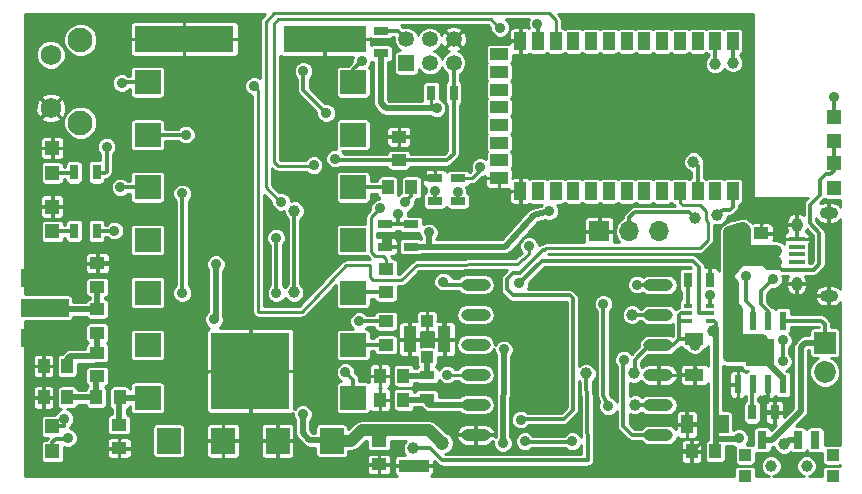
<source format=gbr>
G04 #@! TF.FileFunction,Copper,L1,Top,Signal*
%FSLAX46Y46*%
G04 Gerber Fmt 4.6, Leading zero omitted, Abs format (unit mm)*
G04 Created by KiCad (PCBNEW 4.0.5-e0-6337~49~ubuntu14.04.1) date Mon Feb 13 23:28:40 2017*
%MOMM*%
%LPD*%
G01*
G04 APERTURE LIST*
%ADD10C,0.150000*%
%ADD11R,1.250000X1.000000*%
%ADD12R,2.500000X1.000000*%
%ADD13R,1.000000X1.250000*%
%ADD14R,1.198880X1.198880*%
%ADD15R,0.800000X1.500000*%
%ADD16R,1.000000X1.000000*%
%ADD17R,1.100000X1.000000*%
%ADD18C,1.000000*%
%ADD19R,1.350000X1.350000*%
%ADD20C,1.350000*%
%ADD21R,1.850000X1.850000*%
%ADD22C,1.850000*%
%ADD23R,1.350000X0.400000*%
%ADD24O,0.950000X1.250000*%
%ADD25O,1.550000X1.000000*%
%ADD26R,0.700000X1.300000*%
%ADD27R,1.300000X0.700000*%
%ADD28R,1.000000X1.500000*%
%ADD29R,1.500000X1.000000*%
%ADD30R,0.600000X1.550000*%
%ADD31R,1.175000X1.175000*%
%ADD32R,1.600000X1.000000*%
%ADD33R,1.000000X1.600000*%
%ADD34C,2.100000*%
%ADD35C,1.750000*%
%ADD36O,2.500000X1.000000*%
%ADD37R,0.749300X0.398780*%
%ADD38R,1.000000X1.050000*%
%ADD39R,1.050000X2.200000*%
%ADD40R,1.700000X1.700000*%
%ADD41O,1.700000X1.700000*%
%ADD42R,4.064000X1.524000*%
%ADD43R,2.200000X2.000000*%
%ADD44R,2.000000X2.200000*%
%ADD45R,7.000000X2.200000*%
%ADD46R,8.400000X2.200000*%
%ADD47R,6.600000X6.500000*%
%ADD48C,0.900000*%
%ADD49C,1.200000*%
%ADD50C,0.500000*%
%ADD51C,1.000000*%
%ADD52C,0.300000*%
%ADD53C,0.254000*%
G04 APERTURE END LIST*
D10*
D11*
X145211800Y-94522800D03*
X145211800Y-92522800D03*
X143535400Y-118278400D03*
X143535400Y-120278400D03*
D12*
X146481800Y-117372000D03*
X146481800Y-120372000D03*
D11*
X121526300Y-116906800D03*
X121526300Y-118906800D03*
D13*
X117128800Y-114604800D03*
X115128800Y-114604800D03*
X117128800Y-111937800D03*
X115128800Y-111937800D03*
D11*
X119684800Y-105254300D03*
X119684800Y-103254300D03*
D14*
X115874800Y-100540820D03*
X115874800Y-98442780D03*
X182041800Y-94759780D03*
X182041800Y-96857820D03*
X115874800Y-95587820D03*
X115874800Y-93489780D03*
X182041800Y-92920820D03*
X182041800Y-90822780D03*
D13*
X146275300Y-96824800D03*
X144275300Y-96824800D03*
D11*
X144132300Y-103698800D03*
X144132300Y-105698800D03*
X144132300Y-108143800D03*
X144132300Y-110143800D03*
D15*
X175981800Y-118183300D03*
X178981800Y-118183300D03*
X180481800Y-118183300D03*
D16*
X174531800Y-119483300D03*
X181931800Y-119483300D03*
D17*
X174531800Y-121283300D03*
D16*
X181931800Y-121283300D03*
D18*
X176731800Y-120383300D03*
X179731800Y-120383300D03*
D13*
X121573800Y-114604800D03*
X119573800Y-114604800D03*
D11*
X119684800Y-112810800D03*
X119684800Y-110810800D03*
X119684800Y-109127800D03*
X119684800Y-107127800D03*
D19*
X145846800Y-86283800D03*
D20*
X147846800Y-86283800D03*
X149846800Y-86283800D03*
X145846800Y-84283800D03*
X147846800Y-84283800D03*
X149846800Y-84283800D03*
D21*
X181279800Y-109969300D03*
D22*
X181279800Y-112469300D03*
D23*
X178891760Y-103777200D03*
X178891760Y-103127200D03*
X178891760Y-102477200D03*
X178891760Y-101827200D03*
X178891760Y-101177200D03*
D24*
X178891760Y-104977200D03*
X178891760Y-99977200D03*
D25*
X181591760Y-105977200D03*
X181591760Y-98977200D03*
D26*
X147944800Y-88823800D03*
X149844800Y-88823800D03*
D27*
X143687800Y-83555800D03*
X143687800Y-85455800D03*
X146227800Y-101838800D03*
X146227800Y-99938800D03*
X144068800Y-99938800D03*
X144068800Y-101838800D03*
D26*
X119618800Y-100507800D03*
X117718800Y-100507800D03*
D27*
X148259800Y-96065300D03*
X148259800Y-97965300D03*
D26*
X177022800Y-115874800D03*
X175122800Y-115874800D03*
X119618800Y-95554800D03*
X117718800Y-95554800D03*
D28*
X173498800Y-84442300D03*
X171998800Y-84442300D03*
X170498800Y-84442300D03*
X168998800Y-84442300D03*
X167498800Y-84442300D03*
X165998800Y-84442300D03*
X164498800Y-84442300D03*
X162998800Y-84442300D03*
X161498800Y-84442300D03*
X159998800Y-84442300D03*
X158498800Y-84442300D03*
X156998800Y-84442300D03*
X155498800Y-84442300D03*
X155498800Y-97142300D03*
X156998800Y-97142300D03*
X158498800Y-97142300D03*
X159998800Y-97142300D03*
X161498800Y-97142300D03*
X162998800Y-97142300D03*
X164498800Y-97142300D03*
X165998800Y-97142300D03*
X167498800Y-97142300D03*
X168998800Y-97142300D03*
X170498800Y-97142300D03*
X171998800Y-97142300D03*
X173498800Y-97142300D03*
D29*
X153698800Y-85542300D03*
X153698800Y-87042300D03*
X153698800Y-88542300D03*
X153698800Y-90042300D03*
X153698800Y-91542300D03*
X153698800Y-93042300D03*
X153698800Y-94542300D03*
X153698800Y-96042300D03*
D30*
X173913800Y-113494800D03*
X175183800Y-113494800D03*
X176453800Y-113494800D03*
X177723800Y-113494800D03*
X177723800Y-108094800D03*
X176453800Y-108094800D03*
X175183800Y-108094800D03*
X173913800Y-108094800D03*
D31*
X176406300Y-110207300D03*
X175231300Y-110207300D03*
X176406300Y-111382300D03*
X175231300Y-111382300D03*
D27*
X150228300Y-96065300D03*
X150228300Y-97965300D03*
D32*
X170230800Y-109675800D03*
X170230800Y-112675800D03*
D13*
X171992800Y-119176800D03*
X169992800Y-119176800D03*
D33*
X172619800Y-116890800D03*
X169619800Y-116890800D03*
D14*
X115874800Y-117060980D03*
X115874800Y-119159020D03*
D34*
X118237800Y-84333800D03*
D35*
X115747800Y-85593800D03*
X115747800Y-90093800D03*
D34*
X118237800Y-91343800D03*
D36*
X151714200Y-105054400D03*
X151714200Y-107594400D03*
X151714200Y-110134400D03*
X151714200Y-112674400D03*
X151714200Y-115214400D03*
X151714200Y-117756800D03*
X167182800Y-117782200D03*
X167182800Y-115239800D03*
X167182800Y-112699800D03*
X167182800Y-110159800D03*
X167182800Y-107619800D03*
X167182800Y-105079800D03*
D26*
X169661800Y-104648000D03*
X171561800Y-104648000D03*
D37*
X169661840Y-106842560D03*
X169661840Y-107492800D03*
X169661840Y-108143040D03*
X171561760Y-108143040D03*
X171561760Y-107492800D03*
X171561760Y-106842560D03*
D11*
X175882300Y-102714300D03*
X175882300Y-100714300D03*
D13*
X145602200Y-112776000D03*
X143602200Y-112776000D03*
X145602200Y-114808000D03*
X143602200Y-114808000D03*
D38*
X147599400Y-108152200D03*
X147599400Y-111202200D03*
D39*
X149074400Y-109677200D03*
X146124400Y-109677200D03*
D27*
X147599400Y-114640400D03*
X147599400Y-112740400D03*
D40*
X162179000Y-100533200D03*
D41*
X164719000Y-100533200D03*
X167259000Y-100533200D03*
D42*
X115214400Y-107022900D03*
X115214400Y-104482900D03*
X115214400Y-109562900D03*
D43*
X141338800Y-114619800D03*
X141338800Y-110169800D03*
X141338800Y-105719800D03*
X141338800Y-101269800D03*
X141338800Y-96819800D03*
X141338800Y-92369800D03*
X141338800Y-87919800D03*
X123938800Y-114619800D03*
X123938800Y-110169800D03*
X123938800Y-105719800D03*
X123938800Y-101269800D03*
X123938800Y-96819800D03*
X123938800Y-92369800D03*
X123938800Y-87919800D03*
D44*
X139538800Y-118269800D03*
X134938800Y-118269800D03*
X130338800Y-118269800D03*
X125738800Y-118269800D03*
D45*
X138938800Y-84269800D03*
D46*
X127038800Y-84269800D03*
D47*
X132638800Y-112369800D03*
D48*
X137083800Y-116027200D03*
X129565400Y-108000800D03*
X129717800Y-103327200D03*
X154025600Y-118465600D03*
X154101800Y-110540800D03*
X147751800Y-100634800D03*
X157949900Y-98831400D03*
D49*
X148869400Y-118465600D03*
D48*
X174015400Y-118059200D03*
D18*
X171831000Y-109016800D03*
X177825400Y-118567200D03*
D48*
X156946600Y-82956400D03*
X143637000Y-98602800D03*
X137998200Y-94945200D03*
X153797000Y-83312000D03*
X164007800Y-119176800D03*
X168325800Y-119176800D03*
X160223200Y-116967000D03*
X122351800Y-98856800D03*
X120573800Y-98348800D03*
X118541800Y-98348800D03*
X170929300Y-116941600D03*
X173278800Y-119176800D03*
X181864000Y-117424200D03*
X181864000Y-115900200D03*
X180695600Y-115874800D03*
X168452800Y-106248200D03*
X168833800Y-111048800D03*
X168071800Y-108889800D03*
X165531800Y-116636800D03*
X127431800Y-108762800D03*
X127431800Y-110540800D03*
X127431800Y-112318800D03*
X127431800Y-114096800D03*
X160032700Y-92710000D03*
X159689800Y-86410800D03*
X146481800Y-88950800D03*
X132257800Y-97586800D03*
X141909800Y-83616800D03*
X134938800Y-118269800D03*
X130479800Y-118160800D03*
X128206500Y-103124000D03*
X123952000Y-90297000D03*
X128511300Y-90233500D03*
X128511300Y-88684100D03*
X128511300Y-86804500D03*
X170688000Y-92798900D03*
X170675300Y-90284300D03*
X171564300Y-102628700D03*
X164846000Y-86741000D03*
X163296600Y-88036400D03*
X163296600Y-90309700D03*
X163245800Y-92684600D03*
X165836600Y-92671900D03*
X166001700Y-90017600D03*
X167894000Y-86855300D03*
X128955800Y-97332800D03*
X132829300Y-86398100D03*
X147751800Y-99237800D03*
X159207200Y-98767900D03*
X135801100Y-87884000D03*
X138258500Y-93414800D03*
X152654000Y-84137500D03*
X155498800Y-84442300D03*
X155387800Y-86029800D03*
X147205700Y-95554800D03*
X152057100Y-98132900D03*
X146710400Y-93395800D03*
X147916900Y-92379800D03*
X151206200Y-92024200D03*
X151257000Y-89103200D03*
X159219900Y-94742000D03*
X156032200Y-94767400D03*
X160667700Y-94843600D03*
X149148800Y-106984800D03*
X154584400Y-107645200D03*
X154533600Y-109423200D03*
X176987200Y-106413300D03*
X173278800Y-115112800D03*
X176199800Y-114858800D03*
X144195800Y-101396800D03*
X145719800Y-106984800D03*
X114985800Y-113334800D03*
X117271800Y-120446800D03*
X121589800Y-113080800D03*
X121589800Y-111048800D03*
X121589800Y-109270800D03*
X121589800Y-107492800D03*
X121589800Y-105714800D03*
X121589800Y-103428800D03*
X170103800Y-115112800D03*
X170357800Y-112572800D03*
X145161000Y-99110800D03*
X139827000Y-94386400D03*
X141859000Y-108153200D03*
X148412200Y-90119200D03*
X152120600Y-95097600D03*
X145719800Y-98094800D03*
X121640600Y-96824800D03*
X127177800Y-92354400D03*
X142062200Y-86106000D03*
X121742200Y-87985600D03*
X140690600Y-112471200D03*
D18*
X170154600Y-94640400D03*
D48*
X121132600Y-100482400D03*
X155524200Y-116484400D03*
X120472200Y-93370400D03*
X137134600Y-86969600D03*
X139065000Y-90525600D03*
X176898300Y-104571800D03*
X174574200Y-104343200D03*
X135255000Y-98044000D03*
D18*
X136372600Y-98806000D03*
X136321800Y-105714800D03*
X172186600Y-99161600D03*
D48*
X177723800Y-109778800D03*
X177723800Y-111556800D03*
D18*
X173507400Y-86258400D03*
D48*
X134825740Y-101079300D03*
X126873000Y-97332800D03*
X126873000Y-105765600D03*
X134848600Y-105765600D03*
D18*
X171983400Y-86360000D03*
X170307000Y-99415600D03*
D48*
X164261800Y-111404400D03*
X148310600Y-97129600D03*
X150190200Y-97180400D03*
D18*
X165125400Y-112572800D03*
X161086800Y-112572800D03*
X146431000Y-118922800D03*
X170256200Y-110134400D03*
X164973000Y-107594400D03*
X165227000Y-115214400D03*
D48*
X116890800Y-116408200D03*
X117195600Y-118033800D03*
X155422600Y-104952800D03*
X148971000Y-104800400D03*
X156235400Y-101803200D03*
X132969000Y-88239600D03*
X162534600Y-106680000D03*
X162941000Y-115354100D03*
X159893000Y-118313200D03*
X155879800Y-118313200D03*
X165379400Y-105054400D03*
X149326600Y-112674400D03*
X171577000Y-105968800D03*
X182092600Y-96875600D03*
X182041800Y-89204800D03*
D50*
X137642600Y-118211600D02*
X139480600Y-118211600D01*
X137083800Y-117652800D02*
X137642600Y-118211600D01*
X137083800Y-116027200D02*
X137083800Y-117652800D01*
X129717800Y-107848400D02*
X129565400Y-108000800D01*
X129717800Y-103327200D02*
X129717800Y-107848400D01*
X139480600Y-118211600D02*
X139538800Y-118269800D01*
X154025600Y-118414800D02*
X154025600Y-118465600D01*
X154101800Y-110540800D02*
X154025600Y-118414800D01*
X147751800Y-101838800D02*
X147751800Y-100634800D01*
X147751800Y-101838800D02*
X147751800Y-101701600D01*
X147751800Y-101701600D02*
X147751800Y-101838800D01*
X146227800Y-101838800D02*
X147751800Y-101838800D01*
X147751800Y-101838800D02*
X154218600Y-101838800D01*
X156629100Y-99187000D02*
X157949900Y-98831400D01*
X154218600Y-101838800D02*
X156629100Y-99187000D01*
D51*
X147775800Y-117372000D02*
X146481800Y-117372000D01*
X148869400Y-118465600D02*
X147775800Y-117372000D01*
D50*
X172034200Y-118110000D02*
X173964600Y-118110000D01*
X173964600Y-118110000D02*
X174015400Y-118059200D01*
D52*
X172034200Y-109016800D02*
X171831000Y-109016800D01*
D50*
X172619800Y-116890800D02*
X172186600Y-116890800D01*
X172186600Y-116890800D02*
X172034200Y-117043200D01*
X172034200Y-108712000D02*
X172034200Y-109016800D01*
X172034200Y-109016800D02*
X172034200Y-117043200D01*
X172034200Y-117043200D02*
X172034200Y-118110000D01*
X172034200Y-118110000D02*
X172034200Y-119135400D01*
X172034200Y-119135400D02*
X171992800Y-119176800D01*
D52*
X171561760Y-108143040D02*
X171871640Y-108143040D01*
X171871640Y-108143040D02*
X172034200Y-108305600D01*
X172034200Y-108305600D02*
X172034200Y-108712000D01*
X172034200Y-108712000D02*
X172034200Y-108762800D01*
D51*
X143535400Y-118278400D02*
X143535400Y-117856000D01*
X143535400Y-117856000D02*
X144019400Y-117372000D01*
X139538800Y-118269800D02*
X141191200Y-118269800D01*
X142089000Y-117372000D02*
X144019400Y-117372000D01*
X144019400Y-117372000D02*
X146481800Y-117372000D01*
X141191200Y-118269800D02*
X142089000Y-117372000D01*
D50*
X178209300Y-118183300D02*
X177825400Y-118567200D01*
X178981800Y-118183300D02*
X178209300Y-118183300D01*
D52*
X156998800Y-84442300D02*
X156998800Y-82907000D01*
X156949400Y-82956400D02*
X156946600Y-82956400D01*
X156998800Y-82907000D02*
X156949400Y-82956400D01*
D53*
X144132300Y-102908100D02*
X144132300Y-103698800D01*
X143891000Y-102666800D02*
X144132300Y-102908100D01*
X143230600Y-102666800D02*
X143891000Y-102666800D01*
X142875000Y-102311200D02*
X143230600Y-102666800D01*
X142875000Y-99364800D02*
X142875000Y-102311200D01*
X143637000Y-98602800D02*
X142875000Y-99364800D01*
X134645400Y-85801200D02*
X134645400Y-82956402D01*
X137998200Y-94945200D02*
X137947400Y-94996000D01*
X137947400Y-94996000D02*
X134950200Y-94996000D01*
X134950200Y-94996000D02*
X134645400Y-94691200D01*
X134645400Y-94691200D02*
X134645400Y-85801200D01*
X153695400Y-83312000D02*
X153797000Y-83312000D01*
X152984202Y-82600802D02*
X153695400Y-83312000D01*
X135001000Y-82600802D02*
X152984202Y-82600802D01*
X134645400Y-82956402D02*
X135001000Y-82600802D01*
D52*
X169992800Y-119176800D02*
X168325800Y-119176800D01*
X115874800Y-98442780D02*
X118447820Y-98442780D01*
X121081800Y-98856800D02*
X122351800Y-98856800D01*
X120573800Y-98348800D02*
X121081800Y-98856800D01*
X118447820Y-98442780D02*
X118541800Y-98348800D01*
D53*
X180721000Y-115900200D02*
X181864000Y-115900200D01*
X180695600Y-115874800D02*
X180721000Y-115900200D01*
X168071800Y-108889800D02*
X168071800Y-108915200D01*
X169619800Y-116890800D02*
X168579800Y-116890800D01*
X168325800Y-116636800D02*
X165531800Y-116636800D01*
X168579800Y-116890800D02*
X168325800Y-116636800D01*
X130338800Y-118269800D02*
X128302800Y-118269800D01*
X127431800Y-112318800D02*
X127431800Y-110540800D01*
X127431800Y-117398800D02*
X127431800Y-114096800D01*
X128302800Y-118269800D02*
X127431800Y-117398800D01*
X160032700Y-92710000D02*
X160032700Y-92417900D01*
D52*
X159219900Y-93522800D02*
X160032700Y-92710000D01*
X159219900Y-94742000D02*
X159219900Y-93522800D01*
D53*
X160705800Y-87426800D02*
X159689800Y-86410800D01*
X160705800Y-91744800D02*
X160705800Y-87426800D01*
X160032700Y-92417900D02*
X160705800Y-91744800D01*
X141909800Y-83616800D02*
X141256800Y-84269800D01*
X141256800Y-84269800D02*
X138938800Y-84269800D01*
D52*
X130479800Y-118160800D02*
X130370800Y-118269800D01*
X130370800Y-118269800D02*
X130338800Y-118269800D01*
D53*
X128206500Y-103124000D02*
X128206500Y-103111300D01*
D52*
X128447800Y-90297000D02*
X123952000Y-90297000D01*
X128511300Y-90233500D02*
X128447800Y-90297000D01*
X128511300Y-86804500D02*
X128511300Y-88684100D01*
X170688000Y-92798900D02*
X170675300Y-92786200D01*
X170675300Y-92786200D02*
X170675300Y-90284300D01*
X171561800Y-104648000D02*
X171561800Y-102631200D01*
X171561800Y-102631200D02*
X171564300Y-102628700D01*
X163296600Y-90309700D02*
X163296600Y-88036400D01*
X165823900Y-92684600D02*
X163245800Y-92684600D01*
X165836600Y-92671900D02*
X165823900Y-92684600D01*
X166001700Y-88747600D02*
X166001700Y-90017600D01*
X167894000Y-86855300D02*
X166001700Y-88747600D01*
X178891760Y-99977200D02*
X178891760Y-101177200D01*
X159232600Y-98742500D02*
X159245300Y-98742500D01*
X159207200Y-98767900D02*
X159232600Y-98742500D01*
X138258500Y-93414800D02*
X138252200Y-93408500D01*
X155498800Y-84442300D02*
X152958800Y-84442300D01*
X152958800Y-84442300D02*
X152654000Y-84137500D01*
X155384500Y-86042500D02*
X155384500Y-86033100D01*
X155384500Y-86033100D02*
X155387800Y-86029800D01*
X148259800Y-96065300D02*
X147716200Y-96065300D01*
X147716200Y-96065300D02*
X147205700Y-95554800D01*
X146710400Y-93395800D02*
X147726400Y-92379800D01*
X147726400Y-92379800D02*
X147916900Y-92379800D01*
X159194500Y-94767400D02*
X159219900Y-94742000D01*
X156032200Y-94767400D02*
X159194500Y-94767400D01*
X160693100Y-94869000D02*
X160693100Y-94907100D01*
X160667700Y-94843600D02*
X160693100Y-94869000D01*
X149074400Y-109677200D02*
X149074400Y-107059200D01*
X149074400Y-107059200D02*
X149148800Y-106984800D01*
X154584400Y-107645200D02*
X154533600Y-107696000D01*
X154533600Y-107696000D02*
X154533600Y-109423200D01*
D53*
X176987200Y-106413300D02*
X176987200Y-106426000D01*
X177063400Y-106629200D02*
X177063400Y-106667300D01*
X177076100Y-106616500D02*
X177063400Y-106629200D01*
D52*
X177022800Y-115874800D02*
X176326800Y-115874800D01*
X176453800Y-114604800D02*
X176199800Y-114858800D01*
X176453800Y-114604800D02*
X176453800Y-113494800D01*
X176199800Y-115747800D02*
X176199800Y-114858800D01*
X176326800Y-115874800D02*
X176199800Y-115747800D01*
X144068800Y-101838800D02*
X144068800Y-101523800D01*
X144068800Y-101523800D02*
X144195800Y-101396800D01*
X146124400Y-109677200D02*
X146124400Y-107389400D01*
X146124400Y-107389400D02*
X145719800Y-106984800D01*
X115128800Y-111937800D02*
X115128800Y-113191800D01*
X115128800Y-113191800D02*
X114985800Y-113334800D01*
X119684800Y-103254300D02*
X121415300Y-103254300D01*
X121589800Y-109270800D02*
X121589800Y-111048800D01*
X121589800Y-105714800D02*
X121589800Y-107492800D01*
X121415300Y-103254300D02*
X121589800Y-103428800D01*
X169992800Y-119176800D02*
X170103800Y-119176800D01*
X170103800Y-119176800D02*
X170865800Y-118414800D01*
X170865800Y-118414800D02*
X170865800Y-117144800D01*
X170865800Y-117144800D02*
X170611800Y-116890800D01*
X170611800Y-116890800D02*
X169619800Y-116890800D01*
X169619800Y-116890800D02*
X169619800Y-115596800D01*
X169619800Y-115596800D02*
X170103800Y-115112800D01*
X170357800Y-112572800D02*
X170254800Y-112675800D01*
X170254800Y-112675800D02*
X170230800Y-112675800D01*
X145161000Y-99938800D02*
X145161000Y-99110800D01*
X146227800Y-99938800D02*
X145161000Y-99938800D01*
X145161000Y-99938800D02*
X144068800Y-99938800D01*
X145211800Y-94522800D02*
X149291800Y-94522800D01*
X149844800Y-93969800D02*
X149844800Y-88823800D01*
X149291800Y-94522800D02*
X149844800Y-93969800D01*
X139963400Y-94522800D02*
X145211800Y-94522800D01*
X139827000Y-94386400D02*
X139963400Y-94522800D01*
X149844800Y-88823800D02*
X149844800Y-86285800D01*
X149844800Y-86285800D02*
X149846800Y-86283800D01*
X141868400Y-108143800D02*
X144132300Y-108143800D01*
X141859000Y-108153200D02*
X141868400Y-108143800D01*
D50*
X143687800Y-85455800D02*
X143687800Y-89712800D01*
X144094200Y-90119200D02*
X148412200Y-90119200D01*
X143687800Y-89712800D02*
X144094200Y-90119200D01*
D53*
X147944800Y-88823800D02*
X147944800Y-89956600D01*
X148107400Y-90119200D02*
X148412200Y-90119200D01*
X147944800Y-89956600D02*
X148107400Y-90119200D01*
X150228300Y-96065300D02*
X151406900Y-96065300D01*
X152120600Y-95351600D02*
X152120600Y-95097600D01*
X151406900Y-96065300D02*
X152120600Y-95351600D01*
D52*
X146275300Y-97539300D02*
X146275300Y-96824800D01*
X145719800Y-98094800D02*
X146275300Y-97539300D01*
D50*
X121526300Y-116906800D02*
X121526300Y-114652300D01*
D52*
X121526300Y-114652300D02*
X121573800Y-114604800D01*
D50*
X123938800Y-114619800D02*
X121588800Y-114619800D01*
X121588800Y-114619800D02*
X121573800Y-114604800D01*
X117128800Y-114604800D02*
X119573800Y-114604800D01*
X119573800Y-114604800D02*
X119573800Y-112921800D01*
X119573800Y-112921800D02*
X119684800Y-112810800D01*
X117128800Y-111937800D02*
X117128800Y-111344200D01*
X117128800Y-111344200D02*
X117373400Y-111099600D01*
X117373400Y-111099600D02*
X119396000Y-111099600D01*
X119396000Y-111099600D02*
X119684800Y-110810800D01*
X119684800Y-110810800D02*
X119684800Y-109127800D01*
X119684800Y-107127800D02*
X115319300Y-107127800D01*
X115319300Y-107127800D02*
X115303300Y-107111800D01*
X119684800Y-105254300D02*
X119684800Y-107127800D01*
X181279800Y-109969300D02*
X179616100Y-109969300D01*
X176786900Y-118183300D02*
X175981800Y-118183300D01*
X179247800Y-115722400D02*
X176786900Y-118183300D01*
X179247800Y-110337600D02*
X179247800Y-115722400D01*
X179616100Y-109969300D02*
X179247800Y-110337600D01*
D52*
X177723800Y-108094800D02*
X180992800Y-108094800D01*
X181279800Y-108381800D02*
X181279800Y-109969300D01*
X180992800Y-108094800D02*
X181279800Y-108381800D01*
D51*
X173202600Y-103809800D02*
X173380400Y-103809800D01*
X173202600Y-104114600D02*
X173202600Y-103809800D01*
X173964600Y-103225600D02*
X173863000Y-103225600D01*
X173380400Y-103809800D02*
X173964600Y-103225600D01*
X174485300Y-102196900D02*
X177152300Y-102196900D01*
X177152300Y-102196900D02*
X177165000Y-102184200D01*
X175882300Y-102714300D02*
X176272700Y-102714300D01*
X176272700Y-102714300D02*
X176606200Y-103047800D01*
X177088800Y-103047800D02*
X177139600Y-103098600D01*
X176606200Y-103047800D02*
X177088800Y-103047800D01*
X173863000Y-102196900D02*
X174485300Y-102196900D01*
X174485300Y-102196900D02*
X174383700Y-102196900D01*
X174901100Y-102714300D02*
X175882300Y-102714300D01*
X174383700Y-102196900D02*
X174901100Y-102714300D01*
X173863000Y-101066600D02*
X173863000Y-102196900D01*
X173863000Y-102196900D02*
X173863000Y-103225600D01*
X173863000Y-103225600D02*
X173863000Y-102743000D01*
X173863000Y-102743000D02*
X173913800Y-102793800D01*
X173202600Y-104114600D02*
X173202600Y-101320600D01*
X173863000Y-101854000D02*
X173863000Y-101066600D01*
X173863000Y-101066600D02*
X173863000Y-101041200D01*
X174498000Y-102489000D02*
X173863000Y-101854000D01*
X174498000Y-100406200D02*
X174498000Y-102489000D01*
X174345600Y-100253800D02*
X174498000Y-100406200D01*
X173685200Y-100406200D02*
X174345600Y-100253800D01*
X173202600Y-100609400D02*
X173685200Y-100406200D01*
X173202600Y-101320600D02*
X173202600Y-100609400D01*
X173532800Y-105689400D02*
X173532800Y-105003600D01*
X173202600Y-104673400D02*
X173202600Y-104114600D01*
X173532800Y-105003600D02*
X173202600Y-104673400D01*
X173532800Y-106857800D02*
X173532800Y-107340400D01*
X173228000Y-107645200D02*
X173228000Y-109042200D01*
X173532800Y-107340400D02*
X173228000Y-107645200D01*
X173859700Y-109318300D02*
X173859700Y-107184700D01*
X173859700Y-107184700D02*
X173532800Y-106857800D01*
X173532800Y-105283000D02*
X173532800Y-105689400D01*
X173532800Y-105689400D02*
X173532800Y-106857800D01*
X173859700Y-109318300D02*
X173859700Y-110207300D01*
X176406300Y-110207300D02*
X173859700Y-110207300D01*
X173380400Y-109728000D02*
X175927000Y-109728000D01*
X173859700Y-110207300D02*
X173380400Y-109728000D01*
X176406300Y-110207300D02*
X174907700Y-110207300D01*
X174907700Y-110207300D02*
X174371000Y-110744000D01*
X174371000Y-110744000D02*
X173380400Y-110744000D01*
D52*
X178891760Y-103777200D02*
X177627700Y-103777200D01*
X176403000Y-103619300D02*
X175882300Y-103098600D01*
X177469800Y-103619300D02*
X176403000Y-103619300D01*
X177627700Y-103777200D02*
X177469800Y-103619300D01*
X175882300Y-103098600D02*
X175882300Y-102714300D01*
D50*
X176406300Y-110207300D02*
X176406300Y-111382300D01*
X176406300Y-110207300D02*
X175231300Y-110207300D01*
D52*
X180321800Y-103777200D02*
X178891760Y-103777200D01*
X180822600Y-103276400D02*
X180321800Y-103777200D01*
X180822600Y-100685600D02*
X180822600Y-103276400D01*
X180009800Y-99872800D02*
X180822600Y-100685600D01*
X180009800Y-98298000D02*
X180009800Y-99872800D01*
X180873400Y-97434400D02*
X180009800Y-98298000D01*
D50*
X175882300Y-103225600D02*
X173405800Y-103225600D01*
X175882300Y-102714300D02*
X175882300Y-103225600D01*
X173405800Y-103225600D02*
X172948600Y-103682800D01*
X172948600Y-103682800D02*
X172948600Y-108094800D01*
X173913800Y-108094800D02*
X172948600Y-108094800D01*
X172948600Y-108094800D02*
X172897800Y-108094800D01*
X172897800Y-110159800D02*
X172897800Y-108127800D01*
X172897800Y-108094800D02*
X172897800Y-108127800D01*
X175231300Y-110207300D02*
X172897800Y-110207300D01*
X173024800Y-110159800D02*
X172897800Y-110159800D01*
X172945300Y-110159800D02*
X173024800Y-110159800D01*
X172897800Y-110207300D02*
X172945300Y-110159800D01*
X172977300Y-111382300D02*
X172897800Y-111302800D01*
X172897800Y-111302800D02*
X172897800Y-110159800D01*
X172977300Y-111382300D02*
X175231300Y-111382300D01*
X176406300Y-111382300D02*
X176406300Y-111636300D01*
X176406300Y-111636300D02*
X177723800Y-112953800D01*
X177723800Y-112953800D02*
X177723800Y-113494800D01*
X176358800Y-111429800D02*
X176406300Y-111382300D01*
D52*
X177723800Y-113494800D02*
X177723800Y-113080800D01*
X176406300Y-111763300D02*
X176406300Y-111382300D01*
X182041800Y-92920820D02*
X182041800Y-94759780D01*
X180873400Y-96215200D02*
X180873400Y-97434400D01*
X181381400Y-95707200D02*
X180873400Y-96215200D01*
X181737000Y-95707200D02*
X181381400Y-95707200D01*
X182041800Y-95402400D02*
X181737000Y-95707200D01*
X182041800Y-94759780D02*
X182041800Y-95402400D01*
X121645600Y-96819800D02*
X123938800Y-96819800D01*
X121640600Y-96824800D02*
X121645600Y-96819800D01*
X127162400Y-92369800D02*
X123938800Y-92369800D01*
X127177800Y-92354400D02*
X127162400Y-92369800D01*
X141338800Y-86829400D02*
X141338800Y-87919800D01*
X142062200Y-86106000D02*
X141338800Y-86829400D01*
X144275300Y-96824800D02*
X141343800Y-96824800D01*
X141343800Y-96824800D02*
X141338800Y-96819800D01*
X144132300Y-105698800D02*
X141359800Y-105698800D01*
X141359800Y-105698800D02*
X141338800Y-105719800D01*
X121808000Y-87919800D02*
X123938800Y-87919800D01*
X121742200Y-87985600D02*
X121808000Y-87919800D01*
X144132300Y-110143800D02*
X141364800Y-110143800D01*
X141364800Y-110143800D02*
X141338800Y-110169800D01*
X141338800Y-113119400D02*
X141338800Y-114619800D01*
X140690600Y-112471200D02*
X141338800Y-113119400D01*
X143687800Y-83555800D02*
X145118800Y-83555800D01*
X145118800Y-83555800D02*
X145846800Y-84283800D01*
X170498800Y-97142300D02*
X170498800Y-94984600D01*
X170498800Y-94984600D02*
X170154600Y-94640400D01*
D53*
X157454600Y-102108000D02*
X157505400Y-102108000D01*
X157505400Y-102108000D02*
X157657800Y-101955600D01*
X168998800Y-98107400D02*
X168998800Y-97142300D01*
X169240200Y-98348800D02*
X168998800Y-98107400D01*
X170713400Y-98348800D02*
X169240200Y-98348800D01*
X171221400Y-98856800D02*
X170713400Y-98348800D01*
X171221400Y-99568000D02*
X171221400Y-98856800D01*
X171373800Y-99720400D02*
X171221400Y-99568000D01*
X171373800Y-101295200D02*
X171373800Y-99720400D01*
X170713400Y-101955600D02*
X171373800Y-101295200D01*
X157657800Y-101955600D02*
X170713400Y-101955600D01*
D52*
X119618800Y-100507800D02*
X121056400Y-100507800D01*
X121081800Y-100482400D02*
X121132600Y-100482400D01*
X121056400Y-100507800D02*
X121081800Y-100482400D01*
X157403800Y-102108000D02*
X157454600Y-102108000D01*
X155473400Y-104038400D02*
X157403800Y-102108000D01*
X154914600Y-104038400D02*
X155473400Y-104038400D01*
X154355800Y-104597200D02*
X154914600Y-104038400D01*
X154355800Y-105460800D02*
X154355800Y-104597200D01*
X154863800Y-105968800D02*
X154355800Y-105460800D01*
X159689800Y-105968800D02*
X154863800Y-105968800D01*
X159943800Y-106222800D02*
X159689800Y-105968800D01*
X159943800Y-115671600D02*
X159943800Y-106222800D01*
X159181800Y-116433600D02*
X159943800Y-115671600D01*
X155575000Y-116433600D02*
X159181800Y-116433600D01*
X155524200Y-116484400D02*
X155575000Y-116433600D01*
X175122800Y-115874800D02*
X175122800Y-113555800D01*
X175122800Y-113555800D02*
X175183800Y-113494800D01*
X120370600Y-95605600D02*
X119669600Y-95605600D01*
X120472200Y-95504000D02*
X120370600Y-95605600D01*
X120472200Y-93370400D02*
X120472200Y-95504000D01*
X137134600Y-88595200D02*
X137134600Y-86969600D01*
X139065000Y-90525600D02*
X137134600Y-88595200D01*
X119669600Y-95605600D02*
X119618800Y-95554800D01*
X176453800Y-108094800D02*
X176453800Y-107315000D01*
X175844200Y-105625900D02*
X176898300Y-104571800D01*
X175844200Y-106705400D02*
X175844200Y-105625900D01*
X176453800Y-107315000D02*
X175844200Y-106705400D01*
X175183800Y-107035600D02*
X175183800Y-108094800D01*
X174625000Y-106476800D02*
X175183800Y-107035600D01*
X174625000Y-104394000D02*
X174625000Y-106476800D01*
X174574200Y-104343200D02*
X174625000Y-104394000D01*
D53*
X158498800Y-84442300D02*
X158498800Y-82679800D01*
X135153400Y-98044000D02*
X135255000Y-98044000D01*
X133934200Y-96824800D02*
X135153400Y-98044000D01*
X133934200Y-82804000D02*
X133934200Y-96824800D01*
X134645400Y-82092800D02*
X133934200Y-82804000D01*
X157911800Y-82092800D02*
X134645400Y-82092800D01*
X158498800Y-82679800D02*
X157911800Y-82092800D01*
D52*
X136372600Y-98806000D02*
X136321800Y-98856800D01*
X136321800Y-98856800D02*
X136321800Y-105714800D01*
X173498800Y-98459000D02*
X173498800Y-97142300D01*
X173253400Y-98704400D02*
X173498800Y-98459000D01*
X172643800Y-98704400D02*
X173253400Y-98704400D01*
X172186600Y-99161600D02*
X172643800Y-98704400D01*
X177723800Y-111556800D02*
X177723800Y-109778800D01*
X177596800Y-111429800D02*
X177723800Y-111556800D01*
X177723800Y-111556800D02*
X177596800Y-111429800D01*
X173498800Y-84442300D02*
X173498800Y-86249800D01*
X173498800Y-86249800D02*
X173507400Y-86258400D01*
X126873000Y-104292400D02*
X126873000Y-97332800D01*
X126873000Y-105765600D02*
X126873000Y-104292400D01*
X134848600Y-101102160D02*
X134848600Y-105765600D01*
X134848600Y-101102160D02*
X134825740Y-101079300D01*
X164719000Y-100533200D02*
X164719000Y-99364800D01*
X171998800Y-86344600D02*
X171998800Y-84442300D01*
X171983400Y-86360000D02*
X171998800Y-86344600D01*
X169799000Y-98907600D02*
X170307000Y-99415600D01*
X165176200Y-98907600D02*
X169799000Y-98907600D01*
X164719000Y-99364800D02*
X165176200Y-98907600D01*
X167182800Y-117782200D02*
X164950000Y-117782200D01*
X164211000Y-111404400D02*
X164261800Y-111404400D01*
X164211000Y-112623600D02*
X164211000Y-111404400D01*
X164211000Y-117043200D02*
X164211000Y-112623600D01*
X164950000Y-117782200D02*
X164211000Y-117043200D01*
X148259800Y-97180400D02*
X148259800Y-97965300D01*
X148310600Y-97129600D02*
X148259800Y-97180400D01*
X150228300Y-97965300D02*
X150228300Y-97142300D01*
X150228300Y-97142300D02*
X150190200Y-97180400D01*
X169661840Y-107492800D02*
X169087800Y-107492800D01*
X168936800Y-107643800D02*
X168936800Y-108304200D01*
X169087800Y-107492800D02*
X168936800Y-107643800D01*
X165176200Y-111404400D02*
X165176200Y-112522000D01*
X165176200Y-112522000D02*
X165125400Y-112572800D01*
X161086800Y-112572800D02*
X161163000Y-115468400D01*
X161163000Y-115468400D02*
X161213236Y-119939377D01*
X161213236Y-119939377D02*
X148869400Y-119938800D01*
X148869400Y-119938800D02*
X147853400Y-118922800D01*
X147853400Y-118922800D02*
X146431000Y-118922800D01*
X165176200Y-111404400D02*
X166420800Y-110159800D01*
X167182800Y-110159800D02*
X166420800Y-110159800D01*
X170230800Y-109675800D02*
X170281600Y-110109000D01*
X170281600Y-110109000D02*
X170256200Y-110134400D01*
X169661840Y-108143040D02*
X169097960Y-108143040D01*
X168936800Y-108304200D02*
X168936800Y-109675800D01*
X169097960Y-108143040D02*
X168936800Y-108304200D01*
X167182800Y-110159800D02*
X168452800Y-110159800D01*
X168936800Y-109675800D02*
X170230800Y-109675800D01*
X168452800Y-110159800D02*
X168936800Y-109675800D01*
X167182800Y-107619800D02*
X164998400Y-107619800D01*
X164998400Y-107619800D02*
X164973000Y-107594400D01*
X165252400Y-115239800D02*
X167182800Y-115239800D01*
X165227000Y-115214400D02*
X165252400Y-115239800D01*
X116847620Y-117060980D02*
X115874800Y-117060980D01*
X116890800Y-117017800D02*
X116847620Y-117060980D01*
X116890800Y-116408200D02*
X116890800Y-117017800D01*
X115874800Y-118414800D02*
X115874800Y-119159020D01*
X116154200Y-118135400D02*
X115874800Y-118414800D01*
X117094000Y-118135400D02*
X116154200Y-118135400D01*
X117195600Y-118033800D02*
X117094000Y-118135400D01*
X115900200Y-119151400D02*
X115874800Y-119151400D01*
X115874800Y-119151400D02*
X115958620Y-119067580D01*
X171561760Y-107492800D02*
X170662600Y-107492800D01*
X157353000Y-103022400D02*
X155422600Y-104952800D01*
X170103800Y-103022400D02*
X157353000Y-103022400D01*
X170611800Y-103530400D02*
X170103800Y-103022400D01*
X170611800Y-107442000D02*
X170611800Y-103530400D01*
X170662600Y-107492800D02*
X170611800Y-107442000D01*
X151714200Y-105054400D02*
X149225000Y-105054400D01*
X149225000Y-105054400D02*
X148971000Y-104800400D01*
D53*
X142773400Y-103428800D02*
X142773400Y-104444800D01*
X156231821Y-102463856D02*
X156235400Y-101803200D01*
X155229551Y-103338803D02*
X156231821Y-102463856D01*
X146735800Y-103378000D02*
X155229551Y-103338803D01*
X145415000Y-104698800D02*
X146735800Y-103378000D01*
X143027400Y-104698800D02*
X145415000Y-104698800D01*
X142773400Y-104444800D02*
X143027400Y-104698800D01*
X142773400Y-103428800D02*
X140741400Y-103428800D01*
X140741400Y-103428800D02*
X136982200Y-107340400D01*
X136982200Y-107340400D02*
X133324600Y-107340400D01*
X133324600Y-107340400D02*
X133324600Y-88595200D01*
X133324600Y-88595200D02*
X132969000Y-88239600D01*
D52*
X162534600Y-114401600D02*
X162534600Y-106680000D01*
X162941000Y-115354100D02*
X162534600Y-114401600D01*
X159842200Y-118364000D02*
X159893000Y-118313200D01*
X155930600Y-118364000D02*
X159842200Y-118364000D01*
X155879800Y-118313200D02*
X155930600Y-118364000D01*
X167182800Y-105079800D02*
X165404800Y-105079800D01*
X165404800Y-105079800D02*
X165379400Y-105054400D01*
D53*
X149326600Y-112674400D02*
X151714200Y-112674400D01*
D52*
X169661800Y-104825800D02*
X169661800Y-106842520D01*
X169661800Y-106842520D02*
X169661840Y-106842560D01*
X171561760Y-106842560D02*
X171561760Y-105984040D01*
X171561760Y-105984040D02*
X171577000Y-105968800D01*
D50*
X145602200Y-112776000D02*
X147563800Y-112776000D01*
X147563800Y-112776000D02*
X147599400Y-112740400D01*
X147599400Y-111202200D02*
X147599400Y-112740400D01*
X145602200Y-114808000D02*
X147431800Y-114808000D01*
X147431800Y-114808000D02*
X147599400Y-114640400D01*
X151714200Y-115214400D02*
X147751800Y-115214400D01*
X147599400Y-115062000D02*
X147599400Y-114640400D01*
X147751800Y-115214400D02*
X147599400Y-115062000D01*
D52*
X115874800Y-100540820D02*
X117685780Y-100540820D01*
X117685780Y-100540820D02*
X117718800Y-100507800D01*
X182092600Y-96875600D02*
X182074820Y-96857820D01*
X182074820Y-96857820D02*
X182041800Y-96857820D01*
X115874800Y-95587820D02*
X117685780Y-95587820D01*
X117685780Y-95587820D02*
X117718800Y-95554800D01*
X182041800Y-89204800D02*
X182041800Y-90822780D01*
D53*
G36*
X133574990Y-82444790D02*
X133464869Y-82609597D01*
X133426200Y-82804000D01*
X133426200Y-87529652D01*
X133135021Y-87408745D01*
X132804429Y-87408456D01*
X132498891Y-87534702D01*
X132264923Y-87768262D01*
X132138145Y-88073579D01*
X132137856Y-88404171D01*
X132264102Y-88709709D01*
X132497662Y-88943677D01*
X132802979Y-89070455D01*
X132816600Y-89070467D01*
X132816600Y-107340400D01*
X132855269Y-107534803D01*
X132965390Y-107699610D01*
X133130197Y-107809731D01*
X133324600Y-107848400D01*
X136982200Y-107848400D01*
X136987238Y-107847398D01*
X136992291Y-107848299D01*
X137084244Y-107828102D01*
X137176603Y-107809731D01*
X137180872Y-107806879D01*
X137185888Y-107805777D01*
X137263143Y-107751906D01*
X137341410Y-107699610D01*
X137344262Y-107695342D01*
X137348475Y-107692404D01*
X139850336Y-105089116D01*
X139850336Y-106719800D01*
X139876903Y-106860990D01*
X139960346Y-106990665D01*
X140087666Y-107077659D01*
X140238800Y-107108264D01*
X142438800Y-107108264D01*
X142579990Y-107081697D01*
X142709665Y-106998254D01*
X142796659Y-106870934D01*
X142827264Y-106719800D01*
X142827264Y-106229800D01*
X143124669Y-106229800D01*
X143145403Y-106339990D01*
X143228846Y-106469665D01*
X143356166Y-106556659D01*
X143507300Y-106587264D01*
X144757300Y-106587264D01*
X144898490Y-106560697D01*
X145028165Y-106477254D01*
X145115159Y-106349934D01*
X145145764Y-106198800D01*
X145145764Y-105206800D01*
X145415000Y-105206800D01*
X145609403Y-105168131D01*
X145774210Y-105058010D01*
X145867249Y-104964971D01*
X148139856Y-104964971D01*
X148266102Y-105270509D01*
X148499662Y-105504477D01*
X148804979Y-105631255D01*
X149135571Y-105631544D01*
X149247248Y-105585400D01*
X150247840Y-105585400D01*
X150309286Y-105677361D01*
X150595103Y-105868338D01*
X150932247Y-105935400D01*
X152496153Y-105935400D01*
X152833297Y-105868338D01*
X153119114Y-105677361D01*
X153310091Y-105391544D01*
X153377153Y-105054400D01*
X153310091Y-104717256D01*
X153119114Y-104431439D01*
X152833297Y-104240462D01*
X152496153Y-104173400D01*
X150932247Y-104173400D01*
X150595103Y-104240462D01*
X150309286Y-104431439D01*
X150247840Y-104523400D01*
X149755689Y-104523400D01*
X149675898Y-104330291D01*
X149442338Y-104096323D01*
X149137021Y-103969545D01*
X148806429Y-103969256D01*
X148500891Y-104095502D01*
X148266923Y-104329062D01*
X148140145Y-104634379D01*
X148139856Y-104964971D01*
X145867249Y-104964971D01*
X146947190Y-103885030D01*
X154351190Y-103850862D01*
X153980326Y-104221726D01*
X153865220Y-104393995D01*
X153824800Y-104597200D01*
X153824800Y-105460800D01*
X153865220Y-105664005D01*
X153980326Y-105836274D01*
X154488324Y-106344271D01*
X154488326Y-106344274D01*
X154660595Y-106459380D01*
X154863800Y-106499800D01*
X159412800Y-106499800D01*
X159412800Y-115451652D01*
X158961852Y-115902600D01*
X156117602Y-115902600D01*
X155995538Y-115780323D01*
X155690221Y-115653545D01*
X155359629Y-115653256D01*
X155054091Y-115779502D01*
X154820123Y-116013062D01*
X154693345Y-116318379D01*
X154693056Y-116648971D01*
X154819302Y-116954509D01*
X155052862Y-117188477D01*
X155358179Y-117315255D01*
X155688771Y-117315544D01*
X155994309Y-117189298D01*
X156219400Y-116964600D01*
X159181800Y-116964600D01*
X159385005Y-116924180D01*
X159557274Y-116809074D01*
X160319274Y-116047074D01*
X160434380Y-115874805D01*
X160474801Y-115671600D01*
X160474800Y-115671595D01*
X160474800Y-113206742D01*
X160574939Y-113307056D01*
X160632079Y-115478383D01*
X160660347Y-117994229D01*
X160597898Y-117843091D01*
X160364338Y-117609123D01*
X160059021Y-117482345D01*
X159728429Y-117482056D01*
X159422891Y-117608302D01*
X159197800Y-117833000D01*
X156574625Y-117833000D01*
X156351138Y-117609123D01*
X156045821Y-117482345D01*
X155715229Y-117482056D01*
X155409691Y-117608302D01*
X155175723Y-117841862D01*
X155048945Y-118147179D01*
X155048656Y-118477771D01*
X155174902Y-118783309D01*
X155408462Y-119017277D01*
X155713779Y-119144055D01*
X156044371Y-119144344D01*
X156349909Y-119018098D01*
X156473222Y-118895000D01*
X159299598Y-118895000D01*
X159421662Y-119017277D01*
X159726979Y-119144055D01*
X160057571Y-119144344D01*
X160363109Y-119018098D01*
X160597077Y-118784538D01*
X160667326Y-118615358D01*
X160676236Y-119408352D01*
X149157959Y-119407813D01*
X149424366Y-119297736D01*
X149700566Y-119022017D01*
X149850229Y-118661589D01*
X149850570Y-118271323D01*
X149707260Y-117924487D01*
X150052492Y-117924487D01*
X150098961Y-118090299D01*
X150292448Y-118396025D01*
X150588203Y-118604435D01*
X150941200Y-118683800D01*
X151691200Y-118683800D01*
X151691200Y-117779800D01*
X150144273Y-117779800D01*
X150052492Y-117924487D01*
X149707260Y-117924487D01*
X149701536Y-117910634D01*
X149425817Y-117634434D01*
X149316673Y-117589113D01*
X150052492Y-117589113D01*
X150144273Y-117733800D01*
X151691200Y-117733800D01*
X151691200Y-116829800D01*
X151737200Y-116829800D01*
X151737200Y-117733800D01*
X153284127Y-117733800D01*
X153375908Y-117589113D01*
X153329439Y-117423301D01*
X153135952Y-117117575D01*
X152840197Y-116909165D01*
X152487200Y-116829800D01*
X151737200Y-116829800D01*
X151691200Y-116829800D01*
X150941200Y-116829800D01*
X150588203Y-116909165D01*
X150292448Y-117117575D01*
X150098961Y-117423301D01*
X150052492Y-117589113D01*
X149316673Y-117589113D01*
X149183563Y-117533841D01*
X148398761Y-116749039D01*
X148112944Y-116558062D01*
X147775800Y-116491000D01*
X147768659Y-116491000D01*
X147731800Y-116483536D01*
X145231800Y-116483536D01*
X145192133Y-116491000D01*
X142089000Y-116491000D01*
X141751856Y-116558062D01*
X141466039Y-116749039D01*
X140927264Y-117287814D01*
X140927264Y-117169800D01*
X140900697Y-117028610D01*
X140817254Y-116898935D01*
X140689934Y-116811941D01*
X140538800Y-116781336D01*
X138538800Y-116781336D01*
X138397610Y-116807903D01*
X138267935Y-116891346D01*
X138180941Y-117018666D01*
X138150336Y-117169800D01*
X138150336Y-117580600D01*
X137903969Y-117580600D01*
X137714800Y-117391432D01*
X137714800Y-116571488D01*
X137787877Y-116498538D01*
X137914655Y-116193221D01*
X137914944Y-115862629D01*
X137788698Y-115557091D01*
X137555138Y-115323123D01*
X137249821Y-115196345D01*
X136919229Y-115196056D01*
X136613691Y-115322302D01*
X136379723Y-115555862D01*
X136365800Y-115589392D01*
X136365800Y-113619800D01*
X139850336Y-113619800D01*
X139850336Y-115619800D01*
X139876903Y-115760990D01*
X139960346Y-115890665D01*
X140087666Y-115977659D01*
X140238800Y-116008264D01*
X142438800Y-116008264D01*
X142579990Y-115981697D01*
X142709665Y-115898254D01*
X142796659Y-115770934D01*
X142803329Y-115737998D01*
X142860324Y-115794993D01*
X143017265Y-115860000D01*
X143472450Y-115860000D01*
X143579200Y-115753250D01*
X143579200Y-114831000D01*
X143625200Y-114831000D01*
X143625200Y-115753250D01*
X143731950Y-115860000D01*
X144187135Y-115860000D01*
X144344076Y-115794993D01*
X144464193Y-115674876D01*
X144529200Y-115517936D01*
X144529200Y-114937750D01*
X144422450Y-114831000D01*
X143625200Y-114831000D01*
X143579200Y-114831000D01*
X143559200Y-114831000D01*
X143559200Y-114785000D01*
X143579200Y-114785000D01*
X143579200Y-113862750D01*
X143508450Y-113792000D01*
X143579200Y-113721250D01*
X143579200Y-112799000D01*
X143625200Y-112799000D01*
X143625200Y-113721250D01*
X143695950Y-113792000D01*
X143625200Y-113862750D01*
X143625200Y-114785000D01*
X144422450Y-114785000D01*
X144529200Y-114678250D01*
X144529200Y-114183000D01*
X144713736Y-114183000D01*
X144713736Y-115433000D01*
X144740303Y-115574190D01*
X144823746Y-115703865D01*
X144951066Y-115790859D01*
X145102200Y-115821464D01*
X146102200Y-115821464D01*
X146243390Y-115794897D01*
X146373065Y-115711454D01*
X146460059Y-115584134D01*
X146489449Y-115439000D01*
X147106989Y-115439000D01*
X147153216Y-115508184D01*
X147305616Y-115660584D01*
X147510326Y-115797368D01*
X147550389Y-115805337D01*
X147751800Y-115845400D01*
X150321317Y-115845400D01*
X150595103Y-116028338D01*
X150932247Y-116095400D01*
X152496153Y-116095400D01*
X152833297Y-116028338D01*
X153119114Y-115837361D01*
X153310091Y-115551544D01*
X153377153Y-115214400D01*
X153310091Y-114877256D01*
X153119114Y-114591439D01*
X152833297Y-114400462D01*
X152496153Y-114333400D01*
X150932247Y-114333400D01*
X150595103Y-114400462D01*
X150321317Y-114583400D01*
X148637864Y-114583400D01*
X148637864Y-114290400D01*
X148611297Y-114149210D01*
X148527854Y-114019535D01*
X148400534Y-113932541D01*
X148249400Y-113901936D01*
X146949400Y-113901936D01*
X146808210Y-113928503D01*
X146678535Y-114011946D01*
X146591541Y-114139266D01*
X146583900Y-114177000D01*
X146489535Y-114177000D01*
X146464097Y-114041810D01*
X146380654Y-113912135D01*
X146253334Y-113825141D01*
X146102200Y-113794536D01*
X145102200Y-113794536D01*
X144961010Y-113821103D01*
X144831335Y-113904546D01*
X144744341Y-114031866D01*
X144713736Y-114183000D01*
X144529200Y-114183000D01*
X144529200Y-114098064D01*
X144464193Y-113941124D01*
X144344076Y-113821007D01*
X144274047Y-113792000D01*
X144344076Y-113762993D01*
X144464193Y-113642876D01*
X144529200Y-113485936D01*
X144529200Y-112905750D01*
X144422450Y-112799000D01*
X143625200Y-112799000D01*
X143579200Y-112799000D01*
X142781950Y-112799000D01*
X142675200Y-112905750D01*
X142675200Y-113320201D01*
X142589934Y-113261941D01*
X142438800Y-113231336D01*
X141869800Y-113231336D01*
X141869800Y-113119400D01*
X141829380Y-112916195D01*
X141714274Y-112743926D01*
X141521530Y-112551182D01*
X141521744Y-112306629D01*
X141422345Y-112066064D01*
X142675200Y-112066064D01*
X142675200Y-112646250D01*
X142781950Y-112753000D01*
X143579200Y-112753000D01*
X143579200Y-111830750D01*
X143625200Y-111830750D01*
X143625200Y-112753000D01*
X144422450Y-112753000D01*
X144529200Y-112646250D01*
X144529200Y-112151000D01*
X144713736Y-112151000D01*
X144713736Y-113401000D01*
X144740303Y-113542190D01*
X144823746Y-113671865D01*
X144951066Y-113758859D01*
X145102200Y-113789464D01*
X146102200Y-113789464D01*
X146243390Y-113762897D01*
X146373065Y-113679454D01*
X146460059Y-113552134D01*
X146489449Y-113407000D01*
X146737881Y-113407000D01*
X146798266Y-113448259D01*
X146949400Y-113478864D01*
X148249400Y-113478864D01*
X148390590Y-113452297D01*
X148520265Y-113368854D01*
X148607259Y-113241534D01*
X148626029Y-113148844D01*
X148855262Y-113378477D01*
X149160579Y-113505255D01*
X149491171Y-113505544D01*
X149796709Y-113379298D01*
X149993951Y-113182400D01*
X150232471Y-113182400D01*
X150309286Y-113297361D01*
X150595103Y-113488338D01*
X150932247Y-113555400D01*
X152496153Y-113555400D01*
X152833297Y-113488338D01*
X153119114Y-113297361D01*
X153310091Y-113011544D01*
X153377153Y-112674400D01*
X153310091Y-112337256D01*
X153119114Y-112051439D01*
X152833297Y-111860462D01*
X152496153Y-111793400D01*
X150932247Y-111793400D01*
X150595103Y-111860462D01*
X150309286Y-112051439D01*
X150232471Y-112166400D01*
X149993673Y-112166400D01*
X149797938Y-111970323D01*
X149492621Y-111843545D01*
X149162029Y-111843256D01*
X148856491Y-111969502D01*
X148622523Y-112203062D01*
X148606473Y-112241714D01*
X148527854Y-112119535D01*
X148400534Y-112032541D01*
X148345728Y-112021443D01*
X148370265Y-112005654D01*
X148457259Y-111878334D01*
X148487864Y-111727200D01*
X148487864Y-111204200D01*
X148944650Y-111204200D01*
X149051400Y-111097450D01*
X149051400Y-109700200D01*
X149097400Y-109700200D01*
X149097400Y-111097450D01*
X149204150Y-111204200D01*
X149684336Y-111204200D01*
X149841276Y-111139193D01*
X149961393Y-111019076D01*
X150026400Y-110862135D01*
X150026400Y-110134400D01*
X150051247Y-110134400D01*
X150118309Y-110471544D01*
X150309286Y-110757361D01*
X150595103Y-110948338D01*
X150932247Y-111015400D01*
X152496153Y-111015400D01*
X152833297Y-110948338D01*
X153119114Y-110757361D01*
X153270809Y-110530334D01*
X153270656Y-110705371D01*
X153396902Y-111010909D01*
X153465556Y-111079683D01*
X153399393Y-117916528D01*
X153369883Y-117945987D01*
X153375908Y-117924487D01*
X153284127Y-117779800D01*
X151737200Y-117779800D01*
X151737200Y-118683800D01*
X152487200Y-118683800D01*
X152840197Y-118604435D01*
X153135952Y-118396025D01*
X153194742Y-118303132D01*
X153194456Y-118630171D01*
X153320702Y-118935709D01*
X153554262Y-119169677D01*
X153859579Y-119296455D01*
X154190171Y-119296744D01*
X154495709Y-119170498D01*
X154729677Y-118936938D01*
X154856455Y-118631621D01*
X154856744Y-118301029D01*
X154730498Y-117995491D01*
X154661357Y-117926229D01*
X154727511Y-111090368D01*
X154805877Y-111012138D01*
X154932655Y-110706821D01*
X154932944Y-110376229D01*
X154806698Y-110070691D01*
X154573138Y-109836723D01*
X154267821Y-109709945D01*
X153937229Y-109709656D01*
X153631691Y-109835902D01*
X153397723Y-110069462D01*
X153375082Y-110123988D01*
X153310091Y-109797256D01*
X153119114Y-109511439D01*
X152833297Y-109320462D01*
X152496153Y-109253400D01*
X150932247Y-109253400D01*
X150595103Y-109320462D01*
X150309286Y-109511439D01*
X150118309Y-109797256D01*
X150051247Y-110134400D01*
X150026400Y-110134400D01*
X150026400Y-109806950D01*
X149919650Y-109700200D01*
X149097400Y-109700200D01*
X149051400Y-109700200D01*
X148229150Y-109700200D01*
X148122400Y-109806950D01*
X148122400Y-110293394D01*
X148099400Y-110288736D01*
X147099400Y-110288736D01*
X147076400Y-110293064D01*
X147076400Y-109806950D01*
X146969650Y-109700200D01*
X146147400Y-109700200D01*
X146147400Y-111097450D01*
X146254150Y-111204200D01*
X146710936Y-111204200D01*
X146710936Y-111727200D01*
X146737503Y-111868390D01*
X146820946Y-111998065D01*
X146853125Y-112020052D01*
X146808210Y-112028503D01*
X146678535Y-112111946D01*
X146655950Y-112145000D01*
X146489535Y-112145000D01*
X146464097Y-112009810D01*
X146380654Y-111880135D01*
X146253334Y-111793141D01*
X146102200Y-111762536D01*
X145102200Y-111762536D01*
X144961010Y-111789103D01*
X144831335Y-111872546D01*
X144744341Y-111999866D01*
X144713736Y-112151000D01*
X144529200Y-112151000D01*
X144529200Y-112066064D01*
X144464193Y-111909124D01*
X144344076Y-111789007D01*
X144187135Y-111724000D01*
X143731950Y-111724000D01*
X143625200Y-111830750D01*
X143579200Y-111830750D01*
X143472450Y-111724000D01*
X143017265Y-111724000D01*
X142860324Y-111789007D01*
X142740207Y-111909124D01*
X142675200Y-112066064D01*
X141422345Y-112066064D01*
X141395498Y-112001091D01*
X141161938Y-111767123D01*
X140856621Y-111640345D01*
X140526029Y-111640056D01*
X140220491Y-111766302D01*
X139986523Y-111999862D01*
X139859745Y-112305179D01*
X139859456Y-112635771D01*
X139985702Y-112941309D01*
X140219262Y-113175277D01*
X140354268Y-113231336D01*
X140238800Y-113231336D01*
X140097610Y-113257903D01*
X139967935Y-113341346D01*
X139880941Y-113468666D01*
X139850336Y-113619800D01*
X136365800Y-113619800D01*
X136365800Y-112499550D01*
X136259050Y-112392800D01*
X132661800Y-112392800D01*
X132661800Y-115940050D01*
X132768550Y-116046800D01*
X136023736Y-116046800D01*
X136180676Y-115981793D01*
X136252903Y-115909566D01*
X136252656Y-116191771D01*
X136378902Y-116497309D01*
X136452800Y-116571336D01*
X136452800Y-117652800D01*
X136496402Y-117872000D01*
X136500832Y-117894273D01*
X136637616Y-118098984D01*
X137196416Y-118657785D01*
X137401127Y-118794568D01*
X137642600Y-118842600D01*
X138150336Y-118842600D01*
X138150336Y-119369800D01*
X138176903Y-119510990D01*
X138260346Y-119640665D01*
X138387666Y-119727659D01*
X138538800Y-119758264D01*
X140538800Y-119758264D01*
X140679990Y-119731697D01*
X140739404Y-119693465D01*
X142483400Y-119693465D01*
X142483400Y-120148650D01*
X142590150Y-120255400D01*
X143512400Y-120255400D01*
X143512400Y-119458150D01*
X143558400Y-119458150D01*
X143558400Y-120255400D01*
X144480650Y-120255400D01*
X144587400Y-120148650D01*
X144587400Y-119693465D01*
X144522393Y-119536524D01*
X144402276Y-119416407D01*
X144245336Y-119351400D01*
X143665150Y-119351400D01*
X143558400Y-119458150D01*
X143512400Y-119458150D01*
X143405650Y-119351400D01*
X142825464Y-119351400D01*
X142668524Y-119416407D01*
X142548407Y-119536524D01*
X142483400Y-119693465D01*
X140739404Y-119693465D01*
X140809665Y-119648254D01*
X140896659Y-119520934D01*
X140927264Y-119369800D01*
X140927264Y-119150800D01*
X141191200Y-119150800D01*
X141528344Y-119083738D01*
X141814161Y-118892761D01*
X142453922Y-118253000D01*
X142521936Y-118253000D01*
X142521936Y-118778400D01*
X142548503Y-118919590D01*
X142631946Y-119049265D01*
X142759266Y-119136259D01*
X142910400Y-119166864D01*
X144160400Y-119166864D01*
X144301590Y-119140297D01*
X144431265Y-119056854D01*
X144518259Y-118929534D01*
X144548864Y-118778400D01*
X144548864Y-118253000D01*
X145194941Y-118253000D01*
X145231800Y-118260464D01*
X145847482Y-118260464D01*
X145684560Y-118423102D01*
X145550153Y-118746789D01*
X145549847Y-119097273D01*
X145683689Y-119421195D01*
X145707453Y-119445000D01*
X145146864Y-119445000D01*
X144989924Y-119510007D01*
X144869807Y-119630124D01*
X144804800Y-119787065D01*
X144804800Y-120242250D01*
X144911550Y-120349000D01*
X146458800Y-120349000D01*
X146458800Y-120329000D01*
X146504800Y-120329000D01*
X146504800Y-120349000D01*
X148052050Y-120349000D01*
X148158800Y-120242250D01*
X148158800Y-119979148D01*
X148493926Y-120314274D01*
X148577282Y-120369970D01*
X148666172Y-120429371D01*
X148666186Y-120429374D01*
X148666195Y-120429380D01*
X148761851Y-120448407D01*
X148869375Y-120469800D01*
X161213211Y-120470377D01*
X161216204Y-120469782D01*
X161219202Y-120470343D01*
X161317701Y-120449598D01*
X161416418Y-120429966D01*
X161418954Y-120428272D01*
X161421940Y-120427643D01*
X161505020Y-120370770D01*
X161588692Y-120314869D01*
X161590387Y-120312333D01*
X161592905Y-120310609D01*
X161647894Y-120226275D01*
X161703806Y-120142605D01*
X161704401Y-120139613D01*
X161706068Y-120137057D01*
X161724592Y-120038131D01*
X161744236Y-119939402D01*
X161743641Y-119936409D01*
X161744202Y-119933411D01*
X161737159Y-119306550D01*
X169065800Y-119306550D01*
X169065800Y-119886736D01*
X169130807Y-120043676D01*
X169250924Y-120163793D01*
X169407865Y-120228800D01*
X169863050Y-120228800D01*
X169969800Y-120122050D01*
X169969800Y-119199800D01*
X170015800Y-119199800D01*
X170015800Y-120122050D01*
X170122550Y-120228800D01*
X170577735Y-120228800D01*
X170734676Y-120163793D01*
X170854793Y-120043676D01*
X170919800Y-119886736D01*
X170919800Y-119306550D01*
X170813050Y-119199800D01*
X170015800Y-119199800D01*
X169969800Y-119199800D01*
X169172550Y-119199800D01*
X169065800Y-119306550D01*
X161737159Y-119306550D01*
X161693966Y-115462434D01*
X161693126Y-115458448D01*
X161693816Y-115454431D01*
X161636307Y-113269088D01*
X161833240Y-113072498D01*
X161967647Y-112748811D01*
X161967953Y-112398327D01*
X161834111Y-112074405D01*
X161586498Y-111826360D01*
X161262811Y-111691953D01*
X160912327Y-111691647D01*
X160588405Y-111825489D01*
X160474800Y-111938896D01*
X160474800Y-106222800D01*
X160434380Y-106019595D01*
X160319274Y-105847326D01*
X160065274Y-105593326D01*
X159893005Y-105478220D01*
X159689800Y-105437800D01*
X156112991Y-105437800D01*
X156126677Y-105424138D01*
X156211869Y-105218971D01*
X164548256Y-105218971D01*
X164674502Y-105524509D01*
X164908062Y-105758477D01*
X165213379Y-105885255D01*
X165543971Y-105885544D01*
X165849509Y-105759298D01*
X165854718Y-105754098D01*
X166063703Y-105893738D01*
X166400847Y-105960800D01*
X167964753Y-105960800D01*
X168301897Y-105893738D01*
X168587714Y-105702761D01*
X168778691Y-105416944D01*
X168845753Y-105079800D01*
X168778691Y-104742656D01*
X168587714Y-104456839D01*
X168301897Y-104265862D01*
X167964753Y-104198800D01*
X166400847Y-104198800D01*
X166063703Y-104265862D01*
X165885373Y-104385018D01*
X165850738Y-104350323D01*
X165545421Y-104223545D01*
X165214829Y-104223256D01*
X164909291Y-104349502D01*
X164675323Y-104583062D01*
X164548545Y-104888379D01*
X164548256Y-105218971D01*
X156211869Y-105218971D01*
X156253455Y-105118821D01*
X156253670Y-104872678D01*
X157572948Y-103553400D01*
X169883852Y-103553400D01*
X169939988Y-103609536D01*
X169311800Y-103609536D01*
X169170610Y-103636103D01*
X169040935Y-103719546D01*
X168953941Y-103846866D01*
X168923336Y-103998000D01*
X168923336Y-105298000D01*
X168949903Y-105439190D01*
X169033346Y-105568865D01*
X169130800Y-105635452D01*
X169130800Y-106291054D01*
X169016325Y-106364716D01*
X168929331Y-106492036D01*
X168898726Y-106643170D01*
X168898726Y-106999409D01*
X168884595Y-107002220D01*
X168712326Y-107117326D01*
X168685887Y-107143765D01*
X168587714Y-106996839D01*
X168301897Y-106805862D01*
X167964753Y-106738800D01*
X166400847Y-106738800D01*
X166063703Y-106805862D01*
X165777886Y-106996839D01*
X165716440Y-107088800D01*
X165713119Y-107088800D01*
X165472698Y-106847960D01*
X165149011Y-106713553D01*
X164798527Y-106713247D01*
X164474605Y-106847089D01*
X164226560Y-107094702D01*
X164092153Y-107418389D01*
X164091847Y-107768873D01*
X164225689Y-108092795D01*
X164473302Y-108340840D01*
X164796989Y-108475247D01*
X165147473Y-108475553D01*
X165471395Y-108341711D01*
X165662639Y-108150800D01*
X165716440Y-108150800D01*
X165777886Y-108242761D01*
X166063703Y-108433738D01*
X166400847Y-108500800D01*
X167964753Y-108500800D01*
X168301897Y-108433738D01*
X168405800Y-108364312D01*
X168405800Y-109415288D01*
X168301897Y-109345862D01*
X167964753Y-109278800D01*
X166400847Y-109278800D01*
X166063703Y-109345862D01*
X165777886Y-109536839D01*
X165586909Y-109822656D01*
X165519847Y-110159800D01*
X165544734Y-110284918D01*
X164931061Y-110898591D01*
X164733138Y-110700323D01*
X164427821Y-110573545D01*
X164097229Y-110573256D01*
X163791691Y-110699502D01*
X163557723Y-110933062D01*
X163430945Y-111238379D01*
X163430656Y-111568971D01*
X163556902Y-111874509D01*
X163680000Y-111997822D01*
X163680000Y-114966524D01*
X163645898Y-114883991D01*
X163412338Y-114650023D01*
X163176043Y-114551905D01*
X163065600Y-114293054D01*
X163065600Y-107324113D01*
X163238677Y-107151338D01*
X163365455Y-106846021D01*
X163365744Y-106515429D01*
X163239498Y-106209891D01*
X163005938Y-105975923D01*
X162700621Y-105849145D01*
X162370029Y-105848856D01*
X162064491Y-105975102D01*
X161830523Y-106208662D01*
X161703745Y-106513979D01*
X161703456Y-106844571D01*
X161829702Y-107150109D01*
X162003600Y-107324311D01*
X162003600Y-114401600D01*
X162004158Y-114404407D01*
X162003630Y-114407219D01*
X162024343Y-114505883D01*
X162044020Y-114604805D01*
X162045610Y-114607185D01*
X162046198Y-114609985D01*
X162200258Y-114971062D01*
X162110145Y-115188079D01*
X162109856Y-115518671D01*
X162236102Y-115824209D01*
X162469662Y-116058177D01*
X162774979Y-116184955D01*
X163105571Y-116185244D01*
X163411109Y-116058998D01*
X163645077Y-115825438D01*
X163680000Y-115741334D01*
X163680000Y-117043200D01*
X163720420Y-117246405D01*
X163835526Y-117418674D01*
X164574526Y-118157674D01*
X164746795Y-118272780D01*
X164950000Y-118313201D01*
X164950005Y-118313200D01*
X165716440Y-118313200D01*
X165777886Y-118405161D01*
X166063703Y-118596138D01*
X166400847Y-118663200D01*
X167964753Y-118663200D01*
X168301897Y-118596138D01*
X168495369Y-118466864D01*
X169065800Y-118466864D01*
X169065800Y-119047050D01*
X169172550Y-119153800D01*
X169969800Y-119153800D01*
X169969800Y-118231550D01*
X170015800Y-118231550D01*
X170015800Y-119153800D01*
X170813050Y-119153800D01*
X170919800Y-119047050D01*
X170919800Y-118466864D01*
X170854793Y-118309924D01*
X170734676Y-118189807D01*
X170577735Y-118124800D01*
X170122550Y-118124800D01*
X170015800Y-118231550D01*
X169969800Y-118231550D01*
X169863050Y-118124800D01*
X169407865Y-118124800D01*
X169250924Y-118189807D01*
X169130807Y-118309924D01*
X169065800Y-118466864D01*
X168495369Y-118466864D01*
X168587714Y-118405161D01*
X168778691Y-118119344D01*
X168806196Y-117981065D01*
X168877924Y-118052793D01*
X169034865Y-118117800D01*
X169490050Y-118117800D01*
X169596800Y-118011050D01*
X169596800Y-116913800D01*
X169642800Y-116913800D01*
X169642800Y-118011050D01*
X169749550Y-118117800D01*
X170204735Y-118117800D01*
X170361676Y-118052793D01*
X170481793Y-117932676D01*
X170546800Y-117775736D01*
X170546800Y-117020550D01*
X170440050Y-116913800D01*
X169642800Y-116913800D01*
X169596800Y-116913800D01*
X168799550Y-116913800D01*
X168692800Y-117020550D01*
X168692800Y-117316511D01*
X168587714Y-117159239D01*
X168301897Y-116968262D01*
X167964753Y-116901200D01*
X166400847Y-116901200D01*
X166063703Y-116968262D01*
X165777886Y-117159239D01*
X165716440Y-117251200D01*
X165169948Y-117251200D01*
X164742000Y-116823252D01*
X164742000Y-115966943D01*
X165050989Y-116095247D01*
X165401473Y-116095553D01*
X165725395Y-115961711D01*
X165805820Y-115881426D01*
X166063703Y-116053738D01*
X166400847Y-116120800D01*
X167964753Y-116120800D01*
X168301897Y-116053738D01*
X168373545Y-116005864D01*
X168692800Y-116005864D01*
X168692800Y-116761050D01*
X168799550Y-116867800D01*
X169596800Y-116867800D01*
X169596800Y-115770550D01*
X169642800Y-115770550D01*
X169642800Y-116867800D01*
X170440050Y-116867800D01*
X170546800Y-116761050D01*
X170546800Y-116005864D01*
X170481793Y-115848924D01*
X170361676Y-115728807D01*
X170204735Y-115663800D01*
X169749550Y-115663800D01*
X169642800Y-115770550D01*
X169596800Y-115770550D01*
X169490050Y-115663800D01*
X169034865Y-115663800D01*
X168877924Y-115728807D01*
X168757807Y-115848924D01*
X168692800Y-116005864D01*
X168373545Y-116005864D01*
X168587714Y-115862761D01*
X168778691Y-115576944D01*
X168845753Y-115239800D01*
X168778691Y-114902656D01*
X168587714Y-114616839D01*
X168301897Y-114425862D01*
X167964753Y-114358800D01*
X166400847Y-114358800D01*
X166063703Y-114425862D01*
X165836333Y-114577786D01*
X165726698Y-114467960D01*
X165403011Y-114333553D01*
X165052527Y-114333247D01*
X164742000Y-114461554D01*
X164742000Y-113367531D01*
X164949389Y-113453647D01*
X165299873Y-113453953D01*
X165623795Y-113320111D01*
X165700572Y-113243468D01*
X165761048Y-113339025D01*
X166056803Y-113547435D01*
X166409800Y-113626800D01*
X167159800Y-113626800D01*
X167159800Y-112722800D01*
X167205800Y-112722800D01*
X167205800Y-113626800D01*
X167955800Y-113626800D01*
X168308797Y-113547435D01*
X168604552Y-113339025D01*
X168798039Y-113033299D01*
X168844508Y-112867487D01*
X168805219Y-112805550D01*
X169003800Y-112805550D01*
X169003800Y-113260735D01*
X169068807Y-113417676D01*
X169188924Y-113537793D01*
X169345864Y-113602800D01*
X170101050Y-113602800D01*
X170207800Y-113496050D01*
X170207800Y-112698800D01*
X169110550Y-112698800D01*
X169003800Y-112805550D01*
X168805219Y-112805550D01*
X168752727Y-112722800D01*
X167205800Y-112722800D01*
X167159800Y-112722800D01*
X167139800Y-112722800D01*
X167139800Y-112676800D01*
X167159800Y-112676800D01*
X167159800Y-111772800D01*
X167205800Y-111772800D01*
X167205800Y-112676800D01*
X168752727Y-112676800D01*
X168844508Y-112532113D01*
X168798039Y-112366301D01*
X168623722Y-112090865D01*
X169003800Y-112090865D01*
X169003800Y-112546050D01*
X169110550Y-112652800D01*
X170207800Y-112652800D01*
X170207800Y-111855550D01*
X170101050Y-111748800D01*
X169345864Y-111748800D01*
X169188924Y-111813807D01*
X169068807Y-111933924D01*
X169003800Y-112090865D01*
X168623722Y-112090865D01*
X168604552Y-112060575D01*
X168308797Y-111852165D01*
X167955800Y-111772800D01*
X167205800Y-111772800D01*
X167159800Y-111772800D01*
X166409800Y-111772800D01*
X166056803Y-111852165D01*
X165818495Y-112020094D01*
X165707200Y-111908605D01*
X165707200Y-111624348D01*
X166309015Y-111022533D01*
X166400847Y-111040800D01*
X167964753Y-111040800D01*
X168301897Y-110973738D01*
X168587714Y-110782761D01*
X168692431Y-110626041D01*
X168828274Y-110535274D01*
X169065364Y-110298183D01*
X169068903Y-110316990D01*
X169152346Y-110446665D01*
X169279666Y-110533659D01*
X169430800Y-110564264D01*
X169480573Y-110564264D01*
X169508889Y-110632795D01*
X169756502Y-110880840D01*
X170080189Y-111015247D01*
X170430673Y-111015553D01*
X170754595Y-110881711D01*
X171002640Y-110634098D01*
X171031709Y-110564093D01*
X171171990Y-110537697D01*
X171301665Y-110454254D01*
X171388659Y-110326934D01*
X171403200Y-110255127D01*
X171403200Y-111959049D01*
X171392793Y-111933924D01*
X171272676Y-111813807D01*
X171115736Y-111748800D01*
X170360550Y-111748800D01*
X170253800Y-111855550D01*
X170253800Y-112652800D01*
X170273800Y-112652800D01*
X170273800Y-112698800D01*
X170253800Y-112698800D01*
X170253800Y-113496050D01*
X170360550Y-113602800D01*
X171115736Y-113602800D01*
X171272676Y-113537793D01*
X171392793Y-113417676D01*
X171403200Y-113392551D01*
X171403200Y-118180196D01*
X171351610Y-118189903D01*
X171221935Y-118273346D01*
X171134941Y-118400666D01*
X171104336Y-118551800D01*
X171104336Y-119801800D01*
X171130903Y-119942990D01*
X171214346Y-120072665D01*
X171341666Y-120159659D01*
X171492800Y-120190264D01*
X172492800Y-120190264D01*
X172633990Y-120163697D01*
X172763665Y-120080254D01*
X172850659Y-119952934D01*
X172881264Y-119801800D01*
X172881264Y-118741000D01*
X173521824Y-118741000D01*
X173544062Y-118763277D01*
X173681903Y-118820513D01*
X173673941Y-118832166D01*
X173643336Y-118983300D01*
X173643336Y-119983300D01*
X173669903Y-120124490D01*
X173753346Y-120254165D01*
X173880666Y-120341159D01*
X174031800Y-120371764D01*
X175031800Y-120371764D01*
X175172990Y-120345197D01*
X175302665Y-120261754D01*
X175389659Y-120134434D01*
X175420264Y-119983300D01*
X175420264Y-119284052D01*
X175430666Y-119291159D01*
X175581800Y-119321764D01*
X176381800Y-119321764D01*
X176522990Y-119295197D01*
X176652665Y-119211754D01*
X176739659Y-119084434D01*
X176770264Y-118933300D01*
X176770264Y-118814300D01*
X176786900Y-118814300D01*
X176960027Y-118779863D01*
X177078089Y-119065595D01*
X177325702Y-119313640D01*
X177649389Y-119448047D01*
X177999873Y-119448353D01*
X178323795Y-119314511D01*
X178381108Y-119257298D01*
X178430666Y-119291159D01*
X178581800Y-119321764D01*
X179381800Y-119321764D01*
X179522990Y-119295197D01*
X179652665Y-119211754D01*
X179732780Y-119094502D01*
X179803346Y-119204165D01*
X179930666Y-119291159D01*
X180081800Y-119321764D01*
X180881800Y-119321764D01*
X181022990Y-119295197D01*
X181043336Y-119282105D01*
X181043336Y-119983300D01*
X181069903Y-120124490D01*
X181153346Y-120254165D01*
X181280666Y-120341159D01*
X181431800Y-120371764D01*
X182431800Y-120371764D01*
X182572990Y-120345197D01*
X182601800Y-120326658D01*
X182601800Y-120438332D01*
X182582934Y-120425441D01*
X182431800Y-120394836D01*
X181431800Y-120394836D01*
X181290610Y-120421403D01*
X181160935Y-120504846D01*
X181073941Y-120632166D01*
X181043336Y-120783300D01*
X181043336Y-121260800D01*
X179915114Y-121260800D01*
X180230195Y-121130611D01*
X180478240Y-120882998D01*
X180612647Y-120559311D01*
X180612953Y-120208827D01*
X180479111Y-119884905D01*
X180231498Y-119636860D01*
X179907811Y-119502453D01*
X179557327Y-119502147D01*
X179233405Y-119635989D01*
X178985360Y-119883602D01*
X178850953Y-120207289D01*
X178850647Y-120557773D01*
X178984489Y-120881695D01*
X179232102Y-121129740D01*
X179547729Y-121260800D01*
X176915114Y-121260800D01*
X177230195Y-121130611D01*
X177478240Y-120882998D01*
X177612647Y-120559311D01*
X177612953Y-120208827D01*
X177479111Y-119884905D01*
X177231498Y-119636860D01*
X176907811Y-119502453D01*
X176557327Y-119502147D01*
X176233405Y-119635989D01*
X175985360Y-119883602D01*
X175850953Y-120207289D01*
X175850647Y-120557773D01*
X175984489Y-120881695D01*
X176232102Y-121129740D01*
X176547729Y-121260800D01*
X175470264Y-121260800D01*
X175470264Y-120783300D01*
X175443697Y-120642110D01*
X175360254Y-120512435D01*
X175232934Y-120425441D01*
X175081800Y-120394836D01*
X173981800Y-120394836D01*
X173840610Y-120421403D01*
X173710935Y-120504846D01*
X173623941Y-120632166D01*
X173593336Y-120783300D01*
X173593336Y-121260800D01*
X147908958Y-121260800D01*
X147973676Y-121233993D01*
X148093793Y-121113876D01*
X148158800Y-120956935D01*
X148158800Y-120501750D01*
X148052050Y-120395000D01*
X146504800Y-120395000D01*
X146504800Y-120415000D01*
X146458800Y-120415000D01*
X146458800Y-120395000D01*
X144911550Y-120395000D01*
X144804800Y-120501750D01*
X144804800Y-120956935D01*
X144869807Y-121113876D01*
X144989924Y-121233993D01*
X145054642Y-121260800D01*
X113536800Y-121260800D01*
X113536800Y-120408150D01*
X142483400Y-120408150D01*
X142483400Y-120863335D01*
X142548407Y-121020276D01*
X142668524Y-121140393D01*
X142825464Y-121205400D01*
X143405650Y-121205400D01*
X143512400Y-121098650D01*
X143512400Y-120301400D01*
X143558400Y-120301400D01*
X143558400Y-121098650D01*
X143665150Y-121205400D01*
X144245336Y-121205400D01*
X144402276Y-121140393D01*
X144522393Y-121020276D01*
X144587400Y-120863335D01*
X144587400Y-120408150D01*
X144480650Y-120301400D01*
X143558400Y-120301400D01*
X143512400Y-120301400D01*
X142590150Y-120301400D01*
X142483400Y-120408150D01*
X113536800Y-120408150D01*
X113536800Y-116461540D01*
X114886896Y-116461540D01*
X114886896Y-117660420D01*
X114913463Y-117801610D01*
X114996906Y-117931285D01*
X115124226Y-118018279D01*
X115275360Y-118048884D01*
X115492940Y-118048884D01*
X115411267Y-118171116D01*
X115275360Y-118171116D01*
X115134170Y-118197683D01*
X115004495Y-118281126D01*
X114917501Y-118408446D01*
X114886896Y-118559580D01*
X114886896Y-119758460D01*
X114913463Y-119899650D01*
X114996906Y-120029325D01*
X115124226Y-120116319D01*
X115275360Y-120146924D01*
X116474240Y-120146924D01*
X116615430Y-120120357D01*
X116745105Y-120036914D01*
X116832099Y-119909594D01*
X116862704Y-119758460D01*
X116862704Y-119036550D01*
X120474300Y-119036550D01*
X120474300Y-119491735D01*
X120539307Y-119648676D01*
X120659424Y-119768793D01*
X120816364Y-119833800D01*
X121396550Y-119833800D01*
X121503300Y-119727050D01*
X121503300Y-118929800D01*
X121549300Y-118929800D01*
X121549300Y-119727050D01*
X121656050Y-119833800D01*
X122236236Y-119833800D01*
X122393176Y-119768793D01*
X122513293Y-119648676D01*
X122578300Y-119491735D01*
X122578300Y-119036550D01*
X122471550Y-118929800D01*
X121549300Y-118929800D01*
X121503300Y-118929800D01*
X120581050Y-118929800D01*
X120474300Y-119036550D01*
X116862704Y-119036550D01*
X116862704Y-118795363D01*
X117029579Y-118864655D01*
X117360171Y-118864944D01*
X117665709Y-118738698D01*
X117899677Y-118505138D01*
X117975778Y-118321865D01*
X120474300Y-118321865D01*
X120474300Y-118777050D01*
X120581050Y-118883800D01*
X121503300Y-118883800D01*
X121503300Y-118086550D01*
X121549300Y-118086550D01*
X121549300Y-118883800D01*
X122471550Y-118883800D01*
X122578300Y-118777050D01*
X122578300Y-118321865D01*
X122513293Y-118164924D01*
X122393176Y-118044807D01*
X122236236Y-117979800D01*
X121656050Y-117979800D01*
X121549300Y-118086550D01*
X121503300Y-118086550D01*
X121396550Y-117979800D01*
X120816364Y-117979800D01*
X120659424Y-118044807D01*
X120539307Y-118164924D01*
X120474300Y-118321865D01*
X117975778Y-118321865D01*
X118026455Y-118199821D01*
X118026744Y-117869229D01*
X117900498Y-117563691D01*
X117666938Y-117329723D01*
X117383191Y-117211902D01*
X117413235Y-117060863D01*
X117594877Y-116879538D01*
X117721655Y-116574221D01*
X117721801Y-116406800D01*
X120512836Y-116406800D01*
X120512836Y-117406800D01*
X120539403Y-117547990D01*
X120622846Y-117677665D01*
X120750166Y-117764659D01*
X120901300Y-117795264D01*
X122151300Y-117795264D01*
X122292490Y-117768697D01*
X122422165Y-117685254D01*
X122509159Y-117557934D01*
X122539764Y-117406800D01*
X122539764Y-117169800D01*
X124350336Y-117169800D01*
X124350336Y-119369800D01*
X124376903Y-119510990D01*
X124460346Y-119640665D01*
X124587666Y-119727659D01*
X124738800Y-119758264D01*
X126738800Y-119758264D01*
X126879990Y-119731697D01*
X127009665Y-119648254D01*
X127096659Y-119520934D01*
X127127264Y-119369800D01*
X127127264Y-118399550D01*
X128911800Y-118399550D01*
X128911800Y-119454736D01*
X128976807Y-119611676D01*
X129096924Y-119731793D01*
X129253865Y-119796800D01*
X130209050Y-119796800D01*
X130315800Y-119690050D01*
X130315800Y-118292800D01*
X130361800Y-118292800D01*
X130361800Y-119690050D01*
X130468550Y-119796800D01*
X131423735Y-119796800D01*
X131580676Y-119731793D01*
X131700793Y-119611676D01*
X131765800Y-119454736D01*
X131765800Y-118399550D01*
X133511800Y-118399550D01*
X133511800Y-119454736D01*
X133576807Y-119611676D01*
X133696924Y-119731793D01*
X133853865Y-119796800D01*
X134809050Y-119796800D01*
X134915800Y-119690050D01*
X134915800Y-118292800D01*
X134961800Y-118292800D01*
X134961800Y-119690050D01*
X135068550Y-119796800D01*
X136023735Y-119796800D01*
X136180676Y-119731793D01*
X136300793Y-119611676D01*
X136365800Y-119454736D01*
X136365800Y-118399550D01*
X136259050Y-118292800D01*
X134961800Y-118292800D01*
X134915800Y-118292800D01*
X133618550Y-118292800D01*
X133511800Y-118399550D01*
X131765800Y-118399550D01*
X131659050Y-118292800D01*
X130361800Y-118292800D01*
X130315800Y-118292800D01*
X129018550Y-118292800D01*
X128911800Y-118399550D01*
X127127264Y-118399550D01*
X127127264Y-117169800D01*
X127111283Y-117084864D01*
X128911800Y-117084864D01*
X128911800Y-118140050D01*
X129018550Y-118246800D01*
X130315800Y-118246800D01*
X130315800Y-116849550D01*
X130361800Y-116849550D01*
X130361800Y-118246800D01*
X131659050Y-118246800D01*
X131765800Y-118140050D01*
X131765800Y-117084864D01*
X133511800Y-117084864D01*
X133511800Y-118140050D01*
X133618550Y-118246800D01*
X134915800Y-118246800D01*
X134915800Y-116849550D01*
X134961800Y-116849550D01*
X134961800Y-118246800D01*
X136259050Y-118246800D01*
X136365800Y-118140050D01*
X136365800Y-117084864D01*
X136300793Y-116927924D01*
X136180676Y-116807807D01*
X136023735Y-116742800D01*
X135068550Y-116742800D01*
X134961800Y-116849550D01*
X134915800Y-116849550D01*
X134809050Y-116742800D01*
X133853865Y-116742800D01*
X133696924Y-116807807D01*
X133576807Y-116927924D01*
X133511800Y-117084864D01*
X131765800Y-117084864D01*
X131700793Y-116927924D01*
X131580676Y-116807807D01*
X131423735Y-116742800D01*
X130468550Y-116742800D01*
X130361800Y-116849550D01*
X130315800Y-116849550D01*
X130209050Y-116742800D01*
X129253865Y-116742800D01*
X129096924Y-116807807D01*
X128976807Y-116927924D01*
X128911800Y-117084864D01*
X127111283Y-117084864D01*
X127100697Y-117028610D01*
X127017254Y-116898935D01*
X126889934Y-116811941D01*
X126738800Y-116781336D01*
X124738800Y-116781336D01*
X124597610Y-116807903D01*
X124467935Y-116891346D01*
X124380941Y-117018666D01*
X124350336Y-117169800D01*
X122539764Y-117169800D01*
X122539764Y-116406800D01*
X122513197Y-116265610D01*
X122429754Y-116135935D01*
X122302434Y-116048941D01*
X122157300Y-116019551D01*
X122157300Y-115602552D01*
X122214990Y-115591697D01*
X122344665Y-115508254D01*
X122431659Y-115380934D01*
X122450336Y-115288703D01*
X122450336Y-115619800D01*
X122476903Y-115760990D01*
X122560346Y-115890665D01*
X122687666Y-115977659D01*
X122838800Y-116008264D01*
X125038800Y-116008264D01*
X125179990Y-115981697D01*
X125309665Y-115898254D01*
X125396659Y-115770934D01*
X125427264Y-115619800D01*
X125427264Y-113619800D01*
X125400697Y-113478610D01*
X125317254Y-113348935D01*
X125189934Y-113261941D01*
X125038800Y-113231336D01*
X122838800Y-113231336D01*
X122697610Y-113257903D01*
X122567935Y-113341346D01*
X122480941Y-113468666D01*
X122450336Y-113619800D01*
X122450336Y-113916409D01*
X122435697Y-113838610D01*
X122352254Y-113708935D01*
X122224934Y-113621941D01*
X122073800Y-113591336D01*
X121073800Y-113591336D01*
X120932610Y-113617903D01*
X120802935Y-113701346D01*
X120715941Y-113828666D01*
X120685336Y-113979800D01*
X120685336Y-115229800D01*
X120711903Y-115370990D01*
X120795346Y-115500665D01*
X120895300Y-115568961D01*
X120895300Y-116019465D01*
X120760110Y-116044903D01*
X120630435Y-116128346D01*
X120543441Y-116255666D01*
X120512836Y-116406800D01*
X117721801Y-116406800D01*
X117721944Y-116243629D01*
X117595698Y-115938091D01*
X117362138Y-115704123D01*
X117155365Y-115618264D01*
X117628800Y-115618264D01*
X117769990Y-115591697D01*
X117899665Y-115508254D01*
X117986659Y-115380934D01*
X118016049Y-115235800D01*
X118686465Y-115235800D01*
X118711903Y-115370990D01*
X118795346Y-115500665D01*
X118922666Y-115587659D01*
X119073800Y-115618264D01*
X120073800Y-115618264D01*
X120214990Y-115591697D01*
X120344665Y-115508254D01*
X120431659Y-115380934D01*
X120462264Y-115229800D01*
X120462264Y-113979800D01*
X120435697Y-113838610D01*
X120352254Y-113708935D01*
X120331989Y-113695089D01*
X120450990Y-113672697D01*
X120580665Y-113589254D01*
X120667659Y-113461934D01*
X120698264Y-113310800D01*
X120698264Y-112499550D01*
X128911800Y-112499550D01*
X128911800Y-115704735D01*
X128976807Y-115861676D01*
X129096924Y-115981793D01*
X129253864Y-116046800D01*
X132509050Y-116046800D01*
X132615800Y-115940050D01*
X132615800Y-112392800D01*
X129018550Y-112392800D01*
X128911800Y-112499550D01*
X120698264Y-112499550D01*
X120698264Y-112310800D01*
X120671697Y-112169610D01*
X120588254Y-112039935D01*
X120460934Y-111952941D01*
X120309800Y-111922336D01*
X119059800Y-111922336D01*
X118918610Y-111948903D01*
X118788935Y-112032346D01*
X118701941Y-112159666D01*
X118671336Y-112310800D01*
X118671336Y-113310800D01*
X118697903Y-113451990D01*
X118781346Y-113581665D01*
X118882023Y-113650455D01*
X118802935Y-113701346D01*
X118715941Y-113828666D01*
X118686551Y-113973800D01*
X118016135Y-113973800D01*
X117990697Y-113838610D01*
X117907254Y-113708935D01*
X117779934Y-113621941D01*
X117628800Y-113591336D01*
X116628800Y-113591336D01*
X116487610Y-113617903D01*
X116357935Y-113701346D01*
X116270941Y-113828666D01*
X116240336Y-113979800D01*
X116240336Y-115229800D01*
X116266903Y-115370990D01*
X116350346Y-115500665D01*
X116477666Y-115587659D01*
X116627255Y-115617951D01*
X116420691Y-115703302D01*
X116186723Y-115936862D01*
X116130162Y-116073076D01*
X115275360Y-116073076D01*
X115134170Y-116099643D01*
X115004495Y-116183086D01*
X114917501Y-116310406D01*
X114886896Y-116461540D01*
X113536800Y-116461540D01*
X113536800Y-114734550D01*
X114201800Y-114734550D01*
X114201800Y-115314736D01*
X114266807Y-115471676D01*
X114386924Y-115591793D01*
X114543865Y-115656800D01*
X114999050Y-115656800D01*
X115105800Y-115550050D01*
X115105800Y-114627800D01*
X115151800Y-114627800D01*
X115151800Y-115550050D01*
X115258550Y-115656800D01*
X115713735Y-115656800D01*
X115870676Y-115591793D01*
X115990793Y-115471676D01*
X116055800Y-115314736D01*
X116055800Y-114734550D01*
X115949050Y-114627800D01*
X115151800Y-114627800D01*
X115105800Y-114627800D01*
X114308550Y-114627800D01*
X114201800Y-114734550D01*
X113536800Y-114734550D01*
X113536800Y-113894864D01*
X114201800Y-113894864D01*
X114201800Y-114475050D01*
X114308550Y-114581800D01*
X115105800Y-114581800D01*
X115105800Y-113659550D01*
X115151800Y-113659550D01*
X115151800Y-114581800D01*
X115949050Y-114581800D01*
X116055800Y-114475050D01*
X116055800Y-113894864D01*
X115990793Y-113737924D01*
X115870676Y-113617807D01*
X115713735Y-113552800D01*
X115258550Y-113552800D01*
X115151800Y-113659550D01*
X115105800Y-113659550D01*
X114999050Y-113552800D01*
X114543865Y-113552800D01*
X114386924Y-113617807D01*
X114266807Y-113737924D01*
X114201800Y-113894864D01*
X113536800Y-113894864D01*
X113536800Y-112067550D01*
X114201800Y-112067550D01*
X114201800Y-112647736D01*
X114266807Y-112804676D01*
X114386924Y-112924793D01*
X114543865Y-112989800D01*
X114999050Y-112989800D01*
X115105800Y-112883050D01*
X115105800Y-111960800D01*
X115151800Y-111960800D01*
X115151800Y-112883050D01*
X115258550Y-112989800D01*
X115713735Y-112989800D01*
X115870676Y-112924793D01*
X115990793Y-112804676D01*
X116055800Y-112647736D01*
X116055800Y-112067550D01*
X115949050Y-111960800D01*
X115151800Y-111960800D01*
X115105800Y-111960800D01*
X114308550Y-111960800D01*
X114201800Y-112067550D01*
X113536800Y-112067550D01*
X113536800Y-111227864D01*
X114201800Y-111227864D01*
X114201800Y-111808050D01*
X114308550Y-111914800D01*
X115105800Y-111914800D01*
X115105800Y-110992550D01*
X115151800Y-110992550D01*
X115151800Y-111914800D01*
X115949050Y-111914800D01*
X116055800Y-111808050D01*
X116055800Y-111312800D01*
X116240336Y-111312800D01*
X116240336Y-112562800D01*
X116266903Y-112703990D01*
X116350346Y-112833665D01*
X116477666Y-112920659D01*
X116628800Y-112951264D01*
X117628800Y-112951264D01*
X117769990Y-112924697D01*
X117899665Y-112841254D01*
X117986659Y-112713934D01*
X118017264Y-112562800D01*
X118017264Y-111730600D01*
X119396000Y-111730600D01*
X119553537Y-111699264D01*
X120309800Y-111699264D01*
X120450990Y-111672697D01*
X120580665Y-111589254D01*
X120667659Y-111461934D01*
X120698264Y-111310800D01*
X120698264Y-110310800D01*
X120671697Y-110169610D01*
X120588254Y-110039935D01*
X120483815Y-109968575D01*
X120580665Y-109906254D01*
X120667659Y-109778934D01*
X120698264Y-109627800D01*
X120698264Y-109169800D01*
X122450336Y-109169800D01*
X122450336Y-111169800D01*
X122476903Y-111310990D01*
X122560346Y-111440665D01*
X122687666Y-111527659D01*
X122838800Y-111558264D01*
X125038800Y-111558264D01*
X125179990Y-111531697D01*
X125309665Y-111448254D01*
X125396659Y-111320934D01*
X125427264Y-111169800D01*
X125427264Y-109169800D01*
X125400697Y-109028610D01*
X125317254Y-108898935D01*
X125189934Y-108811941D01*
X125038800Y-108781336D01*
X122838800Y-108781336D01*
X122697610Y-108807903D01*
X122567935Y-108891346D01*
X122480941Y-109018666D01*
X122450336Y-109169800D01*
X120698264Y-109169800D01*
X120698264Y-108627800D01*
X120671697Y-108486610D01*
X120588254Y-108356935D01*
X120460934Y-108269941D01*
X120309800Y-108239336D01*
X119059800Y-108239336D01*
X118918610Y-108265903D01*
X118788935Y-108349346D01*
X118701941Y-108476666D01*
X118671336Y-108627800D01*
X118671336Y-109627800D01*
X118697903Y-109768990D01*
X118781346Y-109898665D01*
X118885785Y-109970025D01*
X118788935Y-110032346D01*
X118701941Y-110159666D01*
X118671336Y-110310800D01*
X118671336Y-110468600D01*
X117373400Y-110468600D01*
X117131927Y-110516632D01*
X116927216Y-110653415D01*
X116682616Y-110898016D01*
X116665029Y-110924336D01*
X116628800Y-110924336D01*
X116487610Y-110950903D01*
X116357935Y-111034346D01*
X116270941Y-111161666D01*
X116240336Y-111312800D01*
X116055800Y-111312800D01*
X116055800Y-111227864D01*
X115990793Y-111070924D01*
X115870676Y-110950807D01*
X115713735Y-110885800D01*
X115258550Y-110885800D01*
X115151800Y-110992550D01*
X115105800Y-110992550D01*
X114999050Y-110885800D01*
X114543865Y-110885800D01*
X114386924Y-110950807D01*
X114266807Y-111070924D01*
X114201800Y-111227864D01*
X113536800Y-111227864D01*
X113536800Y-108173364D01*
X117246400Y-108173364D01*
X117288878Y-108165371D01*
X128734256Y-108165371D01*
X128860502Y-108470909D01*
X129094062Y-108704877D01*
X129159305Y-108731968D01*
X129096924Y-108757807D01*
X128976807Y-108877924D01*
X128911800Y-109034865D01*
X128911800Y-112240050D01*
X129018550Y-112346800D01*
X132615800Y-112346800D01*
X132615800Y-108799550D01*
X132661800Y-108799550D01*
X132661800Y-112346800D01*
X136259050Y-112346800D01*
X136365800Y-112240050D01*
X136365800Y-109169800D01*
X139850336Y-109169800D01*
X139850336Y-111169800D01*
X139876903Y-111310990D01*
X139960346Y-111440665D01*
X140087666Y-111527659D01*
X140238800Y-111558264D01*
X142438800Y-111558264D01*
X142579990Y-111531697D01*
X142709665Y-111448254D01*
X142796659Y-111320934D01*
X142827264Y-111169800D01*
X142827264Y-110674800D01*
X143124669Y-110674800D01*
X143145403Y-110784990D01*
X143228846Y-110914665D01*
X143356166Y-111001659D01*
X143507300Y-111032264D01*
X144757300Y-111032264D01*
X144898490Y-111005697D01*
X145028165Y-110922254D01*
X145115159Y-110794934D01*
X145145764Y-110643800D01*
X145145764Y-109806950D01*
X145172400Y-109806950D01*
X145172400Y-110862135D01*
X145237407Y-111019076D01*
X145357524Y-111139193D01*
X145514464Y-111204200D01*
X145994650Y-111204200D01*
X146101400Y-111097450D01*
X146101400Y-109700200D01*
X145279150Y-109700200D01*
X145172400Y-109806950D01*
X145145764Y-109806950D01*
X145145764Y-109643800D01*
X145119197Y-109502610D01*
X145035754Y-109372935D01*
X144908434Y-109285941D01*
X144757300Y-109255336D01*
X143507300Y-109255336D01*
X143366110Y-109281903D01*
X143236435Y-109365346D01*
X143149441Y-109492666D01*
X143125114Y-109612800D01*
X142827264Y-109612800D01*
X142827264Y-109169800D01*
X142800697Y-109028610D01*
X142717254Y-108898935D01*
X142589934Y-108811941D01*
X142438800Y-108781336D01*
X142406005Y-108781336D01*
X142512727Y-108674800D01*
X143124669Y-108674800D01*
X143145403Y-108784990D01*
X143228846Y-108914665D01*
X143356166Y-109001659D01*
X143507300Y-109032264D01*
X144757300Y-109032264D01*
X144898490Y-109005697D01*
X145028165Y-108922254D01*
X145115159Y-108794934D01*
X145145764Y-108643800D01*
X145145764Y-108492265D01*
X145172400Y-108492265D01*
X145172400Y-109547450D01*
X145279150Y-109654200D01*
X146101400Y-109654200D01*
X146101400Y-108256950D01*
X146147400Y-108256950D01*
X146147400Y-109654200D01*
X146969650Y-109654200D01*
X147076400Y-109547450D01*
X147076400Y-109104200D01*
X147469650Y-109104200D01*
X147576400Y-108997450D01*
X147576400Y-108175200D01*
X147556400Y-108175200D01*
X147556400Y-108129200D01*
X147576400Y-108129200D01*
X147576400Y-107306950D01*
X147622400Y-107306950D01*
X147622400Y-108129200D01*
X147642400Y-108129200D01*
X147642400Y-108175200D01*
X147622400Y-108175200D01*
X147622400Y-108997450D01*
X147729150Y-109104200D01*
X148122400Y-109104200D01*
X148122400Y-109547450D01*
X148229150Y-109654200D01*
X149051400Y-109654200D01*
X149051400Y-108256950D01*
X149097400Y-108256950D01*
X149097400Y-109654200D01*
X149919650Y-109654200D01*
X150026400Y-109547450D01*
X150026400Y-108492265D01*
X149961393Y-108335324D01*
X149841276Y-108215207D01*
X149684336Y-108150200D01*
X149204150Y-108150200D01*
X149097400Y-108256950D01*
X149051400Y-108256950D01*
X148944650Y-108150200D01*
X148526400Y-108150200D01*
X148526400Y-108129198D01*
X148419652Y-108129198D01*
X148526400Y-108022450D01*
X148526400Y-107594400D01*
X150051247Y-107594400D01*
X150118309Y-107931544D01*
X150309286Y-108217361D01*
X150595103Y-108408338D01*
X150932247Y-108475400D01*
X152496153Y-108475400D01*
X152833297Y-108408338D01*
X153119114Y-108217361D01*
X153310091Y-107931544D01*
X153377153Y-107594400D01*
X153310091Y-107257256D01*
X153119114Y-106971439D01*
X152833297Y-106780462D01*
X152496153Y-106713400D01*
X150932247Y-106713400D01*
X150595103Y-106780462D01*
X150309286Y-106971439D01*
X150118309Y-107257256D01*
X150051247Y-107594400D01*
X148526400Y-107594400D01*
X148526400Y-107542265D01*
X148461393Y-107385324D01*
X148341276Y-107265207D01*
X148184336Y-107200200D01*
X147729150Y-107200200D01*
X147622400Y-107306950D01*
X147576400Y-107306950D01*
X147469650Y-107200200D01*
X147014464Y-107200200D01*
X146857524Y-107265207D01*
X146737407Y-107385324D01*
X146672400Y-107542265D01*
X146672400Y-108022450D01*
X146779148Y-108129198D01*
X146672400Y-108129198D01*
X146672400Y-108150200D01*
X146254150Y-108150200D01*
X146147400Y-108256950D01*
X146101400Y-108256950D01*
X145994650Y-108150200D01*
X145514464Y-108150200D01*
X145357524Y-108215207D01*
X145237407Y-108335324D01*
X145172400Y-108492265D01*
X145145764Y-108492265D01*
X145145764Y-107643800D01*
X145119197Y-107502610D01*
X145035754Y-107372935D01*
X144908434Y-107285941D01*
X144757300Y-107255336D01*
X143507300Y-107255336D01*
X143366110Y-107281903D01*
X143236435Y-107365346D01*
X143149441Y-107492666D01*
X143125114Y-107612800D01*
X142493730Y-107612800D01*
X142330338Y-107449123D01*
X142025021Y-107322345D01*
X141694429Y-107322056D01*
X141388891Y-107448302D01*
X141154923Y-107681862D01*
X141028145Y-107987179D01*
X141027856Y-108317771D01*
X141154102Y-108623309D01*
X141311853Y-108781336D01*
X140238800Y-108781336D01*
X140097610Y-108807903D01*
X139967935Y-108891346D01*
X139880941Y-109018666D01*
X139850336Y-109169800D01*
X136365800Y-109169800D01*
X136365800Y-109034865D01*
X136300793Y-108877924D01*
X136180676Y-108757807D01*
X136023736Y-108692800D01*
X132768550Y-108692800D01*
X132661800Y-108799550D01*
X132615800Y-108799550D01*
X132509050Y-108692800D01*
X130048430Y-108692800D01*
X130269477Y-108472138D01*
X130396255Y-108166821D01*
X130396544Y-107836229D01*
X130348800Y-107720680D01*
X130348800Y-103871488D01*
X130421877Y-103798538D01*
X130548655Y-103493221D01*
X130548944Y-103162629D01*
X130422698Y-102857091D01*
X130189138Y-102623123D01*
X129883821Y-102496345D01*
X129553229Y-102496056D01*
X129247691Y-102622302D01*
X129013723Y-102855862D01*
X128886945Y-103161179D01*
X128886656Y-103491771D01*
X129012902Y-103797309D01*
X129086800Y-103871336D01*
X129086800Y-107304378D01*
X128861323Y-107529462D01*
X128734545Y-107834779D01*
X128734256Y-108165371D01*
X117288878Y-108165371D01*
X117387590Y-108146797D01*
X117517265Y-108063354D01*
X117604259Y-107936034D01*
X117634864Y-107784900D01*
X117634864Y-107758800D01*
X118695986Y-107758800D01*
X118697903Y-107768990D01*
X118781346Y-107898665D01*
X118908666Y-107985659D01*
X119059800Y-108016264D01*
X120309800Y-108016264D01*
X120450990Y-107989697D01*
X120580665Y-107906254D01*
X120667659Y-107778934D01*
X120698264Y-107627800D01*
X120698264Y-106627800D01*
X120671697Y-106486610D01*
X120588254Y-106356935D01*
X120460934Y-106269941D01*
X120315800Y-106240551D01*
X120315800Y-106141635D01*
X120450990Y-106116197D01*
X120580665Y-106032754D01*
X120667659Y-105905434D01*
X120698264Y-105754300D01*
X120698264Y-104754300D01*
X120691773Y-104719800D01*
X122450336Y-104719800D01*
X122450336Y-106719800D01*
X122476903Y-106860990D01*
X122560346Y-106990665D01*
X122687666Y-107077659D01*
X122838800Y-107108264D01*
X125038800Y-107108264D01*
X125179990Y-107081697D01*
X125309665Y-106998254D01*
X125396659Y-106870934D01*
X125427264Y-106719800D01*
X125427264Y-104719800D01*
X125400697Y-104578610D01*
X125317254Y-104448935D01*
X125189934Y-104361941D01*
X125038800Y-104331336D01*
X122838800Y-104331336D01*
X122697610Y-104357903D01*
X122567935Y-104441346D01*
X122480941Y-104568666D01*
X122450336Y-104719800D01*
X120691773Y-104719800D01*
X120671697Y-104613110D01*
X120588254Y-104483435D01*
X120460934Y-104396441D01*
X120309800Y-104365836D01*
X119059800Y-104365836D01*
X118918610Y-104392403D01*
X118788935Y-104475846D01*
X118701941Y-104603166D01*
X118671336Y-104754300D01*
X118671336Y-105754300D01*
X118697903Y-105895490D01*
X118781346Y-106025165D01*
X118908666Y-106112159D01*
X119053800Y-106141549D01*
X119053800Y-106240465D01*
X118918610Y-106265903D01*
X118788935Y-106349346D01*
X118701941Y-106476666D01*
X118697864Y-106496800D01*
X117634864Y-106496800D01*
X117634864Y-106260900D01*
X117608297Y-106119710D01*
X117524854Y-105990035D01*
X117397534Y-105903041D01*
X117246400Y-105872436D01*
X113536800Y-105872436D01*
X113536800Y-103384050D01*
X118632800Y-103384050D01*
X118632800Y-103839235D01*
X118697807Y-103996176D01*
X118817924Y-104116293D01*
X118974864Y-104181300D01*
X119555050Y-104181300D01*
X119661800Y-104074550D01*
X119661800Y-103277300D01*
X119707800Y-103277300D01*
X119707800Y-104074550D01*
X119814550Y-104181300D01*
X120394736Y-104181300D01*
X120551676Y-104116293D01*
X120671793Y-103996176D01*
X120736800Y-103839235D01*
X120736800Y-103384050D01*
X120630050Y-103277300D01*
X119707800Y-103277300D01*
X119661800Y-103277300D01*
X118739550Y-103277300D01*
X118632800Y-103384050D01*
X113536800Y-103384050D01*
X113536800Y-102669365D01*
X118632800Y-102669365D01*
X118632800Y-103124550D01*
X118739550Y-103231300D01*
X119661800Y-103231300D01*
X119661800Y-102434050D01*
X119707800Y-102434050D01*
X119707800Y-103231300D01*
X120630050Y-103231300D01*
X120736800Y-103124550D01*
X120736800Y-102669365D01*
X120671793Y-102512424D01*
X120551676Y-102392307D01*
X120394736Y-102327300D01*
X119814550Y-102327300D01*
X119707800Y-102434050D01*
X119661800Y-102434050D01*
X119555050Y-102327300D01*
X118974864Y-102327300D01*
X118817924Y-102392307D01*
X118697807Y-102512424D01*
X118632800Y-102669365D01*
X113536800Y-102669365D01*
X113536800Y-99941380D01*
X114886896Y-99941380D01*
X114886896Y-101140260D01*
X114913463Y-101281450D01*
X114996906Y-101411125D01*
X115124226Y-101498119D01*
X115275360Y-101528724D01*
X116474240Y-101528724D01*
X116615430Y-101502157D01*
X116745105Y-101418714D01*
X116832099Y-101291394D01*
X116862704Y-101140260D01*
X116862704Y-101071820D01*
X116980336Y-101071820D01*
X116980336Y-101157800D01*
X117006903Y-101298990D01*
X117090346Y-101428665D01*
X117217666Y-101515659D01*
X117368800Y-101546264D01*
X118068800Y-101546264D01*
X118209990Y-101519697D01*
X118339665Y-101436254D01*
X118426659Y-101308934D01*
X118457264Y-101157800D01*
X118457264Y-99857800D01*
X118880336Y-99857800D01*
X118880336Y-101157800D01*
X118906903Y-101298990D01*
X118990346Y-101428665D01*
X119117666Y-101515659D01*
X119268800Y-101546264D01*
X119968800Y-101546264D01*
X120109990Y-101519697D01*
X120239665Y-101436254D01*
X120326659Y-101308934D01*
X120357264Y-101157800D01*
X120357264Y-101038800D01*
X120513843Y-101038800D01*
X120661262Y-101186477D01*
X120966579Y-101313255D01*
X121297171Y-101313544D01*
X121602709Y-101187298D01*
X121836677Y-100953738D01*
X121963455Y-100648421D01*
X121963744Y-100317829D01*
X121943899Y-100269800D01*
X122450336Y-100269800D01*
X122450336Y-102269800D01*
X122476903Y-102410990D01*
X122560346Y-102540665D01*
X122687666Y-102627659D01*
X122838800Y-102658264D01*
X125038800Y-102658264D01*
X125179990Y-102631697D01*
X125309665Y-102548254D01*
X125396659Y-102420934D01*
X125427264Y-102269800D01*
X125427264Y-100269800D01*
X125400697Y-100128610D01*
X125317254Y-99998935D01*
X125189934Y-99911941D01*
X125038800Y-99881336D01*
X122838800Y-99881336D01*
X122697610Y-99907903D01*
X122567935Y-99991346D01*
X122480941Y-100118666D01*
X122450336Y-100269800D01*
X121943899Y-100269800D01*
X121837498Y-100012291D01*
X121603938Y-99778323D01*
X121298621Y-99651545D01*
X120968029Y-99651256D01*
X120662491Y-99777502D01*
X120462845Y-99976800D01*
X120357264Y-99976800D01*
X120357264Y-99857800D01*
X120330697Y-99716610D01*
X120247254Y-99586935D01*
X120119934Y-99499941D01*
X119968800Y-99469336D01*
X119268800Y-99469336D01*
X119127610Y-99495903D01*
X118997935Y-99579346D01*
X118910941Y-99706666D01*
X118880336Y-99857800D01*
X118457264Y-99857800D01*
X118430697Y-99716610D01*
X118347254Y-99586935D01*
X118219934Y-99499941D01*
X118068800Y-99469336D01*
X117368800Y-99469336D01*
X117227610Y-99495903D01*
X117097935Y-99579346D01*
X117010941Y-99706666D01*
X116980336Y-99857800D01*
X116980336Y-100009820D01*
X116862704Y-100009820D01*
X116862704Y-99941380D01*
X116836137Y-99800190D01*
X116752694Y-99670515D01*
X116625374Y-99583521D01*
X116474240Y-99552916D01*
X115275360Y-99552916D01*
X115134170Y-99579483D01*
X115004495Y-99662926D01*
X114917501Y-99790246D01*
X114886896Y-99941380D01*
X113536800Y-99941380D01*
X113536800Y-98572530D01*
X114848360Y-98572530D01*
X114848360Y-99127155D01*
X114913367Y-99284096D01*
X115033484Y-99404213D01*
X115190424Y-99469220D01*
X115745050Y-99469220D01*
X115851800Y-99362470D01*
X115851800Y-98465780D01*
X115897800Y-98465780D01*
X115897800Y-99362470D01*
X116004550Y-99469220D01*
X116559176Y-99469220D01*
X116716116Y-99404213D01*
X116836233Y-99284096D01*
X116901240Y-99127155D01*
X116901240Y-98572530D01*
X116794490Y-98465780D01*
X115897800Y-98465780D01*
X115851800Y-98465780D01*
X114955110Y-98465780D01*
X114848360Y-98572530D01*
X113536800Y-98572530D01*
X113536800Y-97758405D01*
X114848360Y-97758405D01*
X114848360Y-98313030D01*
X114955110Y-98419780D01*
X115851800Y-98419780D01*
X115851800Y-97523090D01*
X115897800Y-97523090D01*
X115897800Y-98419780D01*
X116794490Y-98419780D01*
X116901240Y-98313030D01*
X116901240Y-97758405D01*
X116836233Y-97601464D01*
X116716116Y-97481347D01*
X116559176Y-97416340D01*
X116004550Y-97416340D01*
X115897800Y-97523090D01*
X115851800Y-97523090D01*
X115745050Y-97416340D01*
X115190424Y-97416340D01*
X115033484Y-97481347D01*
X114913367Y-97601464D01*
X114848360Y-97758405D01*
X113536800Y-97758405D01*
X113536800Y-96989371D01*
X120809456Y-96989371D01*
X120935702Y-97294909D01*
X121169262Y-97528877D01*
X121474579Y-97655655D01*
X121805171Y-97655944D01*
X122110709Y-97529698D01*
X122289920Y-97350800D01*
X122450336Y-97350800D01*
X122450336Y-97819800D01*
X122476903Y-97960990D01*
X122560346Y-98090665D01*
X122687666Y-98177659D01*
X122838800Y-98208264D01*
X125038800Y-98208264D01*
X125179990Y-98181697D01*
X125309665Y-98098254D01*
X125396659Y-97970934D01*
X125427264Y-97819800D01*
X125427264Y-97497371D01*
X126041856Y-97497371D01*
X126168102Y-97802909D01*
X126342000Y-97977111D01*
X126342000Y-105121487D01*
X126168923Y-105294262D01*
X126042145Y-105599579D01*
X126041856Y-105930171D01*
X126168102Y-106235709D01*
X126401662Y-106469677D01*
X126706979Y-106596455D01*
X127037571Y-106596744D01*
X127343109Y-106470498D01*
X127577077Y-106236938D01*
X127703855Y-105931621D01*
X127704144Y-105601029D01*
X127577898Y-105295491D01*
X127404000Y-105121289D01*
X127404000Y-97976913D01*
X127577077Y-97804138D01*
X127703855Y-97498821D01*
X127704144Y-97168229D01*
X127577898Y-96862691D01*
X127344338Y-96628723D01*
X127039021Y-96501945D01*
X126708429Y-96501656D01*
X126402891Y-96627902D01*
X126168923Y-96861462D01*
X126042145Y-97166779D01*
X126041856Y-97497371D01*
X125427264Y-97497371D01*
X125427264Y-95819800D01*
X125400697Y-95678610D01*
X125317254Y-95548935D01*
X125189934Y-95461941D01*
X125038800Y-95431336D01*
X122838800Y-95431336D01*
X122697610Y-95457903D01*
X122567935Y-95541346D01*
X122480941Y-95668666D01*
X122450336Y-95819800D01*
X122450336Y-96288800D01*
X122279722Y-96288800D01*
X122111938Y-96120723D01*
X121806621Y-95993945D01*
X121476029Y-95993656D01*
X121170491Y-96119902D01*
X120936523Y-96353462D01*
X120809745Y-96658779D01*
X120809456Y-96989371D01*
X113536800Y-96989371D01*
X113536800Y-94988380D01*
X114886896Y-94988380D01*
X114886896Y-96187260D01*
X114913463Y-96328450D01*
X114996906Y-96458125D01*
X115124226Y-96545119D01*
X115275360Y-96575724D01*
X116474240Y-96575724D01*
X116615430Y-96549157D01*
X116745105Y-96465714D01*
X116832099Y-96338394D01*
X116862704Y-96187260D01*
X116862704Y-96118820D01*
X116980336Y-96118820D01*
X116980336Y-96204800D01*
X117006903Y-96345990D01*
X117090346Y-96475665D01*
X117217666Y-96562659D01*
X117368800Y-96593264D01*
X118068800Y-96593264D01*
X118209990Y-96566697D01*
X118339665Y-96483254D01*
X118426659Y-96355934D01*
X118457264Y-96204800D01*
X118457264Y-94904800D01*
X118880336Y-94904800D01*
X118880336Y-96204800D01*
X118906903Y-96345990D01*
X118990346Y-96475665D01*
X119117666Y-96562659D01*
X119268800Y-96593264D01*
X119968800Y-96593264D01*
X120109990Y-96566697D01*
X120239665Y-96483254D01*
X120326659Y-96355934D01*
X120357264Y-96204800D01*
X120357264Y-96136600D01*
X120370600Y-96136600D01*
X120573805Y-96096180D01*
X120746074Y-95981074D01*
X120847674Y-95879474D01*
X120962780Y-95707205D01*
X121003200Y-95504000D01*
X121003200Y-94014513D01*
X121176277Y-93841738D01*
X121303055Y-93536421D01*
X121303344Y-93205829D01*
X121177098Y-92900291D01*
X120943538Y-92666323D01*
X120638221Y-92539545D01*
X120307629Y-92539256D01*
X120002091Y-92665502D01*
X119768123Y-92899062D01*
X119641345Y-93204379D01*
X119641056Y-93534971D01*
X119767302Y-93840509D01*
X119941200Y-94014711D01*
X119941200Y-94516336D01*
X119268800Y-94516336D01*
X119127610Y-94542903D01*
X118997935Y-94626346D01*
X118910941Y-94753666D01*
X118880336Y-94904800D01*
X118457264Y-94904800D01*
X118430697Y-94763610D01*
X118347254Y-94633935D01*
X118219934Y-94546941D01*
X118068800Y-94516336D01*
X117368800Y-94516336D01*
X117227610Y-94542903D01*
X117097935Y-94626346D01*
X117010941Y-94753666D01*
X116980336Y-94904800D01*
X116980336Y-95056820D01*
X116862704Y-95056820D01*
X116862704Y-94988380D01*
X116836137Y-94847190D01*
X116752694Y-94717515D01*
X116625374Y-94630521D01*
X116474240Y-94599916D01*
X115275360Y-94599916D01*
X115134170Y-94626483D01*
X115004495Y-94709926D01*
X114917501Y-94837246D01*
X114886896Y-94988380D01*
X113536800Y-94988380D01*
X113536800Y-93619530D01*
X114848360Y-93619530D01*
X114848360Y-94174155D01*
X114913367Y-94331096D01*
X115033484Y-94451213D01*
X115190424Y-94516220D01*
X115745050Y-94516220D01*
X115851800Y-94409470D01*
X115851800Y-93512780D01*
X115897800Y-93512780D01*
X115897800Y-94409470D01*
X116004550Y-94516220D01*
X116559176Y-94516220D01*
X116716116Y-94451213D01*
X116836233Y-94331096D01*
X116901240Y-94174155D01*
X116901240Y-93619530D01*
X116794490Y-93512780D01*
X115897800Y-93512780D01*
X115851800Y-93512780D01*
X114955110Y-93512780D01*
X114848360Y-93619530D01*
X113536800Y-93619530D01*
X113536800Y-92805405D01*
X114848360Y-92805405D01*
X114848360Y-93360030D01*
X114955110Y-93466780D01*
X115851800Y-93466780D01*
X115851800Y-92570090D01*
X115897800Y-92570090D01*
X115897800Y-93466780D01*
X116794490Y-93466780D01*
X116901240Y-93360030D01*
X116901240Y-92805405D01*
X116836233Y-92648464D01*
X116716116Y-92528347D01*
X116559176Y-92463340D01*
X116004550Y-92463340D01*
X115897800Y-92570090D01*
X115851800Y-92570090D01*
X115745050Y-92463340D01*
X115190424Y-92463340D01*
X115033484Y-92528347D01*
X114913367Y-92648464D01*
X114848360Y-92805405D01*
X113536800Y-92805405D01*
X113536800Y-91627195D01*
X116806552Y-91627195D01*
X117023950Y-92153337D01*
X117426145Y-92556235D01*
X117951908Y-92774551D01*
X118521195Y-92775048D01*
X119047337Y-92557650D01*
X119450235Y-92155455D01*
X119668551Y-91629692D01*
X119668777Y-91369800D01*
X122450336Y-91369800D01*
X122450336Y-93369800D01*
X122476903Y-93510990D01*
X122560346Y-93640665D01*
X122687666Y-93727659D01*
X122838800Y-93758264D01*
X125038800Y-93758264D01*
X125179990Y-93731697D01*
X125309665Y-93648254D01*
X125396659Y-93520934D01*
X125427264Y-93369800D01*
X125427264Y-92900800D01*
X126549060Y-92900800D01*
X126706462Y-93058477D01*
X127011779Y-93185255D01*
X127342371Y-93185544D01*
X127647909Y-93059298D01*
X127881877Y-92825738D01*
X128008655Y-92520421D01*
X128008944Y-92189829D01*
X127882698Y-91884291D01*
X127649138Y-91650323D01*
X127343821Y-91523545D01*
X127013229Y-91523256D01*
X126707691Y-91649502D01*
X126518062Y-91838800D01*
X125427264Y-91838800D01*
X125427264Y-91369800D01*
X125400697Y-91228610D01*
X125317254Y-91098935D01*
X125189934Y-91011941D01*
X125038800Y-90981336D01*
X122838800Y-90981336D01*
X122697610Y-91007903D01*
X122567935Y-91091346D01*
X122480941Y-91218666D01*
X122450336Y-91369800D01*
X119668777Y-91369800D01*
X119669048Y-91060405D01*
X119451650Y-90534263D01*
X119049455Y-90131365D01*
X118523692Y-89913049D01*
X117954405Y-89912552D01*
X117428263Y-90129950D01*
X117025365Y-90532145D01*
X116807049Y-91057908D01*
X116806552Y-91627195D01*
X113536800Y-91627195D01*
X113536800Y-90973116D01*
X114901011Y-90973116D01*
X114986235Y-91181135D01*
X115460310Y-91389805D01*
X115978153Y-91401170D01*
X116460928Y-91213500D01*
X116509365Y-91181135D01*
X116594589Y-90973116D01*
X115747800Y-90126327D01*
X114901011Y-90973116D01*
X113536800Y-90973116D01*
X113536800Y-90324153D01*
X114440430Y-90324153D01*
X114628100Y-90806928D01*
X114660465Y-90855365D01*
X114868484Y-90940589D01*
X115715273Y-90093800D01*
X115780327Y-90093800D01*
X116627116Y-90940589D01*
X116835135Y-90855365D01*
X117043805Y-90381290D01*
X117055170Y-89863447D01*
X116867500Y-89380672D01*
X116835135Y-89332235D01*
X116627116Y-89247011D01*
X115780327Y-90093800D01*
X115715273Y-90093800D01*
X114868484Y-89247011D01*
X114660465Y-89332235D01*
X114451795Y-89806310D01*
X114440430Y-90324153D01*
X113536800Y-90324153D01*
X113536800Y-89214484D01*
X114901011Y-89214484D01*
X115747800Y-90061273D01*
X116594589Y-89214484D01*
X116509365Y-89006465D01*
X116035290Y-88797795D01*
X115517447Y-88786430D01*
X115034672Y-88974100D01*
X114986235Y-89006465D01*
X114901011Y-89214484D01*
X113536800Y-89214484D01*
X113536800Y-88150171D01*
X120911056Y-88150171D01*
X121037302Y-88455709D01*
X121270862Y-88689677D01*
X121576179Y-88816455D01*
X121906771Y-88816744D01*
X122212309Y-88690498D01*
X122446277Y-88456938D01*
X122448826Y-88450800D01*
X122450336Y-88450800D01*
X122450336Y-88919800D01*
X122476903Y-89060990D01*
X122560346Y-89190665D01*
X122687666Y-89277659D01*
X122838800Y-89308264D01*
X125038800Y-89308264D01*
X125179990Y-89281697D01*
X125309665Y-89198254D01*
X125396659Y-89070934D01*
X125427264Y-88919800D01*
X125427264Y-86919800D01*
X125400697Y-86778610D01*
X125317254Y-86648935D01*
X125189934Y-86561941D01*
X125038800Y-86531336D01*
X122838800Y-86531336D01*
X122697610Y-86557903D01*
X122567935Y-86641346D01*
X122480941Y-86768666D01*
X122450336Y-86919800D01*
X122450336Y-87388800D01*
X122320628Y-87388800D01*
X122213538Y-87281523D01*
X121908221Y-87154745D01*
X121577629Y-87154456D01*
X121272091Y-87280702D01*
X121038123Y-87514262D01*
X120911345Y-87819579D01*
X120911056Y-88150171D01*
X113536800Y-88150171D01*
X113536800Y-85842538D01*
X114491583Y-85842538D01*
X114682395Y-86304337D01*
X115035404Y-86657964D01*
X115496870Y-86849581D01*
X115996538Y-86850017D01*
X116458337Y-86659205D01*
X116811964Y-86306196D01*
X117003581Y-85844730D01*
X117004017Y-85345062D01*
X116813205Y-84883263D01*
X116547602Y-84617195D01*
X116806552Y-84617195D01*
X117023950Y-85143337D01*
X117426145Y-85546235D01*
X117951908Y-85764551D01*
X118521195Y-85765048D01*
X119047337Y-85547650D01*
X119450235Y-85145455D01*
X119668551Y-84619692D01*
X119668743Y-84399550D01*
X122411800Y-84399550D01*
X122411800Y-85454735D01*
X122476807Y-85611676D01*
X122596924Y-85731793D01*
X122753864Y-85796800D01*
X126909050Y-85796800D01*
X127015800Y-85690050D01*
X127015800Y-84292800D01*
X127061800Y-84292800D01*
X127061800Y-85690050D01*
X127168550Y-85796800D01*
X131323736Y-85796800D01*
X131480676Y-85731793D01*
X131600793Y-85611676D01*
X131665800Y-85454735D01*
X131665800Y-84399550D01*
X131559050Y-84292800D01*
X127061800Y-84292800D01*
X127015800Y-84292800D01*
X122518550Y-84292800D01*
X122411800Y-84399550D01*
X119668743Y-84399550D01*
X119669048Y-84050405D01*
X119451650Y-83524263D01*
X119049455Y-83121365D01*
X118961554Y-83084865D01*
X122411800Y-83084865D01*
X122411800Y-84140050D01*
X122518550Y-84246800D01*
X127015800Y-84246800D01*
X127015800Y-82849550D01*
X127061800Y-82849550D01*
X127061800Y-84246800D01*
X131559050Y-84246800D01*
X131665800Y-84140050D01*
X131665800Y-83084865D01*
X131600793Y-82927924D01*
X131480676Y-82807807D01*
X131323736Y-82742800D01*
X127168550Y-82742800D01*
X127061800Y-82849550D01*
X127015800Y-82849550D01*
X126909050Y-82742800D01*
X122753864Y-82742800D01*
X122596924Y-82807807D01*
X122476807Y-82927924D01*
X122411800Y-83084865D01*
X118961554Y-83084865D01*
X118523692Y-82903049D01*
X117954405Y-82902552D01*
X117428263Y-83119950D01*
X117025365Y-83522145D01*
X116807049Y-84047908D01*
X116806552Y-84617195D01*
X116547602Y-84617195D01*
X116460196Y-84529636D01*
X115998730Y-84338019D01*
X115499062Y-84337583D01*
X115037263Y-84528395D01*
X114683636Y-84881404D01*
X114492019Y-85342870D01*
X114491583Y-85842538D01*
X113536800Y-85842538D01*
X113536800Y-82167800D01*
X133851980Y-82167800D01*
X133574990Y-82444790D01*
X133574990Y-82444790D01*
G37*
X133574990Y-82444790D02*
X133464869Y-82609597D01*
X133426200Y-82804000D01*
X133426200Y-87529652D01*
X133135021Y-87408745D01*
X132804429Y-87408456D01*
X132498891Y-87534702D01*
X132264923Y-87768262D01*
X132138145Y-88073579D01*
X132137856Y-88404171D01*
X132264102Y-88709709D01*
X132497662Y-88943677D01*
X132802979Y-89070455D01*
X132816600Y-89070467D01*
X132816600Y-107340400D01*
X132855269Y-107534803D01*
X132965390Y-107699610D01*
X133130197Y-107809731D01*
X133324600Y-107848400D01*
X136982200Y-107848400D01*
X136987238Y-107847398D01*
X136992291Y-107848299D01*
X137084244Y-107828102D01*
X137176603Y-107809731D01*
X137180872Y-107806879D01*
X137185888Y-107805777D01*
X137263143Y-107751906D01*
X137341410Y-107699610D01*
X137344262Y-107695342D01*
X137348475Y-107692404D01*
X139850336Y-105089116D01*
X139850336Y-106719800D01*
X139876903Y-106860990D01*
X139960346Y-106990665D01*
X140087666Y-107077659D01*
X140238800Y-107108264D01*
X142438800Y-107108264D01*
X142579990Y-107081697D01*
X142709665Y-106998254D01*
X142796659Y-106870934D01*
X142827264Y-106719800D01*
X142827264Y-106229800D01*
X143124669Y-106229800D01*
X143145403Y-106339990D01*
X143228846Y-106469665D01*
X143356166Y-106556659D01*
X143507300Y-106587264D01*
X144757300Y-106587264D01*
X144898490Y-106560697D01*
X145028165Y-106477254D01*
X145115159Y-106349934D01*
X145145764Y-106198800D01*
X145145764Y-105206800D01*
X145415000Y-105206800D01*
X145609403Y-105168131D01*
X145774210Y-105058010D01*
X145867249Y-104964971D01*
X148139856Y-104964971D01*
X148266102Y-105270509D01*
X148499662Y-105504477D01*
X148804979Y-105631255D01*
X149135571Y-105631544D01*
X149247248Y-105585400D01*
X150247840Y-105585400D01*
X150309286Y-105677361D01*
X150595103Y-105868338D01*
X150932247Y-105935400D01*
X152496153Y-105935400D01*
X152833297Y-105868338D01*
X153119114Y-105677361D01*
X153310091Y-105391544D01*
X153377153Y-105054400D01*
X153310091Y-104717256D01*
X153119114Y-104431439D01*
X152833297Y-104240462D01*
X152496153Y-104173400D01*
X150932247Y-104173400D01*
X150595103Y-104240462D01*
X150309286Y-104431439D01*
X150247840Y-104523400D01*
X149755689Y-104523400D01*
X149675898Y-104330291D01*
X149442338Y-104096323D01*
X149137021Y-103969545D01*
X148806429Y-103969256D01*
X148500891Y-104095502D01*
X148266923Y-104329062D01*
X148140145Y-104634379D01*
X148139856Y-104964971D01*
X145867249Y-104964971D01*
X146947190Y-103885030D01*
X154351190Y-103850862D01*
X153980326Y-104221726D01*
X153865220Y-104393995D01*
X153824800Y-104597200D01*
X153824800Y-105460800D01*
X153865220Y-105664005D01*
X153980326Y-105836274D01*
X154488324Y-106344271D01*
X154488326Y-106344274D01*
X154660595Y-106459380D01*
X154863800Y-106499800D01*
X159412800Y-106499800D01*
X159412800Y-115451652D01*
X158961852Y-115902600D01*
X156117602Y-115902600D01*
X155995538Y-115780323D01*
X155690221Y-115653545D01*
X155359629Y-115653256D01*
X155054091Y-115779502D01*
X154820123Y-116013062D01*
X154693345Y-116318379D01*
X154693056Y-116648971D01*
X154819302Y-116954509D01*
X155052862Y-117188477D01*
X155358179Y-117315255D01*
X155688771Y-117315544D01*
X155994309Y-117189298D01*
X156219400Y-116964600D01*
X159181800Y-116964600D01*
X159385005Y-116924180D01*
X159557274Y-116809074D01*
X160319274Y-116047074D01*
X160434380Y-115874805D01*
X160474801Y-115671600D01*
X160474800Y-115671595D01*
X160474800Y-113206742D01*
X160574939Y-113307056D01*
X160632079Y-115478383D01*
X160660347Y-117994229D01*
X160597898Y-117843091D01*
X160364338Y-117609123D01*
X160059021Y-117482345D01*
X159728429Y-117482056D01*
X159422891Y-117608302D01*
X159197800Y-117833000D01*
X156574625Y-117833000D01*
X156351138Y-117609123D01*
X156045821Y-117482345D01*
X155715229Y-117482056D01*
X155409691Y-117608302D01*
X155175723Y-117841862D01*
X155048945Y-118147179D01*
X155048656Y-118477771D01*
X155174902Y-118783309D01*
X155408462Y-119017277D01*
X155713779Y-119144055D01*
X156044371Y-119144344D01*
X156349909Y-119018098D01*
X156473222Y-118895000D01*
X159299598Y-118895000D01*
X159421662Y-119017277D01*
X159726979Y-119144055D01*
X160057571Y-119144344D01*
X160363109Y-119018098D01*
X160597077Y-118784538D01*
X160667326Y-118615358D01*
X160676236Y-119408352D01*
X149157959Y-119407813D01*
X149424366Y-119297736D01*
X149700566Y-119022017D01*
X149850229Y-118661589D01*
X149850570Y-118271323D01*
X149707260Y-117924487D01*
X150052492Y-117924487D01*
X150098961Y-118090299D01*
X150292448Y-118396025D01*
X150588203Y-118604435D01*
X150941200Y-118683800D01*
X151691200Y-118683800D01*
X151691200Y-117779800D01*
X150144273Y-117779800D01*
X150052492Y-117924487D01*
X149707260Y-117924487D01*
X149701536Y-117910634D01*
X149425817Y-117634434D01*
X149316673Y-117589113D01*
X150052492Y-117589113D01*
X150144273Y-117733800D01*
X151691200Y-117733800D01*
X151691200Y-116829800D01*
X151737200Y-116829800D01*
X151737200Y-117733800D01*
X153284127Y-117733800D01*
X153375908Y-117589113D01*
X153329439Y-117423301D01*
X153135952Y-117117575D01*
X152840197Y-116909165D01*
X152487200Y-116829800D01*
X151737200Y-116829800D01*
X151691200Y-116829800D01*
X150941200Y-116829800D01*
X150588203Y-116909165D01*
X150292448Y-117117575D01*
X150098961Y-117423301D01*
X150052492Y-117589113D01*
X149316673Y-117589113D01*
X149183563Y-117533841D01*
X148398761Y-116749039D01*
X148112944Y-116558062D01*
X147775800Y-116491000D01*
X147768659Y-116491000D01*
X147731800Y-116483536D01*
X145231800Y-116483536D01*
X145192133Y-116491000D01*
X142089000Y-116491000D01*
X141751856Y-116558062D01*
X141466039Y-116749039D01*
X140927264Y-117287814D01*
X140927264Y-117169800D01*
X140900697Y-117028610D01*
X140817254Y-116898935D01*
X140689934Y-116811941D01*
X140538800Y-116781336D01*
X138538800Y-116781336D01*
X138397610Y-116807903D01*
X138267935Y-116891346D01*
X138180941Y-117018666D01*
X138150336Y-117169800D01*
X138150336Y-117580600D01*
X137903969Y-117580600D01*
X137714800Y-117391432D01*
X137714800Y-116571488D01*
X137787877Y-116498538D01*
X137914655Y-116193221D01*
X137914944Y-115862629D01*
X137788698Y-115557091D01*
X137555138Y-115323123D01*
X137249821Y-115196345D01*
X136919229Y-115196056D01*
X136613691Y-115322302D01*
X136379723Y-115555862D01*
X136365800Y-115589392D01*
X136365800Y-113619800D01*
X139850336Y-113619800D01*
X139850336Y-115619800D01*
X139876903Y-115760990D01*
X139960346Y-115890665D01*
X140087666Y-115977659D01*
X140238800Y-116008264D01*
X142438800Y-116008264D01*
X142579990Y-115981697D01*
X142709665Y-115898254D01*
X142796659Y-115770934D01*
X142803329Y-115737998D01*
X142860324Y-115794993D01*
X143017265Y-115860000D01*
X143472450Y-115860000D01*
X143579200Y-115753250D01*
X143579200Y-114831000D01*
X143625200Y-114831000D01*
X143625200Y-115753250D01*
X143731950Y-115860000D01*
X144187135Y-115860000D01*
X144344076Y-115794993D01*
X144464193Y-115674876D01*
X144529200Y-115517936D01*
X144529200Y-114937750D01*
X144422450Y-114831000D01*
X143625200Y-114831000D01*
X143579200Y-114831000D01*
X143559200Y-114831000D01*
X143559200Y-114785000D01*
X143579200Y-114785000D01*
X143579200Y-113862750D01*
X143508450Y-113792000D01*
X143579200Y-113721250D01*
X143579200Y-112799000D01*
X143625200Y-112799000D01*
X143625200Y-113721250D01*
X143695950Y-113792000D01*
X143625200Y-113862750D01*
X143625200Y-114785000D01*
X144422450Y-114785000D01*
X144529200Y-114678250D01*
X144529200Y-114183000D01*
X144713736Y-114183000D01*
X144713736Y-115433000D01*
X144740303Y-115574190D01*
X144823746Y-115703865D01*
X144951066Y-115790859D01*
X145102200Y-115821464D01*
X146102200Y-115821464D01*
X146243390Y-115794897D01*
X146373065Y-115711454D01*
X146460059Y-115584134D01*
X146489449Y-115439000D01*
X147106989Y-115439000D01*
X147153216Y-115508184D01*
X147305616Y-115660584D01*
X147510326Y-115797368D01*
X147550389Y-115805337D01*
X147751800Y-115845400D01*
X150321317Y-115845400D01*
X150595103Y-116028338D01*
X150932247Y-116095400D01*
X152496153Y-116095400D01*
X152833297Y-116028338D01*
X153119114Y-115837361D01*
X153310091Y-115551544D01*
X153377153Y-115214400D01*
X153310091Y-114877256D01*
X153119114Y-114591439D01*
X152833297Y-114400462D01*
X152496153Y-114333400D01*
X150932247Y-114333400D01*
X150595103Y-114400462D01*
X150321317Y-114583400D01*
X148637864Y-114583400D01*
X148637864Y-114290400D01*
X148611297Y-114149210D01*
X148527854Y-114019535D01*
X148400534Y-113932541D01*
X148249400Y-113901936D01*
X146949400Y-113901936D01*
X146808210Y-113928503D01*
X146678535Y-114011946D01*
X146591541Y-114139266D01*
X146583900Y-114177000D01*
X146489535Y-114177000D01*
X146464097Y-114041810D01*
X146380654Y-113912135D01*
X146253334Y-113825141D01*
X146102200Y-113794536D01*
X145102200Y-113794536D01*
X144961010Y-113821103D01*
X144831335Y-113904546D01*
X144744341Y-114031866D01*
X144713736Y-114183000D01*
X144529200Y-114183000D01*
X144529200Y-114098064D01*
X144464193Y-113941124D01*
X144344076Y-113821007D01*
X144274047Y-113792000D01*
X144344076Y-113762993D01*
X144464193Y-113642876D01*
X144529200Y-113485936D01*
X144529200Y-112905750D01*
X144422450Y-112799000D01*
X143625200Y-112799000D01*
X143579200Y-112799000D01*
X142781950Y-112799000D01*
X142675200Y-112905750D01*
X142675200Y-113320201D01*
X142589934Y-113261941D01*
X142438800Y-113231336D01*
X141869800Y-113231336D01*
X141869800Y-113119400D01*
X141829380Y-112916195D01*
X141714274Y-112743926D01*
X141521530Y-112551182D01*
X141521744Y-112306629D01*
X141422345Y-112066064D01*
X142675200Y-112066064D01*
X142675200Y-112646250D01*
X142781950Y-112753000D01*
X143579200Y-112753000D01*
X143579200Y-111830750D01*
X143625200Y-111830750D01*
X143625200Y-112753000D01*
X144422450Y-112753000D01*
X144529200Y-112646250D01*
X144529200Y-112151000D01*
X144713736Y-112151000D01*
X144713736Y-113401000D01*
X144740303Y-113542190D01*
X144823746Y-113671865D01*
X144951066Y-113758859D01*
X145102200Y-113789464D01*
X146102200Y-113789464D01*
X146243390Y-113762897D01*
X146373065Y-113679454D01*
X146460059Y-113552134D01*
X146489449Y-113407000D01*
X146737881Y-113407000D01*
X146798266Y-113448259D01*
X146949400Y-113478864D01*
X148249400Y-113478864D01*
X148390590Y-113452297D01*
X148520265Y-113368854D01*
X148607259Y-113241534D01*
X148626029Y-113148844D01*
X148855262Y-113378477D01*
X149160579Y-113505255D01*
X149491171Y-113505544D01*
X149796709Y-113379298D01*
X149993951Y-113182400D01*
X150232471Y-113182400D01*
X150309286Y-113297361D01*
X150595103Y-113488338D01*
X150932247Y-113555400D01*
X152496153Y-113555400D01*
X152833297Y-113488338D01*
X153119114Y-113297361D01*
X153310091Y-113011544D01*
X153377153Y-112674400D01*
X153310091Y-112337256D01*
X153119114Y-112051439D01*
X152833297Y-111860462D01*
X152496153Y-111793400D01*
X150932247Y-111793400D01*
X150595103Y-111860462D01*
X150309286Y-112051439D01*
X150232471Y-112166400D01*
X149993673Y-112166400D01*
X149797938Y-111970323D01*
X149492621Y-111843545D01*
X149162029Y-111843256D01*
X148856491Y-111969502D01*
X148622523Y-112203062D01*
X148606473Y-112241714D01*
X148527854Y-112119535D01*
X148400534Y-112032541D01*
X148345728Y-112021443D01*
X148370265Y-112005654D01*
X148457259Y-111878334D01*
X148487864Y-111727200D01*
X148487864Y-111204200D01*
X148944650Y-111204200D01*
X149051400Y-111097450D01*
X149051400Y-109700200D01*
X149097400Y-109700200D01*
X149097400Y-111097450D01*
X149204150Y-111204200D01*
X149684336Y-111204200D01*
X149841276Y-111139193D01*
X149961393Y-111019076D01*
X150026400Y-110862135D01*
X150026400Y-110134400D01*
X150051247Y-110134400D01*
X150118309Y-110471544D01*
X150309286Y-110757361D01*
X150595103Y-110948338D01*
X150932247Y-111015400D01*
X152496153Y-111015400D01*
X152833297Y-110948338D01*
X153119114Y-110757361D01*
X153270809Y-110530334D01*
X153270656Y-110705371D01*
X153396902Y-111010909D01*
X153465556Y-111079683D01*
X153399393Y-117916528D01*
X153369883Y-117945987D01*
X153375908Y-117924487D01*
X153284127Y-117779800D01*
X151737200Y-117779800D01*
X151737200Y-118683800D01*
X152487200Y-118683800D01*
X152840197Y-118604435D01*
X153135952Y-118396025D01*
X153194742Y-118303132D01*
X153194456Y-118630171D01*
X153320702Y-118935709D01*
X153554262Y-119169677D01*
X153859579Y-119296455D01*
X154190171Y-119296744D01*
X154495709Y-119170498D01*
X154729677Y-118936938D01*
X154856455Y-118631621D01*
X154856744Y-118301029D01*
X154730498Y-117995491D01*
X154661357Y-117926229D01*
X154727511Y-111090368D01*
X154805877Y-111012138D01*
X154932655Y-110706821D01*
X154932944Y-110376229D01*
X154806698Y-110070691D01*
X154573138Y-109836723D01*
X154267821Y-109709945D01*
X153937229Y-109709656D01*
X153631691Y-109835902D01*
X153397723Y-110069462D01*
X153375082Y-110123988D01*
X153310091Y-109797256D01*
X153119114Y-109511439D01*
X152833297Y-109320462D01*
X152496153Y-109253400D01*
X150932247Y-109253400D01*
X150595103Y-109320462D01*
X150309286Y-109511439D01*
X150118309Y-109797256D01*
X150051247Y-110134400D01*
X150026400Y-110134400D01*
X150026400Y-109806950D01*
X149919650Y-109700200D01*
X149097400Y-109700200D01*
X149051400Y-109700200D01*
X148229150Y-109700200D01*
X148122400Y-109806950D01*
X148122400Y-110293394D01*
X148099400Y-110288736D01*
X147099400Y-110288736D01*
X147076400Y-110293064D01*
X147076400Y-109806950D01*
X146969650Y-109700200D01*
X146147400Y-109700200D01*
X146147400Y-111097450D01*
X146254150Y-111204200D01*
X146710936Y-111204200D01*
X146710936Y-111727200D01*
X146737503Y-111868390D01*
X146820946Y-111998065D01*
X146853125Y-112020052D01*
X146808210Y-112028503D01*
X146678535Y-112111946D01*
X146655950Y-112145000D01*
X146489535Y-112145000D01*
X146464097Y-112009810D01*
X146380654Y-111880135D01*
X146253334Y-111793141D01*
X146102200Y-111762536D01*
X145102200Y-111762536D01*
X144961010Y-111789103D01*
X144831335Y-111872546D01*
X144744341Y-111999866D01*
X144713736Y-112151000D01*
X144529200Y-112151000D01*
X144529200Y-112066064D01*
X144464193Y-111909124D01*
X144344076Y-111789007D01*
X144187135Y-111724000D01*
X143731950Y-111724000D01*
X143625200Y-111830750D01*
X143579200Y-111830750D01*
X143472450Y-111724000D01*
X143017265Y-111724000D01*
X142860324Y-111789007D01*
X142740207Y-111909124D01*
X142675200Y-112066064D01*
X141422345Y-112066064D01*
X141395498Y-112001091D01*
X141161938Y-111767123D01*
X140856621Y-111640345D01*
X140526029Y-111640056D01*
X140220491Y-111766302D01*
X139986523Y-111999862D01*
X139859745Y-112305179D01*
X139859456Y-112635771D01*
X139985702Y-112941309D01*
X140219262Y-113175277D01*
X140354268Y-113231336D01*
X140238800Y-113231336D01*
X140097610Y-113257903D01*
X139967935Y-113341346D01*
X139880941Y-113468666D01*
X139850336Y-113619800D01*
X136365800Y-113619800D01*
X136365800Y-112499550D01*
X136259050Y-112392800D01*
X132661800Y-112392800D01*
X132661800Y-115940050D01*
X132768550Y-116046800D01*
X136023736Y-116046800D01*
X136180676Y-115981793D01*
X136252903Y-115909566D01*
X136252656Y-116191771D01*
X136378902Y-116497309D01*
X136452800Y-116571336D01*
X136452800Y-117652800D01*
X136496402Y-117872000D01*
X136500832Y-117894273D01*
X136637616Y-118098984D01*
X137196416Y-118657785D01*
X137401127Y-118794568D01*
X137642600Y-118842600D01*
X138150336Y-118842600D01*
X138150336Y-119369800D01*
X138176903Y-119510990D01*
X138260346Y-119640665D01*
X138387666Y-119727659D01*
X138538800Y-119758264D01*
X140538800Y-119758264D01*
X140679990Y-119731697D01*
X140739404Y-119693465D01*
X142483400Y-119693465D01*
X142483400Y-120148650D01*
X142590150Y-120255400D01*
X143512400Y-120255400D01*
X143512400Y-119458150D01*
X143558400Y-119458150D01*
X143558400Y-120255400D01*
X144480650Y-120255400D01*
X144587400Y-120148650D01*
X144587400Y-119693465D01*
X144522393Y-119536524D01*
X144402276Y-119416407D01*
X144245336Y-119351400D01*
X143665150Y-119351400D01*
X143558400Y-119458150D01*
X143512400Y-119458150D01*
X143405650Y-119351400D01*
X142825464Y-119351400D01*
X142668524Y-119416407D01*
X142548407Y-119536524D01*
X142483400Y-119693465D01*
X140739404Y-119693465D01*
X140809665Y-119648254D01*
X140896659Y-119520934D01*
X140927264Y-119369800D01*
X140927264Y-119150800D01*
X141191200Y-119150800D01*
X141528344Y-119083738D01*
X141814161Y-118892761D01*
X142453922Y-118253000D01*
X142521936Y-118253000D01*
X142521936Y-118778400D01*
X142548503Y-118919590D01*
X142631946Y-119049265D01*
X142759266Y-119136259D01*
X142910400Y-119166864D01*
X144160400Y-119166864D01*
X144301590Y-119140297D01*
X144431265Y-119056854D01*
X144518259Y-118929534D01*
X144548864Y-118778400D01*
X144548864Y-118253000D01*
X145194941Y-118253000D01*
X145231800Y-118260464D01*
X145847482Y-118260464D01*
X145684560Y-118423102D01*
X145550153Y-118746789D01*
X145549847Y-119097273D01*
X145683689Y-119421195D01*
X145707453Y-119445000D01*
X145146864Y-119445000D01*
X144989924Y-119510007D01*
X144869807Y-119630124D01*
X144804800Y-119787065D01*
X144804800Y-120242250D01*
X144911550Y-120349000D01*
X146458800Y-120349000D01*
X146458800Y-120329000D01*
X146504800Y-120329000D01*
X146504800Y-120349000D01*
X148052050Y-120349000D01*
X148158800Y-120242250D01*
X148158800Y-119979148D01*
X148493926Y-120314274D01*
X148577282Y-120369970D01*
X148666172Y-120429371D01*
X148666186Y-120429374D01*
X148666195Y-120429380D01*
X148761851Y-120448407D01*
X148869375Y-120469800D01*
X161213211Y-120470377D01*
X161216204Y-120469782D01*
X161219202Y-120470343D01*
X161317701Y-120449598D01*
X161416418Y-120429966D01*
X161418954Y-120428272D01*
X161421940Y-120427643D01*
X161505020Y-120370770D01*
X161588692Y-120314869D01*
X161590387Y-120312333D01*
X161592905Y-120310609D01*
X161647894Y-120226275D01*
X161703806Y-120142605D01*
X161704401Y-120139613D01*
X161706068Y-120137057D01*
X161724592Y-120038131D01*
X161744236Y-119939402D01*
X161743641Y-119936409D01*
X161744202Y-119933411D01*
X161737159Y-119306550D01*
X169065800Y-119306550D01*
X169065800Y-119886736D01*
X169130807Y-120043676D01*
X169250924Y-120163793D01*
X169407865Y-120228800D01*
X169863050Y-120228800D01*
X169969800Y-120122050D01*
X169969800Y-119199800D01*
X170015800Y-119199800D01*
X170015800Y-120122050D01*
X170122550Y-120228800D01*
X170577735Y-120228800D01*
X170734676Y-120163793D01*
X170854793Y-120043676D01*
X170919800Y-119886736D01*
X170919800Y-119306550D01*
X170813050Y-119199800D01*
X170015800Y-119199800D01*
X169969800Y-119199800D01*
X169172550Y-119199800D01*
X169065800Y-119306550D01*
X161737159Y-119306550D01*
X161693966Y-115462434D01*
X161693126Y-115458448D01*
X161693816Y-115454431D01*
X161636307Y-113269088D01*
X161833240Y-113072498D01*
X161967647Y-112748811D01*
X161967953Y-112398327D01*
X161834111Y-112074405D01*
X161586498Y-111826360D01*
X161262811Y-111691953D01*
X160912327Y-111691647D01*
X160588405Y-111825489D01*
X160474800Y-111938896D01*
X160474800Y-106222800D01*
X160434380Y-106019595D01*
X160319274Y-105847326D01*
X160065274Y-105593326D01*
X159893005Y-105478220D01*
X159689800Y-105437800D01*
X156112991Y-105437800D01*
X156126677Y-105424138D01*
X156211869Y-105218971D01*
X164548256Y-105218971D01*
X164674502Y-105524509D01*
X164908062Y-105758477D01*
X165213379Y-105885255D01*
X165543971Y-105885544D01*
X165849509Y-105759298D01*
X165854718Y-105754098D01*
X166063703Y-105893738D01*
X166400847Y-105960800D01*
X167964753Y-105960800D01*
X168301897Y-105893738D01*
X168587714Y-105702761D01*
X168778691Y-105416944D01*
X168845753Y-105079800D01*
X168778691Y-104742656D01*
X168587714Y-104456839D01*
X168301897Y-104265862D01*
X167964753Y-104198800D01*
X166400847Y-104198800D01*
X166063703Y-104265862D01*
X165885373Y-104385018D01*
X165850738Y-104350323D01*
X165545421Y-104223545D01*
X165214829Y-104223256D01*
X164909291Y-104349502D01*
X164675323Y-104583062D01*
X164548545Y-104888379D01*
X164548256Y-105218971D01*
X156211869Y-105218971D01*
X156253455Y-105118821D01*
X156253670Y-104872678D01*
X157572948Y-103553400D01*
X169883852Y-103553400D01*
X169939988Y-103609536D01*
X169311800Y-103609536D01*
X169170610Y-103636103D01*
X169040935Y-103719546D01*
X168953941Y-103846866D01*
X168923336Y-103998000D01*
X168923336Y-105298000D01*
X168949903Y-105439190D01*
X169033346Y-105568865D01*
X169130800Y-105635452D01*
X169130800Y-106291054D01*
X169016325Y-106364716D01*
X168929331Y-106492036D01*
X168898726Y-106643170D01*
X168898726Y-106999409D01*
X168884595Y-107002220D01*
X168712326Y-107117326D01*
X168685887Y-107143765D01*
X168587714Y-106996839D01*
X168301897Y-106805862D01*
X167964753Y-106738800D01*
X166400847Y-106738800D01*
X166063703Y-106805862D01*
X165777886Y-106996839D01*
X165716440Y-107088800D01*
X165713119Y-107088800D01*
X165472698Y-106847960D01*
X165149011Y-106713553D01*
X164798527Y-106713247D01*
X164474605Y-106847089D01*
X164226560Y-107094702D01*
X164092153Y-107418389D01*
X164091847Y-107768873D01*
X164225689Y-108092795D01*
X164473302Y-108340840D01*
X164796989Y-108475247D01*
X165147473Y-108475553D01*
X165471395Y-108341711D01*
X165662639Y-108150800D01*
X165716440Y-108150800D01*
X165777886Y-108242761D01*
X166063703Y-108433738D01*
X166400847Y-108500800D01*
X167964753Y-108500800D01*
X168301897Y-108433738D01*
X168405800Y-108364312D01*
X168405800Y-109415288D01*
X168301897Y-109345862D01*
X167964753Y-109278800D01*
X166400847Y-109278800D01*
X166063703Y-109345862D01*
X165777886Y-109536839D01*
X165586909Y-109822656D01*
X165519847Y-110159800D01*
X165544734Y-110284918D01*
X164931061Y-110898591D01*
X164733138Y-110700323D01*
X164427821Y-110573545D01*
X164097229Y-110573256D01*
X163791691Y-110699502D01*
X163557723Y-110933062D01*
X163430945Y-111238379D01*
X163430656Y-111568971D01*
X163556902Y-111874509D01*
X163680000Y-111997822D01*
X163680000Y-114966524D01*
X163645898Y-114883991D01*
X163412338Y-114650023D01*
X163176043Y-114551905D01*
X163065600Y-114293054D01*
X163065600Y-107324113D01*
X163238677Y-107151338D01*
X163365455Y-106846021D01*
X163365744Y-106515429D01*
X163239498Y-106209891D01*
X163005938Y-105975923D01*
X162700621Y-105849145D01*
X162370029Y-105848856D01*
X162064491Y-105975102D01*
X161830523Y-106208662D01*
X161703745Y-106513979D01*
X161703456Y-106844571D01*
X161829702Y-107150109D01*
X162003600Y-107324311D01*
X162003600Y-114401600D01*
X162004158Y-114404407D01*
X162003630Y-114407219D01*
X162024343Y-114505883D01*
X162044020Y-114604805D01*
X162045610Y-114607185D01*
X162046198Y-114609985D01*
X162200258Y-114971062D01*
X162110145Y-115188079D01*
X162109856Y-115518671D01*
X162236102Y-115824209D01*
X162469662Y-116058177D01*
X162774979Y-116184955D01*
X163105571Y-116185244D01*
X163411109Y-116058998D01*
X163645077Y-115825438D01*
X163680000Y-115741334D01*
X163680000Y-117043200D01*
X163720420Y-117246405D01*
X163835526Y-117418674D01*
X164574526Y-118157674D01*
X164746795Y-118272780D01*
X164950000Y-118313201D01*
X164950005Y-118313200D01*
X165716440Y-118313200D01*
X165777886Y-118405161D01*
X166063703Y-118596138D01*
X166400847Y-118663200D01*
X167964753Y-118663200D01*
X168301897Y-118596138D01*
X168495369Y-118466864D01*
X169065800Y-118466864D01*
X169065800Y-119047050D01*
X169172550Y-119153800D01*
X169969800Y-119153800D01*
X169969800Y-118231550D01*
X170015800Y-118231550D01*
X170015800Y-119153800D01*
X170813050Y-119153800D01*
X170919800Y-119047050D01*
X170919800Y-118466864D01*
X170854793Y-118309924D01*
X170734676Y-118189807D01*
X170577735Y-118124800D01*
X170122550Y-118124800D01*
X170015800Y-118231550D01*
X169969800Y-118231550D01*
X169863050Y-118124800D01*
X169407865Y-118124800D01*
X169250924Y-118189807D01*
X169130807Y-118309924D01*
X169065800Y-118466864D01*
X168495369Y-118466864D01*
X168587714Y-118405161D01*
X168778691Y-118119344D01*
X168806196Y-117981065D01*
X168877924Y-118052793D01*
X169034865Y-118117800D01*
X169490050Y-118117800D01*
X169596800Y-118011050D01*
X169596800Y-116913800D01*
X169642800Y-116913800D01*
X169642800Y-118011050D01*
X169749550Y-118117800D01*
X170204735Y-118117800D01*
X170361676Y-118052793D01*
X170481793Y-117932676D01*
X170546800Y-117775736D01*
X170546800Y-117020550D01*
X170440050Y-116913800D01*
X169642800Y-116913800D01*
X169596800Y-116913800D01*
X168799550Y-116913800D01*
X168692800Y-117020550D01*
X168692800Y-117316511D01*
X168587714Y-117159239D01*
X168301897Y-116968262D01*
X167964753Y-116901200D01*
X166400847Y-116901200D01*
X166063703Y-116968262D01*
X165777886Y-117159239D01*
X165716440Y-117251200D01*
X165169948Y-117251200D01*
X164742000Y-116823252D01*
X164742000Y-115966943D01*
X165050989Y-116095247D01*
X165401473Y-116095553D01*
X165725395Y-115961711D01*
X165805820Y-115881426D01*
X166063703Y-116053738D01*
X166400847Y-116120800D01*
X167964753Y-116120800D01*
X168301897Y-116053738D01*
X168373545Y-116005864D01*
X168692800Y-116005864D01*
X168692800Y-116761050D01*
X168799550Y-116867800D01*
X169596800Y-116867800D01*
X169596800Y-115770550D01*
X169642800Y-115770550D01*
X169642800Y-116867800D01*
X170440050Y-116867800D01*
X170546800Y-116761050D01*
X170546800Y-116005864D01*
X170481793Y-115848924D01*
X170361676Y-115728807D01*
X170204735Y-115663800D01*
X169749550Y-115663800D01*
X169642800Y-115770550D01*
X169596800Y-115770550D01*
X169490050Y-115663800D01*
X169034865Y-115663800D01*
X168877924Y-115728807D01*
X168757807Y-115848924D01*
X168692800Y-116005864D01*
X168373545Y-116005864D01*
X168587714Y-115862761D01*
X168778691Y-115576944D01*
X168845753Y-115239800D01*
X168778691Y-114902656D01*
X168587714Y-114616839D01*
X168301897Y-114425862D01*
X167964753Y-114358800D01*
X166400847Y-114358800D01*
X166063703Y-114425862D01*
X165836333Y-114577786D01*
X165726698Y-114467960D01*
X165403011Y-114333553D01*
X165052527Y-114333247D01*
X164742000Y-114461554D01*
X164742000Y-113367531D01*
X164949389Y-113453647D01*
X165299873Y-113453953D01*
X165623795Y-113320111D01*
X165700572Y-113243468D01*
X165761048Y-113339025D01*
X166056803Y-113547435D01*
X166409800Y-113626800D01*
X167159800Y-113626800D01*
X167159800Y-112722800D01*
X167205800Y-112722800D01*
X167205800Y-113626800D01*
X167955800Y-113626800D01*
X168308797Y-113547435D01*
X168604552Y-113339025D01*
X168798039Y-113033299D01*
X168844508Y-112867487D01*
X168805219Y-112805550D01*
X169003800Y-112805550D01*
X169003800Y-113260735D01*
X169068807Y-113417676D01*
X169188924Y-113537793D01*
X169345864Y-113602800D01*
X170101050Y-113602800D01*
X170207800Y-113496050D01*
X170207800Y-112698800D01*
X169110550Y-112698800D01*
X169003800Y-112805550D01*
X168805219Y-112805550D01*
X168752727Y-112722800D01*
X167205800Y-112722800D01*
X167159800Y-112722800D01*
X167139800Y-112722800D01*
X167139800Y-112676800D01*
X167159800Y-112676800D01*
X167159800Y-111772800D01*
X167205800Y-111772800D01*
X167205800Y-112676800D01*
X168752727Y-112676800D01*
X168844508Y-112532113D01*
X168798039Y-112366301D01*
X168623722Y-112090865D01*
X169003800Y-112090865D01*
X169003800Y-112546050D01*
X169110550Y-112652800D01*
X170207800Y-112652800D01*
X170207800Y-111855550D01*
X170101050Y-111748800D01*
X169345864Y-111748800D01*
X169188924Y-111813807D01*
X169068807Y-111933924D01*
X169003800Y-112090865D01*
X168623722Y-112090865D01*
X168604552Y-112060575D01*
X168308797Y-111852165D01*
X167955800Y-111772800D01*
X167205800Y-111772800D01*
X167159800Y-111772800D01*
X166409800Y-111772800D01*
X166056803Y-111852165D01*
X165818495Y-112020094D01*
X165707200Y-111908605D01*
X165707200Y-111624348D01*
X166309015Y-111022533D01*
X166400847Y-111040800D01*
X167964753Y-111040800D01*
X168301897Y-110973738D01*
X168587714Y-110782761D01*
X168692431Y-110626041D01*
X168828274Y-110535274D01*
X169065364Y-110298183D01*
X169068903Y-110316990D01*
X169152346Y-110446665D01*
X169279666Y-110533659D01*
X169430800Y-110564264D01*
X169480573Y-110564264D01*
X169508889Y-110632795D01*
X169756502Y-110880840D01*
X170080189Y-111015247D01*
X170430673Y-111015553D01*
X170754595Y-110881711D01*
X171002640Y-110634098D01*
X171031709Y-110564093D01*
X171171990Y-110537697D01*
X171301665Y-110454254D01*
X171388659Y-110326934D01*
X171403200Y-110255127D01*
X171403200Y-111959049D01*
X171392793Y-111933924D01*
X171272676Y-111813807D01*
X171115736Y-111748800D01*
X170360550Y-111748800D01*
X170253800Y-111855550D01*
X170253800Y-112652800D01*
X170273800Y-112652800D01*
X170273800Y-112698800D01*
X170253800Y-112698800D01*
X170253800Y-113496050D01*
X170360550Y-113602800D01*
X171115736Y-113602800D01*
X171272676Y-113537793D01*
X171392793Y-113417676D01*
X171403200Y-113392551D01*
X171403200Y-118180196D01*
X171351610Y-118189903D01*
X171221935Y-118273346D01*
X171134941Y-118400666D01*
X171104336Y-118551800D01*
X171104336Y-119801800D01*
X171130903Y-119942990D01*
X171214346Y-120072665D01*
X171341666Y-120159659D01*
X171492800Y-120190264D01*
X172492800Y-120190264D01*
X172633990Y-120163697D01*
X172763665Y-120080254D01*
X172850659Y-119952934D01*
X172881264Y-119801800D01*
X172881264Y-118741000D01*
X173521824Y-118741000D01*
X173544062Y-118763277D01*
X173681903Y-118820513D01*
X173673941Y-118832166D01*
X173643336Y-118983300D01*
X173643336Y-119983300D01*
X173669903Y-120124490D01*
X173753346Y-120254165D01*
X173880666Y-120341159D01*
X174031800Y-120371764D01*
X175031800Y-120371764D01*
X175172990Y-120345197D01*
X175302665Y-120261754D01*
X175389659Y-120134434D01*
X175420264Y-119983300D01*
X175420264Y-119284052D01*
X175430666Y-119291159D01*
X175581800Y-119321764D01*
X176381800Y-119321764D01*
X176522990Y-119295197D01*
X176652665Y-119211754D01*
X176739659Y-119084434D01*
X176770264Y-118933300D01*
X176770264Y-118814300D01*
X176786900Y-118814300D01*
X176960027Y-118779863D01*
X177078089Y-119065595D01*
X177325702Y-119313640D01*
X177649389Y-119448047D01*
X177999873Y-119448353D01*
X178323795Y-119314511D01*
X178381108Y-119257298D01*
X178430666Y-119291159D01*
X178581800Y-119321764D01*
X179381800Y-119321764D01*
X179522990Y-119295197D01*
X179652665Y-119211754D01*
X179732780Y-119094502D01*
X179803346Y-119204165D01*
X179930666Y-119291159D01*
X180081800Y-119321764D01*
X180881800Y-119321764D01*
X181022990Y-119295197D01*
X181043336Y-119282105D01*
X181043336Y-119983300D01*
X181069903Y-120124490D01*
X181153346Y-120254165D01*
X181280666Y-120341159D01*
X181431800Y-120371764D01*
X182431800Y-120371764D01*
X182572990Y-120345197D01*
X182601800Y-120326658D01*
X182601800Y-120438332D01*
X182582934Y-120425441D01*
X182431800Y-120394836D01*
X181431800Y-120394836D01*
X181290610Y-120421403D01*
X181160935Y-120504846D01*
X181073941Y-120632166D01*
X181043336Y-120783300D01*
X181043336Y-121260800D01*
X179915114Y-121260800D01*
X180230195Y-121130611D01*
X180478240Y-120882998D01*
X180612647Y-120559311D01*
X180612953Y-120208827D01*
X180479111Y-119884905D01*
X180231498Y-119636860D01*
X179907811Y-119502453D01*
X179557327Y-119502147D01*
X179233405Y-119635989D01*
X178985360Y-119883602D01*
X178850953Y-120207289D01*
X178850647Y-120557773D01*
X178984489Y-120881695D01*
X179232102Y-121129740D01*
X179547729Y-121260800D01*
X176915114Y-121260800D01*
X177230195Y-121130611D01*
X177478240Y-120882998D01*
X177612647Y-120559311D01*
X177612953Y-120208827D01*
X177479111Y-119884905D01*
X177231498Y-119636860D01*
X176907811Y-119502453D01*
X176557327Y-119502147D01*
X176233405Y-119635989D01*
X175985360Y-119883602D01*
X175850953Y-120207289D01*
X175850647Y-120557773D01*
X175984489Y-120881695D01*
X176232102Y-121129740D01*
X176547729Y-121260800D01*
X175470264Y-121260800D01*
X175470264Y-120783300D01*
X175443697Y-120642110D01*
X175360254Y-120512435D01*
X175232934Y-120425441D01*
X175081800Y-120394836D01*
X173981800Y-120394836D01*
X173840610Y-120421403D01*
X173710935Y-120504846D01*
X173623941Y-120632166D01*
X173593336Y-120783300D01*
X173593336Y-121260800D01*
X147908958Y-121260800D01*
X147973676Y-121233993D01*
X148093793Y-121113876D01*
X148158800Y-120956935D01*
X148158800Y-120501750D01*
X148052050Y-120395000D01*
X146504800Y-120395000D01*
X146504800Y-120415000D01*
X146458800Y-120415000D01*
X146458800Y-120395000D01*
X144911550Y-120395000D01*
X144804800Y-120501750D01*
X144804800Y-120956935D01*
X144869807Y-121113876D01*
X144989924Y-121233993D01*
X145054642Y-121260800D01*
X113536800Y-121260800D01*
X113536800Y-120408150D01*
X142483400Y-120408150D01*
X142483400Y-120863335D01*
X142548407Y-121020276D01*
X142668524Y-121140393D01*
X142825464Y-121205400D01*
X143405650Y-121205400D01*
X143512400Y-121098650D01*
X143512400Y-120301400D01*
X143558400Y-120301400D01*
X143558400Y-121098650D01*
X143665150Y-121205400D01*
X144245336Y-121205400D01*
X144402276Y-121140393D01*
X144522393Y-121020276D01*
X144587400Y-120863335D01*
X144587400Y-120408150D01*
X144480650Y-120301400D01*
X143558400Y-120301400D01*
X143512400Y-120301400D01*
X142590150Y-120301400D01*
X142483400Y-120408150D01*
X113536800Y-120408150D01*
X113536800Y-116461540D01*
X114886896Y-116461540D01*
X114886896Y-117660420D01*
X114913463Y-117801610D01*
X114996906Y-117931285D01*
X115124226Y-118018279D01*
X115275360Y-118048884D01*
X115492940Y-118048884D01*
X115411267Y-118171116D01*
X115275360Y-118171116D01*
X115134170Y-118197683D01*
X115004495Y-118281126D01*
X114917501Y-118408446D01*
X114886896Y-118559580D01*
X114886896Y-119758460D01*
X114913463Y-119899650D01*
X114996906Y-120029325D01*
X115124226Y-120116319D01*
X115275360Y-120146924D01*
X116474240Y-120146924D01*
X116615430Y-120120357D01*
X116745105Y-120036914D01*
X116832099Y-119909594D01*
X116862704Y-119758460D01*
X116862704Y-119036550D01*
X120474300Y-119036550D01*
X120474300Y-119491735D01*
X120539307Y-119648676D01*
X120659424Y-119768793D01*
X120816364Y-119833800D01*
X121396550Y-119833800D01*
X121503300Y-119727050D01*
X121503300Y-118929800D01*
X121549300Y-118929800D01*
X121549300Y-119727050D01*
X121656050Y-119833800D01*
X122236236Y-119833800D01*
X122393176Y-119768793D01*
X122513293Y-119648676D01*
X122578300Y-119491735D01*
X122578300Y-119036550D01*
X122471550Y-118929800D01*
X121549300Y-118929800D01*
X121503300Y-118929800D01*
X120581050Y-118929800D01*
X120474300Y-119036550D01*
X116862704Y-119036550D01*
X116862704Y-118795363D01*
X117029579Y-118864655D01*
X117360171Y-118864944D01*
X117665709Y-118738698D01*
X117899677Y-118505138D01*
X117975778Y-118321865D01*
X120474300Y-118321865D01*
X120474300Y-118777050D01*
X120581050Y-118883800D01*
X121503300Y-118883800D01*
X121503300Y-118086550D01*
X121549300Y-118086550D01*
X121549300Y-118883800D01*
X122471550Y-118883800D01*
X122578300Y-118777050D01*
X122578300Y-118321865D01*
X122513293Y-118164924D01*
X122393176Y-118044807D01*
X122236236Y-117979800D01*
X121656050Y-117979800D01*
X121549300Y-118086550D01*
X121503300Y-118086550D01*
X121396550Y-117979800D01*
X120816364Y-117979800D01*
X120659424Y-118044807D01*
X120539307Y-118164924D01*
X120474300Y-118321865D01*
X117975778Y-118321865D01*
X118026455Y-118199821D01*
X118026744Y-117869229D01*
X117900498Y-117563691D01*
X117666938Y-117329723D01*
X117383191Y-117211902D01*
X117413235Y-117060863D01*
X117594877Y-116879538D01*
X117721655Y-116574221D01*
X117721801Y-116406800D01*
X120512836Y-116406800D01*
X120512836Y-117406800D01*
X120539403Y-117547990D01*
X120622846Y-117677665D01*
X120750166Y-117764659D01*
X120901300Y-117795264D01*
X122151300Y-117795264D01*
X122292490Y-117768697D01*
X122422165Y-117685254D01*
X122509159Y-117557934D01*
X122539764Y-117406800D01*
X122539764Y-117169800D01*
X124350336Y-117169800D01*
X124350336Y-119369800D01*
X124376903Y-119510990D01*
X124460346Y-119640665D01*
X124587666Y-119727659D01*
X124738800Y-119758264D01*
X126738800Y-119758264D01*
X126879990Y-119731697D01*
X127009665Y-119648254D01*
X127096659Y-119520934D01*
X127127264Y-119369800D01*
X127127264Y-118399550D01*
X128911800Y-118399550D01*
X128911800Y-119454736D01*
X128976807Y-119611676D01*
X129096924Y-119731793D01*
X129253865Y-119796800D01*
X130209050Y-119796800D01*
X130315800Y-119690050D01*
X130315800Y-118292800D01*
X130361800Y-118292800D01*
X130361800Y-119690050D01*
X130468550Y-119796800D01*
X131423735Y-119796800D01*
X131580676Y-119731793D01*
X131700793Y-119611676D01*
X131765800Y-119454736D01*
X131765800Y-118399550D01*
X133511800Y-118399550D01*
X133511800Y-119454736D01*
X133576807Y-119611676D01*
X133696924Y-119731793D01*
X133853865Y-119796800D01*
X134809050Y-119796800D01*
X134915800Y-119690050D01*
X134915800Y-118292800D01*
X134961800Y-118292800D01*
X134961800Y-119690050D01*
X135068550Y-119796800D01*
X136023735Y-119796800D01*
X136180676Y-119731793D01*
X136300793Y-119611676D01*
X136365800Y-119454736D01*
X136365800Y-118399550D01*
X136259050Y-118292800D01*
X134961800Y-118292800D01*
X134915800Y-118292800D01*
X133618550Y-118292800D01*
X133511800Y-118399550D01*
X131765800Y-118399550D01*
X131659050Y-118292800D01*
X130361800Y-118292800D01*
X130315800Y-118292800D01*
X129018550Y-118292800D01*
X128911800Y-118399550D01*
X127127264Y-118399550D01*
X127127264Y-117169800D01*
X127111283Y-117084864D01*
X128911800Y-117084864D01*
X128911800Y-118140050D01*
X129018550Y-118246800D01*
X130315800Y-118246800D01*
X130315800Y-116849550D01*
X130361800Y-116849550D01*
X130361800Y-118246800D01*
X131659050Y-118246800D01*
X131765800Y-118140050D01*
X131765800Y-117084864D01*
X133511800Y-117084864D01*
X133511800Y-118140050D01*
X133618550Y-118246800D01*
X134915800Y-118246800D01*
X134915800Y-116849550D01*
X134961800Y-116849550D01*
X134961800Y-118246800D01*
X136259050Y-118246800D01*
X136365800Y-118140050D01*
X136365800Y-117084864D01*
X136300793Y-116927924D01*
X136180676Y-116807807D01*
X136023735Y-116742800D01*
X135068550Y-116742800D01*
X134961800Y-116849550D01*
X134915800Y-116849550D01*
X134809050Y-116742800D01*
X133853865Y-116742800D01*
X133696924Y-116807807D01*
X133576807Y-116927924D01*
X133511800Y-117084864D01*
X131765800Y-117084864D01*
X131700793Y-116927924D01*
X131580676Y-116807807D01*
X131423735Y-116742800D01*
X130468550Y-116742800D01*
X130361800Y-116849550D01*
X130315800Y-116849550D01*
X130209050Y-116742800D01*
X129253865Y-116742800D01*
X129096924Y-116807807D01*
X128976807Y-116927924D01*
X128911800Y-117084864D01*
X127111283Y-117084864D01*
X127100697Y-117028610D01*
X127017254Y-116898935D01*
X126889934Y-116811941D01*
X126738800Y-116781336D01*
X124738800Y-116781336D01*
X124597610Y-116807903D01*
X124467935Y-116891346D01*
X124380941Y-117018666D01*
X124350336Y-117169800D01*
X122539764Y-117169800D01*
X122539764Y-116406800D01*
X122513197Y-116265610D01*
X122429754Y-116135935D01*
X122302434Y-116048941D01*
X122157300Y-116019551D01*
X122157300Y-115602552D01*
X122214990Y-115591697D01*
X122344665Y-115508254D01*
X122431659Y-115380934D01*
X122450336Y-115288703D01*
X122450336Y-115619800D01*
X122476903Y-115760990D01*
X122560346Y-115890665D01*
X122687666Y-115977659D01*
X122838800Y-116008264D01*
X125038800Y-116008264D01*
X125179990Y-115981697D01*
X125309665Y-115898254D01*
X125396659Y-115770934D01*
X125427264Y-115619800D01*
X125427264Y-113619800D01*
X125400697Y-113478610D01*
X125317254Y-113348935D01*
X125189934Y-113261941D01*
X125038800Y-113231336D01*
X122838800Y-113231336D01*
X122697610Y-113257903D01*
X122567935Y-113341346D01*
X122480941Y-113468666D01*
X122450336Y-113619800D01*
X122450336Y-113916409D01*
X122435697Y-113838610D01*
X122352254Y-113708935D01*
X122224934Y-113621941D01*
X122073800Y-113591336D01*
X121073800Y-113591336D01*
X120932610Y-113617903D01*
X120802935Y-113701346D01*
X120715941Y-113828666D01*
X120685336Y-113979800D01*
X120685336Y-115229800D01*
X120711903Y-115370990D01*
X120795346Y-115500665D01*
X120895300Y-115568961D01*
X120895300Y-116019465D01*
X120760110Y-116044903D01*
X120630435Y-116128346D01*
X120543441Y-116255666D01*
X120512836Y-116406800D01*
X117721801Y-116406800D01*
X117721944Y-116243629D01*
X117595698Y-115938091D01*
X117362138Y-115704123D01*
X117155365Y-115618264D01*
X117628800Y-115618264D01*
X117769990Y-115591697D01*
X117899665Y-115508254D01*
X117986659Y-115380934D01*
X118016049Y-115235800D01*
X118686465Y-115235800D01*
X118711903Y-115370990D01*
X118795346Y-115500665D01*
X118922666Y-115587659D01*
X119073800Y-115618264D01*
X120073800Y-115618264D01*
X120214990Y-115591697D01*
X120344665Y-115508254D01*
X120431659Y-115380934D01*
X120462264Y-115229800D01*
X120462264Y-113979800D01*
X120435697Y-113838610D01*
X120352254Y-113708935D01*
X120331989Y-113695089D01*
X120450990Y-113672697D01*
X120580665Y-113589254D01*
X120667659Y-113461934D01*
X120698264Y-113310800D01*
X120698264Y-112499550D01*
X128911800Y-112499550D01*
X128911800Y-115704735D01*
X128976807Y-115861676D01*
X129096924Y-115981793D01*
X129253864Y-116046800D01*
X132509050Y-116046800D01*
X132615800Y-115940050D01*
X132615800Y-112392800D01*
X129018550Y-112392800D01*
X128911800Y-112499550D01*
X120698264Y-112499550D01*
X120698264Y-112310800D01*
X120671697Y-112169610D01*
X120588254Y-112039935D01*
X120460934Y-111952941D01*
X120309800Y-111922336D01*
X119059800Y-111922336D01*
X118918610Y-111948903D01*
X118788935Y-112032346D01*
X118701941Y-112159666D01*
X118671336Y-112310800D01*
X118671336Y-113310800D01*
X118697903Y-113451990D01*
X118781346Y-113581665D01*
X118882023Y-113650455D01*
X118802935Y-113701346D01*
X118715941Y-113828666D01*
X118686551Y-113973800D01*
X118016135Y-113973800D01*
X117990697Y-113838610D01*
X117907254Y-113708935D01*
X117779934Y-113621941D01*
X117628800Y-113591336D01*
X116628800Y-113591336D01*
X116487610Y-113617903D01*
X116357935Y-113701346D01*
X116270941Y-113828666D01*
X116240336Y-113979800D01*
X116240336Y-115229800D01*
X116266903Y-115370990D01*
X116350346Y-115500665D01*
X116477666Y-115587659D01*
X116627255Y-115617951D01*
X116420691Y-115703302D01*
X116186723Y-115936862D01*
X116130162Y-116073076D01*
X115275360Y-116073076D01*
X115134170Y-116099643D01*
X115004495Y-116183086D01*
X114917501Y-116310406D01*
X114886896Y-116461540D01*
X113536800Y-116461540D01*
X113536800Y-114734550D01*
X114201800Y-114734550D01*
X114201800Y-115314736D01*
X114266807Y-115471676D01*
X114386924Y-115591793D01*
X114543865Y-115656800D01*
X114999050Y-115656800D01*
X115105800Y-115550050D01*
X115105800Y-114627800D01*
X115151800Y-114627800D01*
X115151800Y-115550050D01*
X115258550Y-115656800D01*
X115713735Y-115656800D01*
X115870676Y-115591793D01*
X115990793Y-115471676D01*
X116055800Y-115314736D01*
X116055800Y-114734550D01*
X115949050Y-114627800D01*
X115151800Y-114627800D01*
X115105800Y-114627800D01*
X114308550Y-114627800D01*
X114201800Y-114734550D01*
X113536800Y-114734550D01*
X113536800Y-113894864D01*
X114201800Y-113894864D01*
X114201800Y-114475050D01*
X114308550Y-114581800D01*
X115105800Y-114581800D01*
X115105800Y-113659550D01*
X115151800Y-113659550D01*
X115151800Y-114581800D01*
X115949050Y-114581800D01*
X116055800Y-114475050D01*
X116055800Y-113894864D01*
X115990793Y-113737924D01*
X115870676Y-113617807D01*
X115713735Y-113552800D01*
X115258550Y-113552800D01*
X115151800Y-113659550D01*
X115105800Y-113659550D01*
X114999050Y-113552800D01*
X114543865Y-113552800D01*
X114386924Y-113617807D01*
X114266807Y-113737924D01*
X114201800Y-113894864D01*
X113536800Y-113894864D01*
X113536800Y-112067550D01*
X114201800Y-112067550D01*
X114201800Y-112647736D01*
X114266807Y-112804676D01*
X114386924Y-112924793D01*
X114543865Y-112989800D01*
X114999050Y-112989800D01*
X115105800Y-112883050D01*
X115105800Y-111960800D01*
X115151800Y-111960800D01*
X115151800Y-112883050D01*
X115258550Y-112989800D01*
X115713735Y-112989800D01*
X115870676Y-112924793D01*
X115990793Y-112804676D01*
X116055800Y-112647736D01*
X116055800Y-112067550D01*
X115949050Y-111960800D01*
X115151800Y-111960800D01*
X115105800Y-111960800D01*
X114308550Y-111960800D01*
X114201800Y-112067550D01*
X113536800Y-112067550D01*
X113536800Y-111227864D01*
X114201800Y-111227864D01*
X114201800Y-111808050D01*
X114308550Y-111914800D01*
X115105800Y-111914800D01*
X115105800Y-110992550D01*
X115151800Y-110992550D01*
X115151800Y-111914800D01*
X115949050Y-111914800D01*
X116055800Y-111808050D01*
X116055800Y-111312800D01*
X116240336Y-111312800D01*
X116240336Y-112562800D01*
X116266903Y-112703990D01*
X116350346Y-112833665D01*
X116477666Y-112920659D01*
X116628800Y-112951264D01*
X117628800Y-112951264D01*
X117769990Y-112924697D01*
X117899665Y-112841254D01*
X117986659Y-112713934D01*
X118017264Y-112562800D01*
X118017264Y-111730600D01*
X119396000Y-111730600D01*
X119553537Y-111699264D01*
X120309800Y-111699264D01*
X120450990Y-111672697D01*
X120580665Y-111589254D01*
X120667659Y-111461934D01*
X120698264Y-111310800D01*
X120698264Y-110310800D01*
X120671697Y-110169610D01*
X120588254Y-110039935D01*
X120483815Y-109968575D01*
X120580665Y-109906254D01*
X120667659Y-109778934D01*
X120698264Y-109627800D01*
X120698264Y-109169800D01*
X122450336Y-109169800D01*
X122450336Y-111169800D01*
X122476903Y-111310990D01*
X122560346Y-111440665D01*
X122687666Y-111527659D01*
X122838800Y-111558264D01*
X125038800Y-111558264D01*
X125179990Y-111531697D01*
X125309665Y-111448254D01*
X125396659Y-111320934D01*
X125427264Y-111169800D01*
X125427264Y-109169800D01*
X125400697Y-109028610D01*
X125317254Y-108898935D01*
X125189934Y-108811941D01*
X125038800Y-108781336D01*
X122838800Y-108781336D01*
X122697610Y-108807903D01*
X122567935Y-108891346D01*
X122480941Y-109018666D01*
X122450336Y-109169800D01*
X120698264Y-109169800D01*
X120698264Y-108627800D01*
X120671697Y-108486610D01*
X120588254Y-108356935D01*
X120460934Y-108269941D01*
X120309800Y-108239336D01*
X119059800Y-108239336D01*
X118918610Y-108265903D01*
X118788935Y-108349346D01*
X118701941Y-108476666D01*
X118671336Y-108627800D01*
X118671336Y-109627800D01*
X118697903Y-109768990D01*
X118781346Y-109898665D01*
X118885785Y-109970025D01*
X118788935Y-110032346D01*
X118701941Y-110159666D01*
X118671336Y-110310800D01*
X118671336Y-110468600D01*
X117373400Y-110468600D01*
X117131927Y-110516632D01*
X116927216Y-110653415D01*
X116682616Y-110898016D01*
X116665029Y-110924336D01*
X116628800Y-110924336D01*
X116487610Y-110950903D01*
X116357935Y-111034346D01*
X116270941Y-111161666D01*
X116240336Y-111312800D01*
X116055800Y-111312800D01*
X116055800Y-111227864D01*
X115990793Y-111070924D01*
X115870676Y-110950807D01*
X115713735Y-110885800D01*
X115258550Y-110885800D01*
X115151800Y-110992550D01*
X115105800Y-110992550D01*
X114999050Y-110885800D01*
X114543865Y-110885800D01*
X114386924Y-110950807D01*
X114266807Y-111070924D01*
X114201800Y-111227864D01*
X113536800Y-111227864D01*
X113536800Y-108173364D01*
X117246400Y-108173364D01*
X117288878Y-108165371D01*
X128734256Y-108165371D01*
X128860502Y-108470909D01*
X129094062Y-108704877D01*
X129159305Y-108731968D01*
X129096924Y-108757807D01*
X128976807Y-108877924D01*
X128911800Y-109034865D01*
X128911800Y-112240050D01*
X129018550Y-112346800D01*
X132615800Y-112346800D01*
X132615800Y-108799550D01*
X132661800Y-108799550D01*
X132661800Y-112346800D01*
X136259050Y-112346800D01*
X136365800Y-112240050D01*
X136365800Y-109169800D01*
X139850336Y-109169800D01*
X139850336Y-111169800D01*
X139876903Y-111310990D01*
X139960346Y-111440665D01*
X140087666Y-111527659D01*
X140238800Y-111558264D01*
X142438800Y-111558264D01*
X142579990Y-111531697D01*
X142709665Y-111448254D01*
X142796659Y-111320934D01*
X142827264Y-111169800D01*
X142827264Y-110674800D01*
X143124669Y-110674800D01*
X143145403Y-110784990D01*
X143228846Y-110914665D01*
X143356166Y-111001659D01*
X143507300Y-111032264D01*
X144757300Y-111032264D01*
X144898490Y-111005697D01*
X145028165Y-110922254D01*
X145115159Y-110794934D01*
X145145764Y-110643800D01*
X145145764Y-109806950D01*
X145172400Y-109806950D01*
X145172400Y-110862135D01*
X145237407Y-111019076D01*
X145357524Y-111139193D01*
X145514464Y-111204200D01*
X145994650Y-111204200D01*
X146101400Y-111097450D01*
X146101400Y-109700200D01*
X145279150Y-109700200D01*
X145172400Y-109806950D01*
X145145764Y-109806950D01*
X145145764Y-109643800D01*
X145119197Y-109502610D01*
X145035754Y-109372935D01*
X144908434Y-109285941D01*
X144757300Y-109255336D01*
X143507300Y-109255336D01*
X143366110Y-109281903D01*
X143236435Y-109365346D01*
X143149441Y-109492666D01*
X143125114Y-109612800D01*
X142827264Y-109612800D01*
X142827264Y-109169800D01*
X142800697Y-109028610D01*
X142717254Y-108898935D01*
X142589934Y-108811941D01*
X142438800Y-108781336D01*
X142406005Y-108781336D01*
X142512727Y-108674800D01*
X143124669Y-108674800D01*
X143145403Y-108784990D01*
X143228846Y-108914665D01*
X143356166Y-109001659D01*
X143507300Y-109032264D01*
X144757300Y-109032264D01*
X144898490Y-109005697D01*
X145028165Y-108922254D01*
X145115159Y-108794934D01*
X145145764Y-108643800D01*
X145145764Y-108492265D01*
X145172400Y-108492265D01*
X145172400Y-109547450D01*
X145279150Y-109654200D01*
X146101400Y-109654200D01*
X146101400Y-108256950D01*
X146147400Y-108256950D01*
X146147400Y-109654200D01*
X146969650Y-109654200D01*
X147076400Y-109547450D01*
X147076400Y-109104200D01*
X147469650Y-109104200D01*
X147576400Y-108997450D01*
X147576400Y-108175200D01*
X147556400Y-108175200D01*
X147556400Y-108129200D01*
X147576400Y-108129200D01*
X147576400Y-107306950D01*
X147622400Y-107306950D01*
X147622400Y-108129200D01*
X147642400Y-108129200D01*
X147642400Y-108175200D01*
X147622400Y-108175200D01*
X147622400Y-108997450D01*
X147729150Y-109104200D01*
X148122400Y-109104200D01*
X148122400Y-109547450D01*
X148229150Y-109654200D01*
X149051400Y-109654200D01*
X149051400Y-108256950D01*
X149097400Y-108256950D01*
X149097400Y-109654200D01*
X149919650Y-109654200D01*
X150026400Y-109547450D01*
X150026400Y-108492265D01*
X149961393Y-108335324D01*
X149841276Y-108215207D01*
X149684336Y-108150200D01*
X149204150Y-108150200D01*
X149097400Y-108256950D01*
X149051400Y-108256950D01*
X148944650Y-108150200D01*
X148526400Y-108150200D01*
X148526400Y-108129198D01*
X148419652Y-108129198D01*
X148526400Y-108022450D01*
X148526400Y-107594400D01*
X150051247Y-107594400D01*
X150118309Y-107931544D01*
X150309286Y-108217361D01*
X150595103Y-108408338D01*
X150932247Y-108475400D01*
X152496153Y-108475400D01*
X152833297Y-108408338D01*
X153119114Y-108217361D01*
X153310091Y-107931544D01*
X153377153Y-107594400D01*
X153310091Y-107257256D01*
X153119114Y-106971439D01*
X152833297Y-106780462D01*
X152496153Y-106713400D01*
X150932247Y-106713400D01*
X150595103Y-106780462D01*
X150309286Y-106971439D01*
X150118309Y-107257256D01*
X150051247Y-107594400D01*
X148526400Y-107594400D01*
X148526400Y-107542265D01*
X148461393Y-107385324D01*
X148341276Y-107265207D01*
X148184336Y-107200200D01*
X147729150Y-107200200D01*
X147622400Y-107306950D01*
X147576400Y-107306950D01*
X147469650Y-107200200D01*
X147014464Y-107200200D01*
X146857524Y-107265207D01*
X146737407Y-107385324D01*
X146672400Y-107542265D01*
X146672400Y-108022450D01*
X146779148Y-108129198D01*
X146672400Y-108129198D01*
X146672400Y-108150200D01*
X146254150Y-108150200D01*
X146147400Y-108256950D01*
X146101400Y-108256950D01*
X145994650Y-108150200D01*
X145514464Y-108150200D01*
X145357524Y-108215207D01*
X145237407Y-108335324D01*
X145172400Y-108492265D01*
X145145764Y-108492265D01*
X145145764Y-107643800D01*
X145119197Y-107502610D01*
X145035754Y-107372935D01*
X144908434Y-107285941D01*
X144757300Y-107255336D01*
X143507300Y-107255336D01*
X143366110Y-107281903D01*
X143236435Y-107365346D01*
X143149441Y-107492666D01*
X143125114Y-107612800D01*
X142493730Y-107612800D01*
X142330338Y-107449123D01*
X142025021Y-107322345D01*
X141694429Y-107322056D01*
X141388891Y-107448302D01*
X141154923Y-107681862D01*
X141028145Y-107987179D01*
X141027856Y-108317771D01*
X141154102Y-108623309D01*
X141311853Y-108781336D01*
X140238800Y-108781336D01*
X140097610Y-108807903D01*
X139967935Y-108891346D01*
X139880941Y-109018666D01*
X139850336Y-109169800D01*
X136365800Y-109169800D01*
X136365800Y-109034865D01*
X136300793Y-108877924D01*
X136180676Y-108757807D01*
X136023736Y-108692800D01*
X132768550Y-108692800D01*
X132661800Y-108799550D01*
X132615800Y-108799550D01*
X132509050Y-108692800D01*
X130048430Y-108692800D01*
X130269477Y-108472138D01*
X130396255Y-108166821D01*
X130396544Y-107836229D01*
X130348800Y-107720680D01*
X130348800Y-103871488D01*
X130421877Y-103798538D01*
X130548655Y-103493221D01*
X130548944Y-103162629D01*
X130422698Y-102857091D01*
X130189138Y-102623123D01*
X129883821Y-102496345D01*
X129553229Y-102496056D01*
X129247691Y-102622302D01*
X129013723Y-102855862D01*
X128886945Y-103161179D01*
X128886656Y-103491771D01*
X129012902Y-103797309D01*
X129086800Y-103871336D01*
X129086800Y-107304378D01*
X128861323Y-107529462D01*
X128734545Y-107834779D01*
X128734256Y-108165371D01*
X117288878Y-108165371D01*
X117387590Y-108146797D01*
X117517265Y-108063354D01*
X117604259Y-107936034D01*
X117634864Y-107784900D01*
X117634864Y-107758800D01*
X118695986Y-107758800D01*
X118697903Y-107768990D01*
X118781346Y-107898665D01*
X118908666Y-107985659D01*
X119059800Y-108016264D01*
X120309800Y-108016264D01*
X120450990Y-107989697D01*
X120580665Y-107906254D01*
X120667659Y-107778934D01*
X120698264Y-107627800D01*
X120698264Y-106627800D01*
X120671697Y-106486610D01*
X120588254Y-106356935D01*
X120460934Y-106269941D01*
X120315800Y-106240551D01*
X120315800Y-106141635D01*
X120450990Y-106116197D01*
X120580665Y-106032754D01*
X120667659Y-105905434D01*
X120698264Y-105754300D01*
X120698264Y-104754300D01*
X120691773Y-104719800D01*
X122450336Y-104719800D01*
X122450336Y-106719800D01*
X122476903Y-106860990D01*
X122560346Y-106990665D01*
X122687666Y-107077659D01*
X122838800Y-107108264D01*
X125038800Y-107108264D01*
X125179990Y-107081697D01*
X125309665Y-106998254D01*
X125396659Y-106870934D01*
X125427264Y-106719800D01*
X125427264Y-104719800D01*
X125400697Y-104578610D01*
X125317254Y-104448935D01*
X125189934Y-104361941D01*
X125038800Y-104331336D01*
X122838800Y-104331336D01*
X122697610Y-104357903D01*
X122567935Y-104441346D01*
X122480941Y-104568666D01*
X122450336Y-104719800D01*
X120691773Y-104719800D01*
X120671697Y-104613110D01*
X120588254Y-104483435D01*
X120460934Y-104396441D01*
X120309800Y-104365836D01*
X119059800Y-104365836D01*
X118918610Y-104392403D01*
X118788935Y-104475846D01*
X118701941Y-104603166D01*
X118671336Y-104754300D01*
X118671336Y-105754300D01*
X118697903Y-105895490D01*
X118781346Y-106025165D01*
X118908666Y-106112159D01*
X119053800Y-106141549D01*
X119053800Y-106240465D01*
X118918610Y-106265903D01*
X118788935Y-106349346D01*
X118701941Y-106476666D01*
X118697864Y-106496800D01*
X117634864Y-106496800D01*
X117634864Y-106260900D01*
X117608297Y-106119710D01*
X117524854Y-105990035D01*
X117397534Y-105903041D01*
X117246400Y-105872436D01*
X113536800Y-105872436D01*
X113536800Y-103384050D01*
X118632800Y-103384050D01*
X118632800Y-103839235D01*
X118697807Y-103996176D01*
X118817924Y-104116293D01*
X118974864Y-104181300D01*
X119555050Y-104181300D01*
X119661800Y-104074550D01*
X119661800Y-103277300D01*
X119707800Y-103277300D01*
X119707800Y-104074550D01*
X119814550Y-104181300D01*
X120394736Y-104181300D01*
X120551676Y-104116293D01*
X120671793Y-103996176D01*
X120736800Y-103839235D01*
X120736800Y-103384050D01*
X120630050Y-103277300D01*
X119707800Y-103277300D01*
X119661800Y-103277300D01*
X118739550Y-103277300D01*
X118632800Y-103384050D01*
X113536800Y-103384050D01*
X113536800Y-102669365D01*
X118632800Y-102669365D01*
X118632800Y-103124550D01*
X118739550Y-103231300D01*
X119661800Y-103231300D01*
X119661800Y-102434050D01*
X119707800Y-102434050D01*
X119707800Y-103231300D01*
X120630050Y-103231300D01*
X120736800Y-103124550D01*
X120736800Y-102669365D01*
X120671793Y-102512424D01*
X120551676Y-102392307D01*
X120394736Y-102327300D01*
X119814550Y-102327300D01*
X119707800Y-102434050D01*
X119661800Y-102434050D01*
X119555050Y-102327300D01*
X118974864Y-102327300D01*
X118817924Y-102392307D01*
X118697807Y-102512424D01*
X118632800Y-102669365D01*
X113536800Y-102669365D01*
X113536800Y-99941380D01*
X114886896Y-99941380D01*
X114886896Y-101140260D01*
X114913463Y-101281450D01*
X114996906Y-101411125D01*
X115124226Y-101498119D01*
X115275360Y-101528724D01*
X116474240Y-101528724D01*
X116615430Y-101502157D01*
X116745105Y-101418714D01*
X116832099Y-101291394D01*
X116862704Y-101140260D01*
X116862704Y-101071820D01*
X116980336Y-101071820D01*
X116980336Y-101157800D01*
X117006903Y-101298990D01*
X117090346Y-101428665D01*
X117217666Y-101515659D01*
X117368800Y-101546264D01*
X118068800Y-101546264D01*
X118209990Y-101519697D01*
X118339665Y-101436254D01*
X118426659Y-101308934D01*
X118457264Y-101157800D01*
X118457264Y-99857800D01*
X118880336Y-99857800D01*
X118880336Y-101157800D01*
X118906903Y-101298990D01*
X118990346Y-101428665D01*
X119117666Y-101515659D01*
X119268800Y-101546264D01*
X119968800Y-101546264D01*
X120109990Y-101519697D01*
X120239665Y-101436254D01*
X120326659Y-101308934D01*
X120357264Y-101157800D01*
X120357264Y-101038800D01*
X120513843Y-101038800D01*
X120661262Y-101186477D01*
X120966579Y-101313255D01*
X121297171Y-101313544D01*
X121602709Y-101187298D01*
X121836677Y-100953738D01*
X121963455Y-100648421D01*
X121963744Y-100317829D01*
X121943899Y-100269800D01*
X122450336Y-100269800D01*
X122450336Y-102269800D01*
X122476903Y-102410990D01*
X122560346Y-102540665D01*
X122687666Y-102627659D01*
X122838800Y-102658264D01*
X125038800Y-102658264D01*
X125179990Y-102631697D01*
X125309665Y-102548254D01*
X125396659Y-102420934D01*
X125427264Y-102269800D01*
X125427264Y-100269800D01*
X125400697Y-100128610D01*
X125317254Y-99998935D01*
X125189934Y-99911941D01*
X125038800Y-99881336D01*
X122838800Y-99881336D01*
X122697610Y-99907903D01*
X122567935Y-99991346D01*
X122480941Y-100118666D01*
X122450336Y-100269800D01*
X121943899Y-100269800D01*
X121837498Y-100012291D01*
X121603938Y-99778323D01*
X121298621Y-99651545D01*
X120968029Y-99651256D01*
X120662491Y-99777502D01*
X120462845Y-99976800D01*
X120357264Y-99976800D01*
X120357264Y-99857800D01*
X120330697Y-99716610D01*
X120247254Y-99586935D01*
X120119934Y-99499941D01*
X119968800Y-99469336D01*
X119268800Y-99469336D01*
X119127610Y-99495903D01*
X118997935Y-99579346D01*
X118910941Y-99706666D01*
X118880336Y-99857800D01*
X118457264Y-99857800D01*
X118430697Y-99716610D01*
X118347254Y-99586935D01*
X118219934Y-99499941D01*
X118068800Y-99469336D01*
X117368800Y-99469336D01*
X117227610Y-99495903D01*
X117097935Y-99579346D01*
X117010941Y-99706666D01*
X116980336Y-99857800D01*
X116980336Y-100009820D01*
X116862704Y-100009820D01*
X116862704Y-99941380D01*
X116836137Y-99800190D01*
X116752694Y-99670515D01*
X116625374Y-99583521D01*
X116474240Y-99552916D01*
X115275360Y-99552916D01*
X115134170Y-99579483D01*
X115004495Y-99662926D01*
X114917501Y-99790246D01*
X114886896Y-99941380D01*
X113536800Y-99941380D01*
X113536800Y-98572530D01*
X114848360Y-98572530D01*
X114848360Y-99127155D01*
X114913367Y-99284096D01*
X115033484Y-99404213D01*
X115190424Y-99469220D01*
X115745050Y-99469220D01*
X115851800Y-99362470D01*
X115851800Y-98465780D01*
X115897800Y-98465780D01*
X115897800Y-99362470D01*
X116004550Y-99469220D01*
X116559176Y-99469220D01*
X116716116Y-99404213D01*
X116836233Y-99284096D01*
X116901240Y-99127155D01*
X116901240Y-98572530D01*
X116794490Y-98465780D01*
X115897800Y-98465780D01*
X115851800Y-98465780D01*
X114955110Y-98465780D01*
X114848360Y-98572530D01*
X113536800Y-98572530D01*
X113536800Y-97758405D01*
X114848360Y-97758405D01*
X114848360Y-98313030D01*
X114955110Y-98419780D01*
X115851800Y-98419780D01*
X115851800Y-97523090D01*
X115897800Y-97523090D01*
X115897800Y-98419780D01*
X116794490Y-98419780D01*
X116901240Y-98313030D01*
X116901240Y-97758405D01*
X116836233Y-97601464D01*
X116716116Y-97481347D01*
X116559176Y-97416340D01*
X116004550Y-97416340D01*
X115897800Y-97523090D01*
X115851800Y-97523090D01*
X115745050Y-97416340D01*
X115190424Y-97416340D01*
X115033484Y-97481347D01*
X114913367Y-97601464D01*
X114848360Y-97758405D01*
X113536800Y-97758405D01*
X113536800Y-96989371D01*
X120809456Y-96989371D01*
X120935702Y-97294909D01*
X121169262Y-97528877D01*
X121474579Y-97655655D01*
X121805171Y-97655944D01*
X122110709Y-97529698D01*
X122289920Y-97350800D01*
X122450336Y-97350800D01*
X122450336Y-97819800D01*
X122476903Y-97960990D01*
X122560346Y-98090665D01*
X122687666Y-98177659D01*
X122838800Y-98208264D01*
X125038800Y-98208264D01*
X125179990Y-98181697D01*
X125309665Y-98098254D01*
X125396659Y-97970934D01*
X125427264Y-97819800D01*
X125427264Y-97497371D01*
X126041856Y-97497371D01*
X126168102Y-97802909D01*
X126342000Y-97977111D01*
X126342000Y-105121487D01*
X126168923Y-105294262D01*
X126042145Y-105599579D01*
X126041856Y-105930171D01*
X126168102Y-106235709D01*
X126401662Y-106469677D01*
X126706979Y-106596455D01*
X127037571Y-106596744D01*
X127343109Y-106470498D01*
X127577077Y-106236938D01*
X127703855Y-105931621D01*
X127704144Y-105601029D01*
X127577898Y-105295491D01*
X127404000Y-105121289D01*
X127404000Y-97976913D01*
X127577077Y-97804138D01*
X127703855Y-97498821D01*
X127704144Y-97168229D01*
X127577898Y-96862691D01*
X127344338Y-96628723D01*
X127039021Y-96501945D01*
X126708429Y-96501656D01*
X126402891Y-96627902D01*
X126168923Y-96861462D01*
X126042145Y-97166779D01*
X126041856Y-97497371D01*
X125427264Y-97497371D01*
X125427264Y-95819800D01*
X125400697Y-95678610D01*
X125317254Y-95548935D01*
X125189934Y-95461941D01*
X125038800Y-95431336D01*
X122838800Y-95431336D01*
X122697610Y-95457903D01*
X122567935Y-95541346D01*
X122480941Y-95668666D01*
X122450336Y-95819800D01*
X122450336Y-96288800D01*
X122279722Y-96288800D01*
X122111938Y-96120723D01*
X121806621Y-95993945D01*
X121476029Y-95993656D01*
X121170491Y-96119902D01*
X120936523Y-96353462D01*
X120809745Y-96658779D01*
X120809456Y-96989371D01*
X113536800Y-96989371D01*
X113536800Y-94988380D01*
X114886896Y-94988380D01*
X114886896Y-96187260D01*
X114913463Y-96328450D01*
X114996906Y-96458125D01*
X115124226Y-96545119D01*
X115275360Y-96575724D01*
X116474240Y-96575724D01*
X116615430Y-96549157D01*
X116745105Y-96465714D01*
X116832099Y-96338394D01*
X116862704Y-96187260D01*
X116862704Y-96118820D01*
X116980336Y-96118820D01*
X116980336Y-96204800D01*
X117006903Y-96345990D01*
X117090346Y-96475665D01*
X117217666Y-96562659D01*
X117368800Y-96593264D01*
X118068800Y-96593264D01*
X118209990Y-96566697D01*
X118339665Y-96483254D01*
X118426659Y-96355934D01*
X118457264Y-96204800D01*
X118457264Y-94904800D01*
X118880336Y-94904800D01*
X118880336Y-96204800D01*
X118906903Y-96345990D01*
X118990346Y-96475665D01*
X119117666Y-96562659D01*
X119268800Y-96593264D01*
X119968800Y-96593264D01*
X120109990Y-96566697D01*
X120239665Y-96483254D01*
X120326659Y-96355934D01*
X120357264Y-96204800D01*
X120357264Y-96136600D01*
X120370600Y-96136600D01*
X120573805Y-96096180D01*
X120746074Y-95981074D01*
X120847674Y-95879474D01*
X120962780Y-95707205D01*
X121003200Y-95504000D01*
X121003200Y-94014513D01*
X121176277Y-93841738D01*
X121303055Y-93536421D01*
X121303344Y-93205829D01*
X121177098Y-92900291D01*
X120943538Y-92666323D01*
X120638221Y-92539545D01*
X120307629Y-92539256D01*
X120002091Y-92665502D01*
X119768123Y-92899062D01*
X119641345Y-93204379D01*
X119641056Y-93534971D01*
X119767302Y-93840509D01*
X119941200Y-94014711D01*
X119941200Y-94516336D01*
X119268800Y-94516336D01*
X119127610Y-94542903D01*
X118997935Y-94626346D01*
X118910941Y-94753666D01*
X118880336Y-94904800D01*
X118457264Y-94904800D01*
X118430697Y-94763610D01*
X118347254Y-94633935D01*
X118219934Y-94546941D01*
X118068800Y-94516336D01*
X117368800Y-94516336D01*
X117227610Y-94542903D01*
X117097935Y-94626346D01*
X117010941Y-94753666D01*
X116980336Y-94904800D01*
X116980336Y-95056820D01*
X116862704Y-95056820D01*
X116862704Y-94988380D01*
X116836137Y-94847190D01*
X116752694Y-94717515D01*
X116625374Y-94630521D01*
X116474240Y-94599916D01*
X115275360Y-94599916D01*
X115134170Y-94626483D01*
X115004495Y-94709926D01*
X114917501Y-94837246D01*
X114886896Y-94988380D01*
X113536800Y-94988380D01*
X113536800Y-93619530D01*
X114848360Y-93619530D01*
X114848360Y-94174155D01*
X114913367Y-94331096D01*
X115033484Y-94451213D01*
X115190424Y-94516220D01*
X115745050Y-94516220D01*
X115851800Y-94409470D01*
X115851800Y-93512780D01*
X115897800Y-93512780D01*
X115897800Y-94409470D01*
X116004550Y-94516220D01*
X116559176Y-94516220D01*
X116716116Y-94451213D01*
X116836233Y-94331096D01*
X116901240Y-94174155D01*
X116901240Y-93619530D01*
X116794490Y-93512780D01*
X115897800Y-93512780D01*
X115851800Y-93512780D01*
X114955110Y-93512780D01*
X114848360Y-93619530D01*
X113536800Y-93619530D01*
X113536800Y-92805405D01*
X114848360Y-92805405D01*
X114848360Y-93360030D01*
X114955110Y-93466780D01*
X115851800Y-93466780D01*
X115851800Y-92570090D01*
X115897800Y-92570090D01*
X115897800Y-93466780D01*
X116794490Y-93466780D01*
X116901240Y-93360030D01*
X116901240Y-92805405D01*
X116836233Y-92648464D01*
X116716116Y-92528347D01*
X116559176Y-92463340D01*
X116004550Y-92463340D01*
X115897800Y-92570090D01*
X115851800Y-92570090D01*
X115745050Y-92463340D01*
X115190424Y-92463340D01*
X115033484Y-92528347D01*
X114913367Y-92648464D01*
X114848360Y-92805405D01*
X113536800Y-92805405D01*
X113536800Y-91627195D01*
X116806552Y-91627195D01*
X117023950Y-92153337D01*
X117426145Y-92556235D01*
X117951908Y-92774551D01*
X118521195Y-92775048D01*
X119047337Y-92557650D01*
X119450235Y-92155455D01*
X119668551Y-91629692D01*
X119668777Y-91369800D01*
X122450336Y-91369800D01*
X122450336Y-93369800D01*
X122476903Y-93510990D01*
X122560346Y-93640665D01*
X122687666Y-93727659D01*
X122838800Y-93758264D01*
X125038800Y-93758264D01*
X125179990Y-93731697D01*
X125309665Y-93648254D01*
X125396659Y-93520934D01*
X125427264Y-93369800D01*
X125427264Y-92900800D01*
X126549060Y-92900800D01*
X126706462Y-93058477D01*
X127011779Y-93185255D01*
X127342371Y-93185544D01*
X127647909Y-93059298D01*
X127881877Y-92825738D01*
X128008655Y-92520421D01*
X128008944Y-92189829D01*
X127882698Y-91884291D01*
X127649138Y-91650323D01*
X127343821Y-91523545D01*
X127013229Y-91523256D01*
X126707691Y-91649502D01*
X126518062Y-91838800D01*
X125427264Y-91838800D01*
X125427264Y-91369800D01*
X125400697Y-91228610D01*
X125317254Y-91098935D01*
X125189934Y-91011941D01*
X125038800Y-90981336D01*
X122838800Y-90981336D01*
X122697610Y-91007903D01*
X122567935Y-91091346D01*
X122480941Y-91218666D01*
X122450336Y-91369800D01*
X119668777Y-91369800D01*
X119669048Y-91060405D01*
X119451650Y-90534263D01*
X119049455Y-90131365D01*
X118523692Y-89913049D01*
X117954405Y-89912552D01*
X117428263Y-90129950D01*
X117025365Y-90532145D01*
X116807049Y-91057908D01*
X116806552Y-91627195D01*
X113536800Y-91627195D01*
X113536800Y-90973116D01*
X114901011Y-90973116D01*
X114986235Y-91181135D01*
X115460310Y-91389805D01*
X115978153Y-91401170D01*
X116460928Y-91213500D01*
X116509365Y-91181135D01*
X116594589Y-90973116D01*
X115747800Y-90126327D01*
X114901011Y-90973116D01*
X113536800Y-90973116D01*
X113536800Y-90324153D01*
X114440430Y-90324153D01*
X114628100Y-90806928D01*
X114660465Y-90855365D01*
X114868484Y-90940589D01*
X115715273Y-90093800D01*
X115780327Y-90093800D01*
X116627116Y-90940589D01*
X116835135Y-90855365D01*
X117043805Y-90381290D01*
X117055170Y-89863447D01*
X116867500Y-89380672D01*
X116835135Y-89332235D01*
X116627116Y-89247011D01*
X115780327Y-90093800D01*
X115715273Y-90093800D01*
X114868484Y-89247011D01*
X114660465Y-89332235D01*
X114451795Y-89806310D01*
X114440430Y-90324153D01*
X113536800Y-90324153D01*
X113536800Y-89214484D01*
X114901011Y-89214484D01*
X115747800Y-90061273D01*
X116594589Y-89214484D01*
X116509365Y-89006465D01*
X116035290Y-88797795D01*
X115517447Y-88786430D01*
X115034672Y-88974100D01*
X114986235Y-89006465D01*
X114901011Y-89214484D01*
X113536800Y-89214484D01*
X113536800Y-88150171D01*
X120911056Y-88150171D01*
X121037302Y-88455709D01*
X121270862Y-88689677D01*
X121576179Y-88816455D01*
X121906771Y-88816744D01*
X122212309Y-88690498D01*
X122446277Y-88456938D01*
X122448826Y-88450800D01*
X122450336Y-88450800D01*
X122450336Y-88919800D01*
X122476903Y-89060990D01*
X122560346Y-89190665D01*
X122687666Y-89277659D01*
X122838800Y-89308264D01*
X125038800Y-89308264D01*
X125179990Y-89281697D01*
X125309665Y-89198254D01*
X125396659Y-89070934D01*
X125427264Y-88919800D01*
X125427264Y-86919800D01*
X125400697Y-86778610D01*
X125317254Y-86648935D01*
X125189934Y-86561941D01*
X125038800Y-86531336D01*
X122838800Y-86531336D01*
X122697610Y-86557903D01*
X122567935Y-86641346D01*
X122480941Y-86768666D01*
X122450336Y-86919800D01*
X122450336Y-87388800D01*
X122320628Y-87388800D01*
X122213538Y-87281523D01*
X121908221Y-87154745D01*
X121577629Y-87154456D01*
X121272091Y-87280702D01*
X121038123Y-87514262D01*
X120911345Y-87819579D01*
X120911056Y-88150171D01*
X113536800Y-88150171D01*
X113536800Y-85842538D01*
X114491583Y-85842538D01*
X114682395Y-86304337D01*
X115035404Y-86657964D01*
X115496870Y-86849581D01*
X115996538Y-86850017D01*
X116458337Y-86659205D01*
X116811964Y-86306196D01*
X117003581Y-85844730D01*
X117004017Y-85345062D01*
X116813205Y-84883263D01*
X116547602Y-84617195D01*
X116806552Y-84617195D01*
X117023950Y-85143337D01*
X117426145Y-85546235D01*
X117951908Y-85764551D01*
X118521195Y-85765048D01*
X119047337Y-85547650D01*
X119450235Y-85145455D01*
X119668551Y-84619692D01*
X119668743Y-84399550D01*
X122411800Y-84399550D01*
X122411800Y-85454735D01*
X122476807Y-85611676D01*
X122596924Y-85731793D01*
X122753864Y-85796800D01*
X126909050Y-85796800D01*
X127015800Y-85690050D01*
X127015800Y-84292800D01*
X127061800Y-84292800D01*
X127061800Y-85690050D01*
X127168550Y-85796800D01*
X131323736Y-85796800D01*
X131480676Y-85731793D01*
X131600793Y-85611676D01*
X131665800Y-85454735D01*
X131665800Y-84399550D01*
X131559050Y-84292800D01*
X127061800Y-84292800D01*
X127015800Y-84292800D01*
X122518550Y-84292800D01*
X122411800Y-84399550D01*
X119668743Y-84399550D01*
X119669048Y-84050405D01*
X119451650Y-83524263D01*
X119049455Y-83121365D01*
X118961554Y-83084865D01*
X122411800Y-83084865D01*
X122411800Y-84140050D01*
X122518550Y-84246800D01*
X127015800Y-84246800D01*
X127015800Y-82849550D01*
X127061800Y-82849550D01*
X127061800Y-84246800D01*
X131559050Y-84246800D01*
X131665800Y-84140050D01*
X131665800Y-83084865D01*
X131600793Y-82927924D01*
X131480676Y-82807807D01*
X131323736Y-82742800D01*
X127168550Y-82742800D01*
X127061800Y-82849550D01*
X127015800Y-82849550D01*
X126909050Y-82742800D01*
X122753864Y-82742800D01*
X122596924Y-82807807D01*
X122476807Y-82927924D01*
X122411800Y-83084865D01*
X118961554Y-83084865D01*
X118523692Y-82903049D01*
X117954405Y-82902552D01*
X117428263Y-83119950D01*
X117025365Y-83522145D01*
X116807049Y-84047908D01*
X116806552Y-84617195D01*
X116547602Y-84617195D01*
X116460196Y-84529636D01*
X115998730Y-84338019D01*
X115499062Y-84337583D01*
X115037263Y-84528395D01*
X114683636Y-84881404D01*
X114492019Y-85342870D01*
X114491583Y-85842538D01*
X113536800Y-85842538D01*
X113536800Y-82167800D01*
X133851980Y-82167800D01*
X133574990Y-82444790D01*
G36*
X181291226Y-97815119D02*
X181442360Y-97845724D01*
X182601800Y-97845724D01*
X182601800Y-98437975D01*
X182538512Y-98337975D01*
X182242757Y-98129565D01*
X181889760Y-98050200D01*
X181614760Y-98050200D01*
X181614760Y-98954200D01*
X181634760Y-98954200D01*
X181634760Y-99000200D01*
X181614760Y-99000200D01*
X181614760Y-99904200D01*
X181889760Y-99904200D01*
X182242757Y-99824835D01*
X182538512Y-99616425D01*
X182601800Y-99516425D01*
X182601800Y-105437975D01*
X182538512Y-105337975D01*
X182242757Y-105129565D01*
X181889760Y-105050200D01*
X181614760Y-105050200D01*
X181614760Y-105954200D01*
X181634760Y-105954200D01*
X181634760Y-106000200D01*
X181614760Y-106000200D01*
X181614760Y-106904200D01*
X181889760Y-106904200D01*
X182242757Y-106824835D01*
X182538512Y-106616425D01*
X182601800Y-106516425D01*
X182601800Y-118638332D01*
X182582934Y-118625441D01*
X182431800Y-118594836D01*
X181431800Y-118594836D01*
X181290610Y-118621403D01*
X181270264Y-118634495D01*
X181270264Y-117433300D01*
X181243697Y-117292110D01*
X181160254Y-117162435D01*
X181032934Y-117075441D01*
X180881800Y-117044836D01*
X180081800Y-117044836D01*
X179940610Y-117071403D01*
X179810935Y-117154846D01*
X179730820Y-117272098D01*
X179660254Y-117162435D01*
X179532934Y-117075441D01*
X179381800Y-117044836D01*
X178817732Y-117044836D01*
X179693984Y-116168584D01*
X179830768Y-115963874D01*
X179848008Y-115877200D01*
X179878800Y-115722400D01*
X179878800Y-110600300D01*
X179966336Y-110600300D01*
X179966336Y-110894300D01*
X179992903Y-111035490D01*
X180076346Y-111165165D01*
X180203666Y-111252159D01*
X180354800Y-111282764D01*
X180731489Y-111282764D01*
X180540977Y-111361482D01*
X180173273Y-111728545D01*
X179974027Y-112208381D01*
X179973574Y-112727940D01*
X180171982Y-113208123D01*
X180539045Y-113575827D01*
X181018881Y-113775073D01*
X181538440Y-113775526D01*
X182018623Y-113577118D01*
X182386327Y-113210055D01*
X182585573Y-112730219D01*
X182586026Y-112210660D01*
X182387618Y-111730477D01*
X182020555Y-111362773D01*
X181827873Y-111282764D01*
X182204800Y-111282764D01*
X182345990Y-111256197D01*
X182475665Y-111172754D01*
X182562659Y-111045434D01*
X182593264Y-110894300D01*
X182593264Y-109044300D01*
X182566697Y-108903110D01*
X182483254Y-108773435D01*
X182355934Y-108686441D01*
X182204800Y-108655836D01*
X181810800Y-108655836D01*
X181810800Y-108381800D01*
X181770380Y-108178595D01*
X181655274Y-108006326D01*
X181655271Y-108006324D01*
X181368274Y-107719326D01*
X181196005Y-107604220D01*
X180992800Y-107563800D01*
X178412264Y-107563800D01*
X178412264Y-107319800D01*
X178385697Y-107178610D01*
X178302254Y-107048935D01*
X178174934Y-106961941D01*
X178023800Y-106931336D01*
X177423800Y-106931336D01*
X177282610Y-106957903D01*
X177152935Y-107041346D01*
X177088270Y-107135987D01*
X177032254Y-107048935D01*
X176904934Y-106961941D01*
X176834756Y-106947730D01*
X176829274Y-106939526D01*
X176829271Y-106939524D01*
X176375200Y-106485452D01*
X176375200Y-106144887D01*
X180405052Y-106144887D01*
X180451521Y-106310699D01*
X180645008Y-106616425D01*
X180940763Y-106824835D01*
X181293760Y-106904200D01*
X181568760Y-106904200D01*
X181568760Y-106000200D01*
X180496833Y-106000200D01*
X180405052Y-106144887D01*
X176375200Y-106144887D01*
X176375200Y-105845848D01*
X176818317Y-105402730D01*
X177062871Y-105402944D01*
X177368409Y-105276698D01*
X177602377Y-105043138D01*
X177620206Y-105000200D01*
X177989760Y-105000200D01*
X177989760Y-105150200D01*
X178067222Y-105493630D01*
X178270213Y-105781274D01*
X178567829Y-105969341D01*
X178727985Y-106014207D01*
X178868760Y-105922117D01*
X178868760Y-105000200D01*
X178914760Y-105000200D01*
X178914760Y-105922117D01*
X179055535Y-106014207D01*
X179215691Y-105969341D01*
X179468618Y-105809513D01*
X180405052Y-105809513D01*
X180496833Y-105954200D01*
X181568760Y-105954200D01*
X181568760Y-105050200D01*
X181293760Y-105050200D01*
X180940763Y-105129565D01*
X180645008Y-105337975D01*
X180451521Y-105643701D01*
X180405052Y-105809513D01*
X179468618Y-105809513D01*
X179513307Y-105781274D01*
X179716298Y-105493630D01*
X179793760Y-105150200D01*
X179793760Y-105000200D01*
X178914760Y-105000200D01*
X178868760Y-105000200D01*
X177989760Y-105000200D01*
X177620206Y-105000200D01*
X177729155Y-104737821D01*
X177729444Y-104407229D01*
X177688526Y-104308200D01*
X178026317Y-104308200D01*
X178065626Y-104335059D01*
X178144644Y-104351060D01*
X178067222Y-104460770D01*
X177989760Y-104804200D01*
X177989760Y-104954200D01*
X178868760Y-104954200D01*
X178868760Y-104934200D01*
X178914760Y-104934200D01*
X178914760Y-104954200D01*
X179793760Y-104954200D01*
X179793760Y-104804200D01*
X179716298Y-104460770D01*
X179639520Y-104351973D01*
X179707950Y-104339097D01*
X179755966Y-104308200D01*
X180321800Y-104308200D01*
X180525005Y-104267780D01*
X180697274Y-104152674D01*
X181198074Y-103651874D01*
X181313180Y-103479605D01*
X181353600Y-103276400D01*
X181353600Y-100685605D01*
X181353601Y-100685600D01*
X181313180Y-100482395D01*
X181198074Y-100310126D01*
X180540800Y-99652852D01*
X180540800Y-99451767D01*
X180645008Y-99616425D01*
X180940763Y-99824835D01*
X181293760Y-99904200D01*
X181568760Y-99904200D01*
X181568760Y-99000200D01*
X181548760Y-99000200D01*
X181548760Y-98954200D01*
X181568760Y-98954200D01*
X181568760Y-98050200D01*
X181293760Y-98050200D01*
X180940763Y-98129565D01*
X180901552Y-98157196D01*
X181248874Y-97809874D01*
X181259743Y-97793608D01*
X181291226Y-97815119D01*
X181291226Y-97815119D01*
G37*
X181291226Y-97815119D02*
X181442360Y-97845724D01*
X182601800Y-97845724D01*
X182601800Y-98437975D01*
X182538512Y-98337975D01*
X182242757Y-98129565D01*
X181889760Y-98050200D01*
X181614760Y-98050200D01*
X181614760Y-98954200D01*
X181634760Y-98954200D01*
X181634760Y-99000200D01*
X181614760Y-99000200D01*
X181614760Y-99904200D01*
X181889760Y-99904200D01*
X182242757Y-99824835D01*
X182538512Y-99616425D01*
X182601800Y-99516425D01*
X182601800Y-105437975D01*
X182538512Y-105337975D01*
X182242757Y-105129565D01*
X181889760Y-105050200D01*
X181614760Y-105050200D01*
X181614760Y-105954200D01*
X181634760Y-105954200D01*
X181634760Y-106000200D01*
X181614760Y-106000200D01*
X181614760Y-106904200D01*
X181889760Y-106904200D01*
X182242757Y-106824835D01*
X182538512Y-106616425D01*
X182601800Y-106516425D01*
X182601800Y-118638332D01*
X182582934Y-118625441D01*
X182431800Y-118594836D01*
X181431800Y-118594836D01*
X181290610Y-118621403D01*
X181270264Y-118634495D01*
X181270264Y-117433300D01*
X181243697Y-117292110D01*
X181160254Y-117162435D01*
X181032934Y-117075441D01*
X180881800Y-117044836D01*
X180081800Y-117044836D01*
X179940610Y-117071403D01*
X179810935Y-117154846D01*
X179730820Y-117272098D01*
X179660254Y-117162435D01*
X179532934Y-117075441D01*
X179381800Y-117044836D01*
X178817732Y-117044836D01*
X179693984Y-116168584D01*
X179830768Y-115963874D01*
X179848008Y-115877200D01*
X179878800Y-115722400D01*
X179878800Y-110600300D01*
X179966336Y-110600300D01*
X179966336Y-110894300D01*
X179992903Y-111035490D01*
X180076346Y-111165165D01*
X180203666Y-111252159D01*
X180354800Y-111282764D01*
X180731489Y-111282764D01*
X180540977Y-111361482D01*
X180173273Y-111728545D01*
X179974027Y-112208381D01*
X179973574Y-112727940D01*
X180171982Y-113208123D01*
X180539045Y-113575827D01*
X181018881Y-113775073D01*
X181538440Y-113775526D01*
X182018623Y-113577118D01*
X182386327Y-113210055D01*
X182585573Y-112730219D01*
X182586026Y-112210660D01*
X182387618Y-111730477D01*
X182020555Y-111362773D01*
X181827873Y-111282764D01*
X182204800Y-111282764D01*
X182345990Y-111256197D01*
X182475665Y-111172754D01*
X182562659Y-111045434D01*
X182593264Y-110894300D01*
X182593264Y-109044300D01*
X182566697Y-108903110D01*
X182483254Y-108773435D01*
X182355934Y-108686441D01*
X182204800Y-108655836D01*
X181810800Y-108655836D01*
X181810800Y-108381800D01*
X181770380Y-108178595D01*
X181655274Y-108006326D01*
X181655271Y-108006324D01*
X181368274Y-107719326D01*
X181196005Y-107604220D01*
X180992800Y-107563800D01*
X178412264Y-107563800D01*
X178412264Y-107319800D01*
X178385697Y-107178610D01*
X178302254Y-107048935D01*
X178174934Y-106961941D01*
X178023800Y-106931336D01*
X177423800Y-106931336D01*
X177282610Y-106957903D01*
X177152935Y-107041346D01*
X177088270Y-107135987D01*
X177032254Y-107048935D01*
X176904934Y-106961941D01*
X176834756Y-106947730D01*
X176829274Y-106939526D01*
X176829271Y-106939524D01*
X176375200Y-106485452D01*
X176375200Y-106144887D01*
X180405052Y-106144887D01*
X180451521Y-106310699D01*
X180645008Y-106616425D01*
X180940763Y-106824835D01*
X181293760Y-106904200D01*
X181568760Y-106904200D01*
X181568760Y-106000200D01*
X180496833Y-106000200D01*
X180405052Y-106144887D01*
X176375200Y-106144887D01*
X176375200Y-105845848D01*
X176818317Y-105402730D01*
X177062871Y-105402944D01*
X177368409Y-105276698D01*
X177602377Y-105043138D01*
X177620206Y-105000200D01*
X177989760Y-105000200D01*
X177989760Y-105150200D01*
X178067222Y-105493630D01*
X178270213Y-105781274D01*
X178567829Y-105969341D01*
X178727985Y-106014207D01*
X178868760Y-105922117D01*
X178868760Y-105000200D01*
X178914760Y-105000200D01*
X178914760Y-105922117D01*
X179055535Y-106014207D01*
X179215691Y-105969341D01*
X179468618Y-105809513D01*
X180405052Y-105809513D01*
X180496833Y-105954200D01*
X181568760Y-105954200D01*
X181568760Y-105050200D01*
X181293760Y-105050200D01*
X180940763Y-105129565D01*
X180645008Y-105337975D01*
X180451521Y-105643701D01*
X180405052Y-105809513D01*
X179468618Y-105809513D01*
X179513307Y-105781274D01*
X179716298Y-105493630D01*
X179793760Y-105150200D01*
X179793760Y-105000200D01*
X178914760Y-105000200D01*
X178868760Y-105000200D01*
X177989760Y-105000200D01*
X177620206Y-105000200D01*
X177729155Y-104737821D01*
X177729444Y-104407229D01*
X177688526Y-104308200D01*
X178026317Y-104308200D01*
X178065626Y-104335059D01*
X178144644Y-104351060D01*
X178067222Y-104460770D01*
X177989760Y-104804200D01*
X177989760Y-104954200D01*
X178868760Y-104954200D01*
X178868760Y-104934200D01*
X178914760Y-104934200D01*
X178914760Y-104954200D01*
X179793760Y-104954200D01*
X179793760Y-104804200D01*
X179716298Y-104460770D01*
X179639520Y-104351973D01*
X179707950Y-104339097D01*
X179755966Y-104308200D01*
X180321800Y-104308200D01*
X180525005Y-104267780D01*
X180697274Y-104152674D01*
X181198074Y-103651874D01*
X181313180Y-103479605D01*
X181353600Y-103276400D01*
X181353600Y-100685605D01*
X181353601Y-100685600D01*
X181313180Y-100482395D01*
X181198074Y-100310126D01*
X180540800Y-99652852D01*
X180540800Y-99451767D01*
X180645008Y-99616425D01*
X180940763Y-99824835D01*
X181293760Y-99904200D01*
X181568760Y-99904200D01*
X181568760Y-99000200D01*
X181548760Y-99000200D01*
X181548760Y-98954200D01*
X181568760Y-98954200D01*
X181568760Y-98050200D01*
X181293760Y-98050200D01*
X180940763Y-98129565D01*
X180901552Y-98157196D01*
X181248874Y-97809874D01*
X181259743Y-97793608D01*
X181291226Y-97815119D01*
G36*
X180748800Y-108655836D02*
X180354800Y-108655836D01*
X180213610Y-108682403D01*
X180083935Y-108765846D01*
X179996941Y-108893166D01*
X179966336Y-109044300D01*
X179966336Y-109338300D01*
X179616100Y-109338300D01*
X179374627Y-109386332D01*
X179169916Y-109523116D01*
X178801616Y-109891416D01*
X178664832Y-110096127D01*
X178616800Y-110337600D01*
X178616800Y-115461032D01*
X177799800Y-116278032D01*
X177799800Y-116004550D01*
X177693050Y-115897800D01*
X177045800Y-115897800D01*
X177045800Y-116845050D01*
X177139291Y-116938541D01*
X176750352Y-117327480D01*
X176743697Y-117292110D01*
X176660254Y-117162435D01*
X176532934Y-117075441D01*
X176381800Y-117044836D01*
X175581800Y-117044836D01*
X175440610Y-117071403D01*
X175310935Y-117154846D01*
X175223941Y-117282166D01*
X175193336Y-117433300D01*
X175193336Y-118632548D01*
X175182934Y-118625441D01*
X175031800Y-118594836D01*
X174655067Y-118594836D01*
X174719477Y-118530538D01*
X174846255Y-118225221D01*
X174846544Y-117894629D01*
X174720298Y-117589091D01*
X174486738Y-117355123D01*
X174181421Y-117228345D01*
X173850829Y-117228056D01*
X173545291Y-117354302D01*
X173508264Y-117391264D01*
X173508264Y-116090800D01*
X173481697Y-115949610D01*
X173398254Y-115819935D01*
X173270934Y-115732941D01*
X173119800Y-115702336D01*
X172665200Y-115702336D01*
X172665200Y-113624550D01*
X173186800Y-113624550D01*
X173186800Y-114354735D01*
X173251807Y-114511676D01*
X173371924Y-114631793D01*
X173528864Y-114696800D01*
X173784050Y-114696800D01*
X173890800Y-114590050D01*
X173890800Y-113517800D01*
X173293550Y-113517800D01*
X173186800Y-113624550D01*
X172665200Y-113624550D01*
X172665200Y-112634865D01*
X173186800Y-112634865D01*
X173186800Y-113365050D01*
X173293550Y-113471800D01*
X173890800Y-113471800D01*
X173890800Y-112399550D01*
X173784050Y-112292800D01*
X173528864Y-112292800D01*
X173371924Y-112357807D01*
X173251807Y-112477924D01*
X173186800Y-112634865D01*
X172665200Y-112634865D01*
X172665200Y-111918076D01*
X172735827Y-111965268D01*
X172977300Y-112013300D01*
X174263521Y-112013300D01*
X174281903Y-112110990D01*
X174365346Y-112240665D01*
X174492666Y-112327659D01*
X174643800Y-112358264D01*
X174742049Y-112358264D01*
X174612935Y-112441346D01*
X174580378Y-112488994D01*
X174575793Y-112477924D01*
X174455676Y-112357807D01*
X174298736Y-112292800D01*
X174043550Y-112292800D01*
X173936800Y-112399550D01*
X173936800Y-113471800D01*
X173956800Y-113471800D01*
X173956800Y-113517800D01*
X173936800Y-113517800D01*
X173936800Y-114590050D01*
X174043550Y-114696800D01*
X174298736Y-114696800D01*
X174455676Y-114631793D01*
X174575793Y-114511676D01*
X174580061Y-114501371D01*
X174591800Y-114519614D01*
X174591800Y-114888520D01*
X174501935Y-114946346D01*
X174414941Y-115073666D01*
X174384336Y-115224800D01*
X174384336Y-116524800D01*
X174410903Y-116665990D01*
X174494346Y-116795665D01*
X174621666Y-116882659D01*
X174772800Y-116913264D01*
X175472800Y-116913264D01*
X175613990Y-116886697D01*
X175743665Y-116803254D01*
X175830659Y-116675934D01*
X175861264Y-116524800D01*
X175861264Y-116004550D01*
X176245800Y-116004550D01*
X176245800Y-116609736D01*
X176310807Y-116766676D01*
X176430924Y-116886793D01*
X176587865Y-116951800D01*
X176893050Y-116951800D01*
X176999800Y-116845050D01*
X176999800Y-115897800D01*
X176352550Y-115897800D01*
X176245800Y-116004550D01*
X175861264Y-116004550D01*
X175861264Y-115224800D01*
X175845283Y-115139864D01*
X176245800Y-115139864D01*
X176245800Y-115745050D01*
X176352550Y-115851800D01*
X176999800Y-115851800D01*
X176999800Y-114904550D01*
X177045800Y-114904550D01*
X177045800Y-115851800D01*
X177693050Y-115851800D01*
X177799800Y-115745050D01*
X177799800Y-115139864D01*
X177734793Y-114982924D01*
X177614676Y-114862807D01*
X177457735Y-114797800D01*
X177152550Y-114797800D01*
X177045800Y-114904550D01*
X176999800Y-114904550D01*
X176893050Y-114797800D01*
X176587865Y-114797800D01*
X176430924Y-114862807D01*
X176310807Y-114982924D01*
X176245800Y-115139864D01*
X175845283Y-115139864D01*
X175834697Y-115083610D01*
X175751254Y-114953935D01*
X175653800Y-114887348D01*
X175653800Y-114613158D01*
X175754665Y-114548254D01*
X175787222Y-114500606D01*
X175791807Y-114511676D01*
X175911924Y-114631793D01*
X176068864Y-114696800D01*
X176324050Y-114696800D01*
X176430800Y-114590050D01*
X176430800Y-113517800D01*
X176410800Y-113517800D01*
X176410800Y-113471800D01*
X176430800Y-113471800D01*
X176430800Y-113451800D01*
X176476800Y-113451800D01*
X176476800Y-113471800D01*
X176496800Y-113471800D01*
X176496800Y-113517800D01*
X176476800Y-113517800D01*
X176476800Y-114590050D01*
X176583550Y-114696800D01*
X176838736Y-114696800D01*
X176995676Y-114631793D01*
X177115793Y-114511676D01*
X177120061Y-114501371D01*
X177145346Y-114540665D01*
X177272666Y-114627659D01*
X177423800Y-114658264D01*
X178023800Y-114658264D01*
X178164990Y-114631697D01*
X178294665Y-114548254D01*
X178381659Y-114420934D01*
X178412264Y-114269800D01*
X178412264Y-112719800D01*
X178385697Y-112578610D01*
X178302254Y-112448935D01*
X178174934Y-112361941D01*
X178024855Y-112331550D01*
X178193909Y-112261698D01*
X178427877Y-112028138D01*
X178554655Y-111722821D01*
X178554944Y-111392229D01*
X178428698Y-111086691D01*
X178254800Y-110912489D01*
X178254800Y-110422913D01*
X178427877Y-110250138D01*
X178554655Y-109944821D01*
X178554944Y-109614229D01*
X178428698Y-109308691D01*
X178278758Y-109158490D01*
X178294665Y-109148254D01*
X178381659Y-109020934D01*
X178412264Y-108869800D01*
X178412264Y-108625800D01*
X180748800Y-108625800D01*
X180748800Y-108655836D01*
X180748800Y-108655836D01*
G37*
X180748800Y-108655836D02*
X180354800Y-108655836D01*
X180213610Y-108682403D01*
X180083935Y-108765846D01*
X179996941Y-108893166D01*
X179966336Y-109044300D01*
X179966336Y-109338300D01*
X179616100Y-109338300D01*
X179374627Y-109386332D01*
X179169916Y-109523116D01*
X178801616Y-109891416D01*
X178664832Y-110096127D01*
X178616800Y-110337600D01*
X178616800Y-115461032D01*
X177799800Y-116278032D01*
X177799800Y-116004550D01*
X177693050Y-115897800D01*
X177045800Y-115897800D01*
X177045800Y-116845050D01*
X177139291Y-116938541D01*
X176750352Y-117327480D01*
X176743697Y-117292110D01*
X176660254Y-117162435D01*
X176532934Y-117075441D01*
X176381800Y-117044836D01*
X175581800Y-117044836D01*
X175440610Y-117071403D01*
X175310935Y-117154846D01*
X175223941Y-117282166D01*
X175193336Y-117433300D01*
X175193336Y-118632548D01*
X175182934Y-118625441D01*
X175031800Y-118594836D01*
X174655067Y-118594836D01*
X174719477Y-118530538D01*
X174846255Y-118225221D01*
X174846544Y-117894629D01*
X174720298Y-117589091D01*
X174486738Y-117355123D01*
X174181421Y-117228345D01*
X173850829Y-117228056D01*
X173545291Y-117354302D01*
X173508264Y-117391264D01*
X173508264Y-116090800D01*
X173481697Y-115949610D01*
X173398254Y-115819935D01*
X173270934Y-115732941D01*
X173119800Y-115702336D01*
X172665200Y-115702336D01*
X172665200Y-113624550D01*
X173186800Y-113624550D01*
X173186800Y-114354735D01*
X173251807Y-114511676D01*
X173371924Y-114631793D01*
X173528864Y-114696800D01*
X173784050Y-114696800D01*
X173890800Y-114590050D01*
X173890800Y-113517800D01*
X173293550Y-113517800D01*
X173186800Y-113624550D01*
X172665200Y-113624550D01*
X172665200Y-112634865D01*
X173186800Y-112634865D01*
X173186800Y-113365050D01*
X173293550Y-113471800D01*
X173890800Y-113471800D01*
X173890800Y-112399550D01*
X173784050Y-112292800D01*
X173528864Y-112292800D01*
X173371924Y-112357807D01*
X173251807Y-112477924D01*
X173186800Y-112634865D01*
X172665200Y-112634865D01*
X172665200Y-111918076D01*
X172735827Y-111965268D01*
X172977300Y-112013300D01*
X174263521Y-112013300D01*
X174281903Y-112110990D01*
X174365346Y-112240665D01*
X174492666Y-112327659D01*
X174643800Y-112358264D01*
X174742049Y-112358264D01*
X174612935Y-112441346D01*
X174580378Y-112488994D01*
X174575793Y-112477924D01*
X174455676Y-112357807D01*
X174298736Y-112292800D01*
X174043550Y-112292800D01*
X173936800Y-112399550D01*
X173936800Y-113471800D01*
X173956800Y-113471800D01*
X173956800Y-113517800D01*
X173936800Y-113517800D01*
X173936800Y-114590050D01*
X174043550Y-114696800D01*
X174298736Y-114696800D01*
X174455676Y-114631793D01*
X174575793Y-114511676D01*
X174580061Y-114501371D01*
X174591800Y-114519614D01*
X174591800Y-114888520D01*
X174501935Y-114946346D01*
X174414941Y-115073666D01*
X174384336Y-115224800D01*
X174384336Y-116524800D01*
X174410903Y-116665990D01*
X174494346Y-116795665D01*
X174621666Y-116882659D01*
X174772800Y-116913264D01*
X175472800Y-116913264D01*
X175613990Y-116886697D01*
X175743665Y-116803254D01*
X175830659Y-116675934D01*
X175861264Y-116524800D01*
X175861264Y-116004550D01*
X176245800Y-116004550D01*
X176245800Y-116609736D01*
X176310807Y-116766676D01*
X176430924Y-116886793D01*
X176587865Y-116951800D01*
X176893050Y-116951800D01*
X176999800Y-116845050D01*
X176999800Y-115897800D01*
X176352550Y-115897800D01*
X176245800Y-116004550D01*
X175861264Y-116004550D01*
X175861264Y-115224800D01*
X175845283Y-115139864D01*
X176245800Y-115139864D01*
X176245800Y-115745050D01*
X176352550Y-115851800D01*
X176999800Y-115851800D01*
X176999800Y-114904550D01*
X177045800Y-114904550D01*
X177045800Y-115851800D01*
X177693050Y-115851800D01*
X177799800Y-115745050D01*
X177799800Y-115139864D01*
X177734793Y-114982924D01*
X177614676Y-114862807D01*
X177457735Y-114797800D01*
X177152550Y-114797800D01*
X177045800Y-114904550D01*
X176999800Y-114904550D01*
X176893050Y-114797800D01*
X176587865Y-114797800D01*
X176430924Y-114862807D01*
X176310807Y-114982924D01*
X176245800Y-115139864D01*
X175845283Y-115139864D01*
X175834697Y-115083610D01*
X175751254Y-114953935D01*
X175653800Y-114887348D01*
X175653800Y-114613158D01*
X175754665Y-114548254D01*
X175787222Y-114500606D01*
X175791807Y-114511676D01*
X175911924Y-114631793D01*
X176068864Y-114696800D01*
X176324050Y-114696800D01*
X176430800Y-114590050D01*
X176430800Y-113517800D01*
X176410800Y-113517800D01*
X176410800Y-113471800D01*
X176430800Y-113471800D01*
X176430800Y-113451800D01*
X176476800Y-113451800D01*
X176476800Y-113471800D01*
X176496800Y-113471800D01*
X176496800Y-113517800D01*
X176476800Y-113517800D01*
X176476800Y-114590050D01*
X176583550Y-114696800D01*
X176838736Y-114696800D01*
X176995676Y-114631793D01*
X177115793Y-114511676D01*
X177120061Y-114501371D01*
X177145346Y-114540665D01*
X177272666Y-114627659D01*
X177423800Y-114658264D01*
X178023800Y-114658264D01*
X178164990Y-114631697D01*
X178294665Y-114548254D01*
X178381659Y-114420934D01*
X178412264Y-114269800D01*
X178412264Y-112719800D01*
X178385697Y-112578610D01*
X178302254Y-112448935D01*
X178174934Y-112361941D01*
X178024855Y-112331550D01*
X178193909Y-112261698D01*
X178427877Y-112028138D01*
X178554655Y-111722821D01*
X178554944Y-111392229D01*
X178428698Y-111086691D01*
X178254800Y-110912489D01*
X178254800Y-110422913D01*
X178427877Y-110250138D01*
X178554655Y-109944821D01*
X178554944Y-109614229D01*
X178428698Y-109308691D01*
X178278758Y-109158490D01*
X178294665Y-109148254D01*
X178381659Y-109020934D01*
X178412264Y-108869800D01*
X178412264Y-108625800D01*
X180748800Y-108625800D01*
X180748800Y-108655836D01*
G36*
X175158400Y-97561400D02*
X175168406Y-97610810D01*
X175196847Y-97652435D01*
X175239241Y-97679715D01*
X175285400Y-97688400D01*
X179868452Y-97688400D01*
X179634326Y-97922526D01*
X179519220Y-98094795D01*
X179478800Y-98298000D01*
X179478800Y-99151321D01*
X179215691Y-98985059D01*
X179055535Y-98940193D01*
X178914760Y-99032283D01*
X178914760Y-99954200D01*
X178934760Y-99954200D01*
X178934760Y-100000200D01*
X178914760Y-100000200D01*
X178914760Y-101154200D01*
X179887010Y-101154200D01*
X179993760Y-101047450D01*
X179993760Y-100892264D01*
X179928753Y-100735324D01*
X179808636Y-100615207D01*
X179670794Y-100558111D01*
X179716298Y-100493630D01*
X179746368Y-100360316D01*
X180291600Y-100905548D01*
X180291600Y-103056452D01*
X180101852Y-103246200D01*
X179955224Y-103246200D01*
X179955224Y-102927200D01*
X179930840Y-102797612D01*
X179955224Y-102677200D01*
X179955224Y-102277200D01*
X179930840Y-102147612D01*
X179955224Y-102027200D01*
X179955224Y-101627200D01*
X179945904Y-101577670D01*
X179993760Y-101462136D01*
X179993760Y-101306950D01*
X179887010Y-101200200D01*
X178914760Y-101200200D01*
X178914760Y-101220200D01*
X178868760Y-101220200D01*
X178868760Y-101200200D01*
X177896510Y-101200200D01*
X177789760Y-101306950D01*
X177789760Y-101462136D01*
X177838093Y-101578821D01*
X177829166Y-101622906D01*
X177787961Y-101561239D01*
X177502145Y-101370262D01*
X177165000Y-101303200D01*
X177101153Y-101315900D01*
X176927397Y-101315900D01*
X176934300Y-101299235D01*
X176934300Y-100892264D01*
X177789760Y-100892264D01*
X177789760Y-101047450D01*
X177896510Y-101154200D01*
X178868760Y-101154200D01*
X178868760Y-100000200D01*
X177989760Y-100000200D01*
X177989760Y-100150200D01*
X178067222Y-100493630D01*
X178112726Y-100558111D01*
X177974884Y-100615207D01*
X177854767Y-100735324D01*
X177789760Y-100892264D01*
X176934300Y-100892264D01*
X176934300Y-100844050D01*
X176827550Y-100737300D01*
X175905300Y-100737300D01*
X175905300Y-100757300D01*
X175859300Y-100757300D01*
X175859300Y-100737300D01*
X175839300Y-100737300D01*
X175839300Y-100691300D01*
X175859300Y-100691300D01*
X175859300Y-99894050D01*
X175905300Y-99894050D01*
X175905300Y-100691300D01*
X176827550Y-100691300D01*
X176934300Y-100584550D01*
X176934300Y-100129365D01*
X176869293Y-99972424D01*
X176749176Y-99852307D01*
X176633037Y-99804200D01*
X177989760Y-99804200D01*
X177989760Y-99954200D01*
X178868760Y-99954200D01*
X178868760Y-99032283D01*
X178727985Y-98940193D01*
X178567829Y-98985059D01*
X178270213Y-99173126D01*
X178067222Y-99460770D01*
X177989760Y-99804200D01*
X176633037Y-99804200D01*
X176592236Y-99787300D01*
X176012050Y-99787300D01*
X175905300Y-99894050D01*
X175859300Y-99894050D01*
X175752550Y-99787300D01*
X175172364Y-99787300D01*
X175134229Y-99803096D01*
X175120961Y-99783239D01*
X174968561Y-99630839D01*
X174885387Y-99575264D01*
X174812529Y-99506713D01*
X174743828Y-99480677D01*
X174682744Y-99439862D01*
X174584633Y-99420346D01*
X174491089Y-99384896D01*
X174417655Y-99387133D01*
X174345600Y-99372800D01*
X174247489Y-99392316D01*
X174147499Y-99395361D01*
X173487099Y-99547761D01*
X173417789Y-99578975D01*
X173343321Y-99594239D01*
X172860722Y-99797439D01*
X172720444Y-99892356D01*
X172579639Y-99986439D01*
X172578187Y-99988612D01*
X172576022Y-99990077D01*
X172482757Y-100131433D01*
X172388662Y-100272256D01*
X172388152Y-100274820D01*
X172386713Y-100277001D01*
X172354650Y-100443247D01*
X172321600Y-100609400D01*
X172321600Y-103662691D01*
X172317600Y-103682800D01*
X172317600Y-103861883D01*
X172273793Y-103756124D01*
X172153676Y-103636007D01*
X171996735Y-103571000D01*
X171691550Y-103571000D01*
X171584800Y-103677750D01*
X171584800Y-104625000D01*
X171604800Y-104625000D01*
X171604800Y-104671000D01*
X171584800Y-104671000D01*
X171584800Y-104691000D01*
X171538800Y-104691000D01*
X171538800Y-104671000D01*
X171518800Y-104671000D01*
X171518800Y-104625000D01*
X171538800Y-104625000D01*
X171538800Y-103677750D01*
X171432050Y-103571000D01*
X171142800Y-103571000D01*
X171142800Y-103530400D01*
X171102380Y-103327195D01*
X170987274Y-103154926D01*
X170987271Y-103154924D01*
X170479274Y-102646926D01*
X170307005Y-102531820D01*
X170103800Y-102491400D01*
X157828407Y-102491400D01*
X157864610Y-102467210D01*
X157868220Y-102463600D01*
X170713400Y-102463600D01*
X170907803Y-102424931D01*
X171072610Y-102314810D01*
X171733011Y-101654410D01*
X171843131Y-101489603D01*
X171881800Y-101295200D01*
X171881800Y-99988969D01*
X172010589Y-100042447D01*
X172361073Y-100042753D01*
X172684995Y-99908911D01*
X172933040Y-99661298D01*
X173067447Y-99337611D01*
X173067536Y-99235400D01*
X173253400Y-99235400D01*
X173456605Y-99194980D01*
X173628874Y-99079874D01*
X173874274Y-98834474D01*
X173989380Y-98662205D01*
X174029800Y-98459000D01*
X174029800Y-98274931D01*
X174139990Y-98254197D01*
X174269665Y-98170754D01*
X174356659Y-98043434D01*
X174387264Y-97892300D01*
X174387264Y-96392300D01*
X174360697Y-96251110D01*
X174277254Y-96121435D01*
X174149934Y-96034441D01*
X173998800Y-96003836D01*
X172998800Y-96003836D01*
X172857610Y-96030403D01*
X172747614Y-96101183D01*
X172649934Y-96034441D01*
X172498800Y-96003836D01*
X171498800Y-96003836D01*
X171357610Y-96030403D01*
X171247614Y-96101183D01*
X171149934Y-96034441D01*
X171029800Y-96010114D01*
X171029800Y-94984600D01*
X171009010Y-94880079D01*
X171035447Y-94816411D01*
X171035753Y-94465927D01*
X170901911Y-94142005D01*
X170654298Y-93893960D01*
X170330611Y-93759553D01*
X169980127Y-93759247D01*
X169656205Y-93893089D01*
X169408160Y-94140702D01*
X169273753Y-94464389D01*
X169273447Y-94814873D01*
X169407289Y-95138795D01*
X169654902Y-95386840D01*
X169967800Y-95516767D01*
X169967800Y-96009669D01*
X169857610Y-96030403D01*
X169747614Y-96101183D01*
X169649934Y-96034441D01*
X169498800Y-96003836D01*
X168498800Y-96003836D01*
X168357610Y-96030403D01*
X168247614Y-96101183D01*
X168149934Y-96034441D01*
X167998800Y-96003836D01*
X166998800Y-96003836D01*
X166857610Y-96030403D01*
X166747614Y-96101183D01*
X166649934Y-96034441D01*
X166498800Y-96003836D01*
X165498800Y-96003836D01*
X165357610Y-96030403D01*
X165247614Y-96101183D01*
X165149934Y-96034441D01*
X164998800Y-96003836D01*
X163998800Y-96003836D01*
X163857610Y-96030403D01*
X163747614Y-96101183D01*
X163649934Y-96034441D01*
X163498800Y-96003836D01*
X162498800Y-96003836D01*
X162357610Y-96030403D01*
X162247614Y-96101183D01*
X162149934Y-96034441D01*
X161998800Y-96003836D01*
X160998800Y-96003836D01*
X160857610Y-96030403D01*
X160747614Y-96101183D01*
X160649934Y-96034441D01*
X160498800Y-96003836D01*
X159498800Y-96003836D01*
X159357610Y-96030403D01*
X159247614Y-96101183D01*
X159149934Y-96034441D01*
X158998800Y-96003836D01*
X157998800Y-96003836D01*
X157857610Y-96030403D01*
X157747614Y-96101183D01*
X157649934Y-96034441D01*
X157498800Y-96003836D01*
X156498800Y-96003836D01*
X156357610Y-96030403D01*
X156286518Y-96076149D01*
X156240676Y-96030307D01*
X156083736Y-95965300D01*
X155628550Y-95965300D01*
X155521800Y-96072050D01*
X155521800Y-97119300D01*
X155541800Y-97119300D01*
X155541800Y-97165300D01*
X155521800Y-97165300D01*
X155521800Y-98212550D01*
X155628550Y-98319300D01*
X156083736Y-98319300D01*
X156240676Y-98254293D01*
X156286561Y-98208408D01*
X156347666Y-98250159D01*
X156498800Y-9828076
... [66096 chars truncated]
</source>
